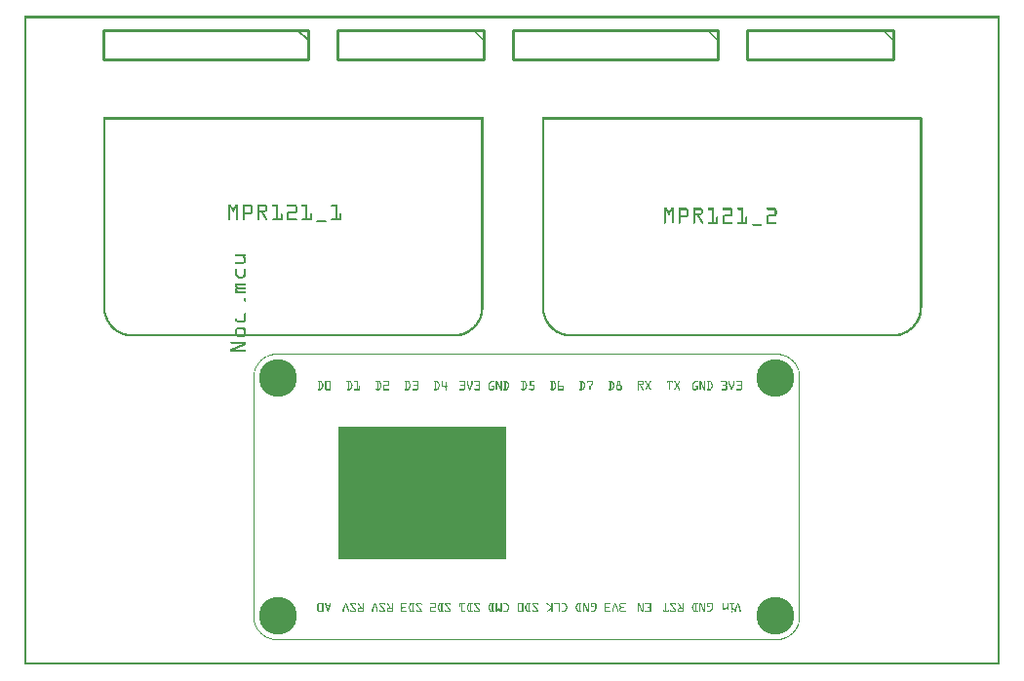
<source format=gto>
G04 MADE WITH FRITZING*
G04 WWW.FRITZING.ORG*
G04 DOUBLE SIDED*
G04 HOLES PLATED*
G04 CONTOUR ON CENTER OF CONTOUR VECTOR*
%ASAXBY*%
%FSLAX23Y23*%
%MOIN*%
%OFA0B0*%
%SFA1.0B1.0*%
%ADD10C,0.129472*%
%ADD11C,0.129445*%
%ADD12R,0.574330X0.456236*%
%ADD13C,0.010000*%
%ADD14C,0.005000*%
%ADD15R,0.001000X0.001000*%
%LNSILK1*%
G90*
G70*
G54D10*
X2568Y980D03*
G54D11*
X2568Y169D03*
G54D10*
X867Y980D03*
G54D11*
X867Y169D03*
G54D12*
X1359Y587D03*
G54D13*
X1569Y2173D02*
X1069Y2173D01*
D02*
X1069Y2173D02*
X1069Y2073D01*
D02*
X1069Y2073D02*
X1569Y2073D01*
D02*
X1569Y2073D02*
X1569Y2173D01*
D02*
X969Y2173D02*
X269Y2173D01*
D02*
X269Y2173D02*
X269Y2073D01*
D02*
X269Y2073D02*
X969Y2073D01*
D02*
X969Y2073D02*
X969Y2173D01*
G54D14*
D02*
X934Y2173D02*
X969Y2138D01*
G54D13*
D02*
X2969Y2173D02*
X2469Y2173D01*
D02*
X2469Y2173D02*
X2469Y2073D01*
D02*
X2469Y2073D02*
X2969Y2073D01*
D02*
X2969Y2073D02*
X2969Y2173D01*
D02*
X2369Y2173D02*
X1669Y2173D01*
D02*
X1669Y2173D02*
X1669Y2073D01*
D02*
X1669Y2073D02*
X2369Y2073D01*
D02*
X2369Y2073D02*
X2369Y2173D01*
G54D15*
X1Y2220D02*
X3334Y2220D01*
X1Y2219D02*
X3334Y2219D01*
X1Y2218D02*
X3334Y2218D01*
X1Y2217D02*
X3334Y2217D01*
X1Y2216D02*
X3334Y2216D01*
X1Y2215D02*
X3334Y2215D01*
X1Y2214D02*
X3334Y2214D01*
X1Y2213D02*
X3334Y2213D01*
X1Y2212D02*
X8Y2212D01*
X3327Y2212D02*
X3334Y2212D01*
X1Y2211D02*
X8Y2211D01*
X3327Y2211D02*
X3334Y2211D01*
X1Y2210D02*
X8Y2210D01*
X3327Y2210D02*
X3334Y2210D01*
X1Y2209D02*
X8Y2209D01*
X3327Y2209D02*
X3334Y2209D01*
X1Y2208D02*
X8Y2208D01*
X3327Y2208D02*
X3334Y2208D01*
X1Y2207D02*
X8Y2207D01*
X3327Y2207D02*
X3334Y2207D01*
X1Y2206D02*
X8Y2206D01*
X3327Y2206D02*
X3334Y2206D01*
X1Y2205D02*
X8Y2205D01*
X3327Y2205D02*
X3334Y2205D01*
X1Y2204D02*
X8Y2204D01*
X3327Y2204D02*
X3334Y2204D01*
X1Y2203D02*
X8Y2203D01*
X3327Y2203D02*
X3334Y2203D01*
X1Y2202D02*
X8Y2202D01*
X3327Y2202D02*
X3334Y2202D01*
X1Y2201D02*
X8Y2201D01*
X3327Y2201D02*
X3334Y2201D01*
X1Y2200D02*
X8Y2200D01*
X3327Y2200D02*
X3334Y2200D01*
X1Y2199D02*
X8Y2199D01*
X3327Y2199D02*
X3334Y2199D01*
X1Y2198D02*
X8Y2198D01*
X3327Y2198D02*
X3334Y2198D01*
X1Y2197D02*
X8Y2197D01*
X3327Y2197D02*
X3334Y2197D01*
X1Y2196D02*
X8Y2196D01*
X3327Y2196D02*
X3334Y2196D01*
X1Y2195D02*
X8Y2195D01*
X3327Y2195D02*
X3334Y2195D01*
X1Y2194D02*
X8Y2194D01*
X3327Y2194D02*
X3334Y2194D01*
X1Y2193D02*
X8Y2193D01*
X3327Y2193D02*
X3334Y2193D01*
X1Y2192D02*
X8Y2192D01*
X3327Y2192D02*
X3334Y2192D01*
X1Y2191D02*
X8Y2191D01*
X3327Y2191D02*
X3334Y2191D01*
X1Y2190D02*
X8Y2190D01*
X3327Y2190D02*
X3334Y2190D01*
X1Y2189D02*
X8Y2189D01*
X3327Y2189D02*
X3334Y2189D01*
X1Y2188D02*
X8Y2188D01*
X3327Y2188D02*
X3334Y2188D01*
X1Y2187D02*
X8Y2187D01*
X3327Y2187D02*
X3334Y2187D01*
X1Y2186D02*
X8Y2186D01*
X3327Y2186D02*
X3334Y2186D01*
X1Y2185D02*
X8Y2185D01*
X3327Y2185D02*
X3334Y2185D01*
X1Y2184D02*
X8Y2184D01*
X3327Y2184D02*
X3334Y2184D01*
X1Y2183D02*
X8Y2183D01*
X3327Y2183D02*
X3334Y2183D01*
X1Y2182D02*
X8Y2182D01*
X3327Y2182D02*
X3334Y2182D01*
X1Y2181D02*
X8Y2181D01*
X3327Y2181D02*
X3334Y2181D01*
X1Y2180D02*
X8Y2180D01*
X3327Y2180D02*
X3334Y2180D01*
X1Y2179D02*
X8Y2179D01*
X3327Y2179D02*
X3334Y2179D01*
X1Y2178D02*
X8Y2178D01*
X3327Y2178D02*
X3334Y2178D01*
X1Y2177D02*
X8Y2177D01*
X3327Y2177D02*
X3334Y2177D01*
X1Y2176D02*
X8Y2176D01*
X3327Y2176D02*
X3334Y2176D01*
X1Y2175D02*
X8Y2175D01*
X3327Y2175D02*
X3334Y2175D01*
X1Y2174D02*
X8Y2174D01*
X1536Y2174D02*
X1537Y2174D01*
X2336Y2174D02*
X2336Y2174D01*
X2935Y2174D02*
X2936Y2174D01*
X3327Y2174D02*
X3334Y2174D01*
X1Y2173D02*
X8Y2173D01*
X1535Y2173D02*
X1538Y2173D01*
X2335Y2173D02*
X2337Y2173D01*
X2934Y2173D02*
X2937Y2173D01*
X3327Y2173D02*
X3334Y2173D01*
X1Y2172D02*
X8Y2172D01*
X1534Y2172D02*
X1539Y2172D01*
X2334Y2172D02*
X2338Y2172D01*
X2933Y2172D02*
X2938Y2172D01*
X3327Y2172D02*
X3334Y2172D01*
X1Y2171D02*
X8Y2171D01*
X1533Y2171D02*
X1540Y2171D01*
X2333Y2171D02*
X2339Y2171D01*
X2933Y2171D02*
X2939Y2171D01*
X3327Y2171D02*
X3334Y2171D01*
X1Y2170D02*
X8Y2170D01*
X1534Y2170D02*
X1541Y2170D01*
X2334Y2170D02*
X2340Y2170D01*
X2934Y2170D02*
X2940Y2170D01*
X3327Y2170D02*
X3334Y2170D01*
X1Y2169D02*
X8Y2169D01*
X1535Y2169D02*
X1542Y2169D01*
X2335Y2169D02*
X2341Y2169D01*
X2935Y2169D02*
X2941Y2169D01*
X3327Y2169D02*
X3334Y2169D01*
X1Y2168D02*
X8Y2168D01*
X1536Y2168D02*
X1543Y2168D01*
X2336Y2168D02*
X2342Y2168D01*
X2936Y2168D02*
X2942Y2168D01*
X3327Y2168D02*
X3334Y2168D01*
X1Y2167D02*
X8Y2167D01*
X1537Y2167D02*
X1544Y2167D01*
X2337Y2167D02*
X2343Y2167D01*
X2937Y2167D02*
X2943Y2167D01*
X3327Y2167D02*
X3334Y2167D01*
X1Y2166D02*
X8Y2166D01*
X1538Y2166D02*
X1545Y2166D01*
X2338Y2166D02*
X2344Y2166D01*
X2938Y2166D02*
X2944Y2166D01*
X3327Y2166D02*
X3334Y2166D01*
X1Y2165D02*
X8Y2165D01*
X1539Y2165D02*
X1546Y2165D01*
X2339Y2165D02*
X2345Y2165D01*
X2939Y2165D02*
X2945Y2165D01*
X3327Y2165D02*
X3334Y2165D01*
X1Y2164D02*
X8Y2164D01*
X1540Y2164D02*
X1547Y2164D01*
X2340Y2164D02*
X2346Y2164D01*
X2940Y2164D02*
X2946Y2164D01*
X3327Y2164D02*
X3334Y2164D01*
X1Y2163D02*
X8Y2163D01*
X1541Y2163D02*
X1548Y2163D01*
X2341Y2163D02*
X2347Y2163D01*
X2941Y2163D02*
X2947Y2163D01*
X3327Y2163D02*
X3334Y2163D01*
X1Y2162D02*
X8Y2162D01*
X1542Y2162D02*
X1549Y2162D01*
X2342Y2162D02*
X2348Y2162D01*
X2942Y2162D02*
X2948Y2162D01*
X3327Y2162D02*
X3334Y2162D01*
X1Y2161D02*
X8Y2161D01*
X1543Y2161D02*
X1550Y2161D01*
X2343Y2161D02*
X2349Y2161D01*
X2943Y2161D02*
X2949Y2161D01*
X3327Y2161D02*
X3334Y2161D01*
X1Y2160D02*
X8Y2160D01*
X1544Y2160D02*
X1551Y2160D01*
X2344Y2160D02*
X2350Y2160D01*
X2944Y2160D02*
X2950Y2160D01*
X3327Y2160D02*
X3334Y2160D01*
X1Y2159D02*
X8Y2159D01*
X1545Y2159D02*
X1552Y2159D01*
X2345Y2159D02*
X2351Y2159D01*
X2945Y2159D02*
X2951Y2159D01*
X3327Y2159D02*
X3334Y2159D01*
X1Y2158D02*
X8Y2158D01*
X1547Y2158D02*
X1553Y2158D01*
X2346Y2158D02*
X2352Y2158D01*
X2946Y2158D02*
X2952Y2158D01*
X3327Y2158D02*
X3334Y2158D01*
X1Y2157D02*
X8Y2157D01*
X1548Y2157D02*
X1554Y2157D01*
X2348Y2157D02*
X2353Y2157D01*
X2948Y2157D02*
X2953Y2157D01*
X3327Y2157D02*
X3334Y2157D01*
X1Y2156D02*
X8Y2156D01*
X1549Y2156D02*
X1555Y2156D01*
X2349Y2156D02*
X2354Y2156D01*
X2949Y2156D02*
X2954Y2156D01*
X3327Y2156D02*
X3334Y2156D01*
X1Y2155D02*
X8Y2155D01*
X1550Y2155D02*
X1556Y2155D01*
X2350Y2155D02*
X2355Y2155D01*
X2950Y2155D02*
X2955Y2155D01*
X3327Y2155D02*
X3334Y2155D01*
X1Y2154D02*
X8Y2154D01*
X1551Y2154D02*
X1557Y2154D01*
X2351Y2154D02*
X2356Y2154D01*
X2951Y2154D02*
X2956Y2154D01*
X3327Y2154D02*
X3334Y2154D01*
X1Y2153D02*
X8Y2153D01*
X1552Y2153D02*
X1558Y2153D01*
X2352Y2153D02*
X2357Y2153D01*
X2952Y2153D02*
X2957Y2153D01*
X3327Y2153D02*
X3334Y2153D01*
X1Y2152D02*
X8Y2152D01*
X1553Y2152D02*
X1559Y2152D01*
X2353Y2152D02*
X2358Y2152D01*
X2953Y2152D02*
X2958Y2152D01*
X3327Y2152D02*
X3334Y2152D01*
X1Y2151D02*
X8Y2151D01*
X1554Y2151D02*
X1560Y2151D01*
X2354Y2151D02*
X2359Y2151D01*
X2954Y2151D02*
X2959Y2151D01*
X3327Y2151D02*
X3334Y2151D01*
X1Y2150D02*
X8Y2150D01*
X1555Y2150D02*
X1561Y2150D01*
X2354Y2150D02*
X2360Y2150D01*
X2954Y2150D02*
X2960Y2150D01*
X3327Y2150D02*
X3334Y2150D01*
X1Y2149D02*
X8Y2149D01*
X1555Y2149D02*
X1562Y2149D01*
X2355Y2149D02*
X2361Y2149D01*
X2955Y2149D02*
X2961Y2149D01*
X3327Y2149D02*
X3334Y2149D01*
X1Y2148D02*
X8Y2148D01*
X1556Y2148D02*
X1563Y2148D01*
X2356Y2148D02*
X2362Y2148D01*
X2956Y2148D02*
X2962Y2148D01*
X3327Y2148D02*
X3334Y2148D01*
X1Y2147D02*
X8Y2147D01*
X1557Y2147D02*
X1564Y2147D01*
X2357Y2147D02*
X2363Y2147D01*
X2957Y2147D02*
X2963Y2147D01*
X3327Y2147D02*
X3334Y2147D01*
X1Y2146D02*
X8Y2146D01*
X1558Y2146D02*
X1565Y2146D01*
X2358Y2146D02*
X2364Y2146D01*
X2958Y2146D02*
X2964Y2146D01*
X3327Y2146D02*
X3334Y2146D01*
X1Y2145D02*
X8Y2145D01*
X1559Y2145D02*
X1566Y2145D01*
X2359Y2145D02*
X2365Y2145D01*
X2959Y2145D02*
X2965Y2145D01*
X3327Y2145D02*
X3334Y2145D01*
X1Y2144D02*
X8Y2144D01*
X1560Y2144D02*
X1567Y2144D01*
X2360Y2144D02*
X2366Y2144D01*
X2960Y2144D02*
X2966Y2144D01*
X3327Y2144D02*
X3334Y2144D01*
X1Y2143D02*
X8Y2143D01*
X1561Y2143D02*
X1568Y2143D01*
X2361Y2143D02*
X2367Y2143D01*
X2961Y2143D02*
X2967Y2143D01*
X3327Y2143D02*
X3334Y2143D01*
X1Y2142D02*
X8Y2142D01*
X1562Y2142D02*
X1569Y2142D01*
X2362Y2142D02*
X2368Y2142D01*
X2962Y2142D02*
X2968Y2142D01*
X3327Y2142D02*
X3334Y2142D01*
X1Y2141D02*
X8Y2141D01*
X1563Y2141D02*
X1570Y2141D01*
X2363Y2141D02*
X2369Y2141D01*
X2963Y2141D02*
X2969Y2141D01*
X3327Y2141D02*
X3334Y2141D01*
X1Y2140D02*
X8Y2140D01*
X1564Y2140D02*
X1570Y2140D01*
X2364Y2140D02*
X2370Y2140D01*
X2964Y2140D02*
X2970Y2140D01*
X3327Y2140D02*
X3334Y2140D01*
X1Y2139D02*
X8Y2139D01*
X1565Y2139D02*
X1570Y2139D01*
X2365Y2139D02*
X2370Y2139D01*
X2965Y2139D02*
X2969Y2139D01*
X3327Y2139D02*
X3334Y2139D01*
X1Y2138D02*
X8Y2138D01*
X1566Y2138D02*
X1569Y2138D01*
X2366Y2138D02*
X2369Y2138D01*
X2966Y2138D02*
X2968Y2138D01*
X3327Y2138D02*
X3334Y2138D01*
X1Y2137D02*
X8Y2137D01*
X1567Y2137D02*
X1568Y2137D01*
X2367Y2137D02*
X2368Y2137D01*
X2967Y2137D02*
X2967Y2137D01*
X3327Y2137D02*
X3334Y2137D01*
X1Y2136D02*
X8Y2136D01*
X3327Y2136D02*
X3334Y2136D01*
X1Y2135D02*
X8Y2135D01*
X3327Y2135D02*
X3334Y2135D01*
X1Y2134D02*
X8Y2134D01*
X3327Y2134D02*
X3334Y2134D01*
X1Y2133D02*
X8Y2133D01*
X3327Y2133D02*
X3334Y2133D01*
X1Y2132D02*
X8Y2132D01*
X3327Y2132D02*
X3334Y2132D01*
X1Y2131D02*
X8Y2131D01*
X3327Y2131D02*
X3334Y2131D01*
X1Y2130D02*
X8Y2130D01*
X3327Y2130D02*
X3334Y2130D01*
X1Y2129D02*
X8Y2129D01*
X3327Y2129D02*
X3334Y2129D01*
X1Y2128D02*
X8Y2128D01*
X3327Y2128D02*
X3334Y2128D01*
X1Y2127D02*
X8Y2127D01*
X3327Y2127D02*
X3334Y2127D01*
X1Y2126D02*
X8Y2126D01*
X3327Y2126D02*
X3334Y2126D01*
X1Y2125D02*
X8Y2125D01*
X3327Y2125D02*
X3334Y2125D01*
X1Y2124D02*
X8Y2124D01*
X3327Y2124D02*
X3334Y2124D01*
X1Y2123D02*
X8Y2123D01*
X3327Y2123D02*
X3334Y2123D01*
X1Y2122D02*
X8Y2122D01*
X3327Y2122D02*
X3334Y2122D01*
X1Y2121D02*
X8Y2121D01*
X3327Y2121D02*
X3334Y2121D01*
X1Y2120D02*
X8Y2120D01*
X3327Y2120D02*
X3334Y2120D01*
X1Y2119D02*
X8Y2119D01*
X3327Y2119D02*
X3334Y2119D01*
X1Y2118D02*
X8Y2118D01*
X3327Y2118D02*
X3334Y2118D01*
X1Y2117D02*
X8Y2117D01*
X3327Y2117D02*
X3334Y2117D01*
X1Y2116D02*
X8Y2116D01*
X3327Y2116D02*
X3334Y2116D01*
X1Y2115D02*
X8Y2115D01*
X3327Y2115D02*
X3334Y2115D01*
X1Y2114D02*
X8Y2114D01*
X3327Y2114D02*
X3334Y2114D01*
X1Y2113D02*
X8Y2113D01*
X3327Y2113D02*
X3334Y2113D01*
X1Y2112D02*
X8Y2112D01*
X3327Y2112D02*
X3334Y2112D01*
X1Y2111D02*
X8Y2111D01*
X3327Y2111D02*
X3334Y2111D01*
X1Y2110D02*
X8Y2110D01*
X3327Y2110D02*
X3334Y2110D01*
X1Y2109D02*
X8Y2109D01*
X3327Y2109D02*
X3334Y2109D01*
X1Y2108D02*
X8Y2108D01*
X3327Y2108D02*
X3334Y2108D01*
X1Y2107D02*
X8Y2107D01*
X3327Y2107D02*
X3334Y2107D01*
X1Y2106D02*
X8Y2106D01*
X3327Y2106D02*
X3334Y2106D01*
X1Y2105D02*
X8Y2105D01*
X3327Y2105D02*
X3334Y2105D01*
X1Y2104D02*
X8Y2104D01*
X3327Y2104D02*
X3334Y2104D01*
X1Y2103D02*
X8Y2103D01*
X3327Y2103D02*
X3334Y2103D01*
X1Y2102D02*
X8Y2102D01*
X3327Y2102D02*
X3334Y2102D01*
X1Y2101D02*
X8Y2101D01*
X3327Y2101D02*
X3334Y2101D01*
X1Y2100D02*
X8Y2100D01*
X3327Y2100D02*
X3334Y2100D01*
X1Y2099D02*
X8Y2099D01*
X3327Y2099D02*
X3334Y2099D01*
X1Y2098D02*
X8Y2098D01*
X3327Y2098D02*
X3334Y2098D01*
X1Y2097D02*
X8Y2097D01*
X3327Y2097D02*
X3334Y2097D01*
X1Y2096D02*
X8Y2096D01*
X3327Y2096D02*
X3334Y2096D01*
X1Y2095D02*
X8Y2095D01*
X3327Y2095D02*
X3334Y2095D01*
X1Y2094D02*
X8Y2094D01*
X3327Y2094D02*
X3334Y2094D01*
X1Y2093D02*
X8Y2093D01*
X3327Y2093D02*
X3334Y2093D01*
X1Y2092D02*
X8Y2092D01*
X3327Y2092D02*
X3334Y2092D01*
X1Y2091D02*
X8Y2091D01*
X3327Y2091D02*
X3334Y2091D01*
X1Y2090D02*
X8Y2090D01*
X3327Y2090D02*
X3334Y2090D01*
X1Y2089D02*
X8Y2089D01*
X3327Y2089D02*
X3334Y2089D01*
X1Y2088D02*
X8Y2088D01*
X3327Y2088D02*
X3334Y2088D01*
X1Y2087D02*
X8Y2087D01*
X3327Y2087D02*
X3334Y2087D01*
X1Y2086D02*
X8Y2086D01*
X3327Y2086D02*
X3334Y2086D01*
X1Y2085D02*
X8Y2085D01*
X3327Y2085D02*
X3334Y2085D01*
X1Y2084D02*
X8Y2084D01*
X3327Y2084D02*
X3334Y2084D01*
X1Y2083D02*
X8Y2083D01*
X3327Y2083D02*
X3334Y2083D01*
X1Y2082D02*
X8Y2082D01*
X3327Y2082D02*
X3334Y2082D01*
X1Y2081D02*
X8Y2081D01*
X3327Y2081D02*
X3334Y2081D01*
X1Y2080D02*
X8Y2080D01*
X3327Y2080D02*
X3334Y2080D01*
X1Y2079D02*
X8Y2079D01*
X3327Y2079D02*
X3334Y2079D01*
X1Y2078D02*
X8Y2078D01*
X3327Y2078D02*
X3334Y2078D01*
X1Y2077D02*
X8Y2077D01*
X3327Y2077D02*
X3334Y2077D01*
X1Y2076D02*
X8Y2076D01*
X3327Y2076D02*
X3334Y2076D01*
X1Y2075D02*
X8Y2075D01*
X3327Y2075D02*
X3334Y2075D01*
X1Y2074D02*
X8Y2074D01*
X3327Y2074D02*
X3334Y2074D01*
X1Y2073D02*
X8Y2073D01*
X3327Y2073D02*
X3334Y2073D01*
X1Y2072D02*
X8Y2072D01*
X3327Y2072D02*
X3334Y2072D01*
X1Y2071D02*
X8Y2071D01*
X3327Y2071D02*
X3334Y2071D01*
X1Y2070D02*
X8Y2070D01*
X3327Y2070D02*
X3334Y2070D01*
X1Y2069D02*
X8Y2069D01*
X3327Y2069D02*
X3334Y2069D01*
X1Y2068D02*
X8Y2068D01*
X3327Y2068D02*
X3334Y2068D01*
X1Y2067D02*
X8Y2067D01*
X3327Y2067D02*
X3334Y2067D01*
X1Y2066D02*
X8Y2066D01*
X3327Y2066D02*
X3334Y2066D01*
X1Y2065D02*
X8Y2065D01*
X3327Y2065D02*
X3334Y2065D01*
X1Y2064D02*
X8Y2064D01*
X3327Y2064D02*
X3334Y2064D01*
X1Y2063D02*
X8Y2063D01*
X3327Y2063D02*
X3334Y2063D01*
X1Y2062D02*
X8Y2062D01*
X3327Y2062D02*
X3334Y2062D01*
X1Y2061D02*
X8Y2061D01*
X3327Y2061D02*
X3334Y2061D01*
X1Y2060D02*
X8Y2060D01*
X3327Y2060D02*
X3334Y2060D01*
X1Y2059D02*
X8Y2059D01*
X3327Y2059D02*
X3334Y2059D01*
X1Y2058D02*
X8Y2058D01*
X3327Y2058D02*
X3334Y2058D01*
X1Y2057D02*
X8Y2057D01*
X3327Y2057D02*
X3334Y2057D01*
X1Y2056D02*
X8Y2056D01*
X3327Y2056D02*
X3334Y2056D01*
X1Y2055D02*
X8Y2055D01*
X3327Y2055D02*
X3334Y2055D01*
X1Y2054D02*
X8Y2054D01*
X3327Y2054D02*
X3334Y2054D01*
X1Y2053D02*
X8Y2053D01*
X3327Y2053D02*
X3334Y2053D01*
X1Y2052D02*
X8Y2052D01*
X3327Y2052D02*
X3334Y2052D01*
X1Y2051D02*
X8Y2051D01*
X3327Y2051D02*
X3334Y2051D01*
X1Y2050D02*
X8Y2050D01*
X3327Y2050D02*
X3334Y2050D01*
X1Y2049D02*
X8Y2049D01*
X3327Y2049D02*
X3334Y2049D01*
X1Y2048D02*
X8Y2048D01*
X3327Y2048D02*
X3334Y2048D01*
X1Y2047D02*
X8Y2047D01*
X3327Y2047D02*
X3334Y2047D01*
X1Y2046D02*
X8Y2046D01*
X3327Y2046D02*
X3334Y2046D01*
X1Y2045D02*
X8Y2045D01*
X3327Y2045D02*
X3334Y2045D01*
X1Y2044D02*
X8Y2044D01*
X3327Y2044D02*
X3334Y2044D01*
X1Y2043D02*
X8Y2043D01*
X3327Y2043D02*
X3334Y2043D01*
X1Y2042D02*
X8Y2042D01*
X3327Y2042D02*
X3334Y2042D01*
X1Y2041D02*
X8Y2041D01*
X3327Y2041D02*
X3334Y2041D01*
X1Y2040D02*
X8Y2040D01*
X3327Y2040D02*
X3334Y2040D01*
X1Y2039D02*
X8Y2039D01*
X3327Y2039D02*
X3334Y2039D01*
X1Y2038D02*
X8Y2038D01*
X3327Y2038D02*
X3334Y2038D01*
X1Y2037D02*
X8Y2037D01*
X3327Y2037D02*
X3334Y2037D01*
X1Y2036D02*
X8Y2036D01*
X3327Y2036D02*
X3334Y2036D01*
X1Y2035D02*
X8Y2035D01*
X3327Y2035D02*
X3334Y2035D01*
X1Y2034D02*
X8Y2034D01*
X3327Y2034D02*
X3334Y2034D01*
X1Y2033D02*
X8Y2033D01*
X3327Y2033D02*
X3334Y2033D01*
X1Y2032D02*
X8Y2032D01*
X3327Y2032D02*
X3334Y2032D01*
X1Y2031D02*
X8Y2031D01*
X3327Y2031D02*
X3334Y2031D01*
X1Y2030D02*
X8Y2030D01*
X3327Y2030D02*
X3334Y2030D01*
X1Y2029D02*
X8Y2029D01*
X3327Y2029D02*
X3334Y2029D01*
X1Y2028D02*
X8Y2028D01*
X3327Y2028D02*
X3334Y2028D01*
X1Y2027D02*
X8Y2027D01*
X3327Y2027D02*
X3334Y2027D01*
X1Y2026D02*
X8Y2026D01*
X3327Y2026D02*
X3334Y2026D01*
X1Y2025D02*
X8Y2025D01*
X3327Y2025D02*
X3334Y2025D01*
X1Y2024D02*
X8Y2024D01*
X3327Y2024D02*
X3334Y2024D01*
X1Y2023D02*
X8Y2023D01*
X3327Y2023D02*
X3334Y2023D01*
X1Y2022D02*
X8Y2022D01*
X3327Y2022D02*
X3334Y2022D01*
X1Y2021D02*
X8Y2021D01*
X3327Y2021D02*
X3334Y2021D01*
X1Y2020D02*
X8Y2020D01*
X3327Y2020D02*
X3334Y2020D01*
X1Y2019D02*
X8Y2019D01*
X3327Y2019D02*
X3334Y2019D01*
X1Y2018D02*
X8Y2018D01*
X3327Y2018D02*
X3334Y2018D01*
X1Y2017D02*
X8Y2017D01*
X3327Y2017D02*
X3334Y2017D01*
X1Y2016D02*
X8Y2016D01*
X3327Y2016D02*
X3334Y2016D01*
X1Y2015D02*
X8Y2015D01*
X3327Y2015D02*
X3334Y2015D01*
X1Y2014D02*
X8Y2014D01*
X3327Y2014D02*
X3334Y2014D01*
X1Y2013D02*
X8Y2013D01*
X3327Y2013D02*
X3334Y2013D01*
X1Y2012D02*
X8Y2012D01*
X3327Y2012D02*
X3334Y2012D01*
X1Y2011D02*
X8Y2011D01*
X3327Y2011D02*
X3334Y2011D01*
X1Y2010D02*
X8Y2010D01*
X3327Y2010D02*
X3334Y2010D01*
X1Y2009D02*
X8Y2009D01*
X3327Y2009D02*
X3334Y2009D01*
X1Y2008D02*
X8Y2008D01*
X3327Y2008D02*
X3334Y2008D01*
X1Y2007D02*
X8Y2007D01*
X3327Y2007D02*
X3334Y2007D01*
X1Y2006D02*
X8Y2006D01*
X3327Y2006D02*
X3334Y2006D01*
X1Y2005D02*
X8Y2005D01*
X3327Y2005D02*
X3334Y2005D01*
X1Y2004D02*
X8Y2004D01*
X3327Y2004D02*
X3334Y2004D01*
X1Y2003D02*
X8Y2003D01*
X3327Y2003D02*
X3334Y2003D01*
X1Y2002D02*
X8Y2002D01*
X3327Y2002D02*
X3334Y2002D01*
X1Y2001D02*
X8Y2001D01*
X3327Y2001D02*
X3334Y2001D01*
X1Y2000D02*
X8Y2000D01*
X3327Y2000D02*
X3334Y2000D01*
X1Y1999D02*
X8Y1999D01*
X3327Y1999D02*
X3334Y1999D01*
X1Y1998D02*
X8Y1998D01*
X3327Y1998D02*
X3334Y1998D01*
X1Y1997D02*
X8Y1997D01*
X3327Y1997D02*
X3334Y1997D01*
X1Y1996D02*
X8Y1996D01*
X3327Y1996D02*
X3334Y1996D01*
X1Y1995D02*
X8Y1995D01*
X3327Y1995D02*
X3334Y1995D01*
X1Y1994D02*
X8Y1994D01*
X3327Y1994D02*
X3334Y1994D01*
X1Y1993D02*
X8Y1993D01*
X3327Y1993D02*
X3334Y1993D01*
X1Y1992D02*
X8Y1992D01*
X3327Y1992D02*
X3334Y1992D01*
X1Y1991D02*
X8Y1991D01*
X3327Y1991D02*
X3334Y1991D01*
X1Y1990D02*
X8Y1990D01*
X3327Y1990D02*
X3334Y1990D01*
X1Y1989D02*
X8Y1989D01*
X3327Y1989D02*
X3334Y1989D01*
X1Y1988D02*
X8Y1988D01*
X3327Y1988D02*
X3334Y1988D01*
X1Y1987D02*
X8Y1987D01*
X3327Y1987D02*
X3334Y1987D01*
X1Y1986D02*
X8Y1986D01*
X3327Y1986D02*
X3334Y1986D01*
X1Y1985D02*
X8Y1985D01*
X3327Y1985D02*
X3334Y1985D01*
X1Y1984D02*
X8Y1984D01*
X3327Y1984D02*
X3334Y1984D01*
X1Y1983D02*
X8Y1983D01*
X3327Y1983D02*
X3334Y1983D01*
X1Y1982D02*
X8Y1982D01*
X3327Y1982D02*
X3334Y1982D01*
X1Y1981D02*
X8Y1981D01*
X3327Y1981D02*
X3334Y1981D01*
X1Y1980D02*
X8Y1980D01*
X3327Y1980D02*
X3334Y1980D01*
X1Y1979D02*
X8Y1979D01*
X3327Y1979D02*
X3334Y1979D01*
X1Y1978D02*
X8Y1978D01*
X3327Y1978D02*
X3334Y1978D01*
X1Y1977D02*
X8Y1977D01*
X3327Y1977D02*
X3334Y1977D01*
X1Y1976D02*
X8Y1976D01*
X3327Y1976D02*
X3334Y1976D01*
X1Y1975D02*
X8Y1975D01*
X3327Y1975D02*
X3334Y1975D01*
X1Y1974D02*
X8Y1974D01*
X3327Y1974D02*
X3334Y1974D01*
X1Y1973D02*
X8Y1973D01*
X3327Y1973D02*
X3334Y1973D01*
X1Y1972D02*
X8Y1972D01*
X3327Y1972D02*
X3334Y1972D01*
X1Y1971D02*
X8Y1971D01*
X3327Y1971D02*
X3334Y1971D01*
X1Y1970D02*
X8Y1970D01*
X3327Y1970D02*
X3334Y1970D01*
X1Y1969D02*
X8Y1969D01*
X3327Y1969D02*
X3334Y1969D01*
X1Y1968D02*
X8Y1968D01*
X3327Y1968D02*
X3334Y1968D01*
X1Y1967D02*
X8Y1967D01*
X3327Y1967D02*
X3334Y1967D01*
X1Y1966D02*
X8Y1966D01*
X3327Y1966D02*
X3334Y1966D01*
X1Y1965D02*
X8Y1965D01*
X3327Y1965D02*
X3334Y1965D01*
X1Y1964D02*
X8Y1964D01*
X3327Y1964D02*
X3334Y1964D01*
X1Y1963D02*
X8Y1963D01*
X3327Y1963D02*
X3334Y1963D01*
X1Y1962D02*
X8Y1962D01*
X3327Y1962D02*
X3334Y1962D01*
X1Y1961D02*
X8Y1961D01*
X3327Y1961D02*
X3334Y1961D01*
X1Y1960D02*
X8Y1960D01*
X3327Y1960D02*
X3334Y1960D01*
X1Y1959D02*
X8Y1959D01*
X3327Y1959D02*
X3334Y1959D01*
X1Y1958D02*
X8Y1958D01*
X3327Y1958D02*
X3334Y1958D01*
X1Y1957D02*
X8Y1957D01*
X3327Y1957D02*
X3334Y1957D01*
X1Y1956D02*
X8Y1956D01*
X3327Y1956D02*
X3334Y1956D01*
X1Y1955D02*
X8Y1955D01*
X3327Y1955D02*
X3334Y1955D01*
X1Y1954D02*
X8Y1954D01*
X3327Y1954D02*
X3334Y1954D01*
X1Y1953D02*
X8Y1953D01*
X3327Y1953D02*
X3334Y1953D01*
X1Y1952D02*
X8Y1952D01*
X3327Y1952D02*
X3334Y1952D01*
X1Y1951D02*
X8Y1951D01*
X3327Y1951D02*
X3334Y1951D01*
X1Y1950D02*
X8Y1950D01*
X3327Y1950D02*
X3334Y1950D01*
X1Y1949D02*
X8Y1949D01*
X3327Y1949D02*
X3334Y1949D01*
X1Y1948D02*
X8Y1948D01*
X3327Y1948D02*
X3334Y1948D01*
X1Y1947D02*
X8Y1947D01*
X3327Y1947D02*
X3334Y1947D01*
X1Y1946D02*
X8Y1946D01*
X3327Y1946D02*
X3334Y1946D01*
X1Y1945D02*
X8Y1945D01*
X3327Y1945D02*
X3334Y1945D01*
X1Y1944D02*
X8Y1944D01*
X3327Y1944D02*
X3334Y1944D01*
X1Y1943D02*
X8Y1943D01*
X3327Y1943D02*
X3334Y1943D01*
X1Y1942D02*
X8Y1942D01*
X3327Y1942D02*
X3334Y1942D01*
X1Y1941D02*
X8Y1941D01*
X3327Y1941D02*
X3334Y1941D01*
X1Y1940D02*
X8Y1940D01*
X3327Y1940D02*
X3334Y1940D01*
X1Y1939D02*
X8Y1939D01*
X3327Y1939D02*
X3334Y1939D01*
X1Y1938D02*
X8Y1938D01*
X3327Y1938D02*
X3334Y1938D01*
X1Y1937D02*
X8Y1937D01*
X3327Y1937D02*
X3334Y1937D01*
X1Y1936D02*
X8Y1936D01*
X3327Y1936D02*
X3334Y1936D01*
X1Y1935D02*
X8Y1935D01*
X3327Y1935D02*
X3334Y1935D01*
X1Y1934D02*
X8Y1934D01*
X3327Y1934D02*
X3334Y1934D01*
X1Y1933D02*
X8Y1933D01*
X3327Y1933D02*
X3334Y1933D01*
X1Y1932D02*
X8Y1932D01*
X3327Y1932D02*
X3334Y1932D01*
X1Y1931D02*
X8Y1931D01*
X3327Y1931D02*
X3334Y1931D01*
X1Y1930D02*
X8Y1930D01*
X3327Y1930D02*
X3334Y1930D01*
X1Y1929D02*
X8Y1929D01*
X3327Y1929D02*
X3334Y1929D01*
X1Y1928D02*
X8Y1928D01*
X3327Y1928D02*
X3334Y1928D01*
X1Y1927D02*
X8Y1927D01*
X3327Y1927D02*
X3334Y1927D01*
X1Y1926D02*
X8Y1926D01*
X3327Y1926D02*
X3334Y1926D01*
X1Y1925D02*
X8Y1925D01*
X3327Y1925D02*
X3334Y1925D01*
X1Y1924D02*
X8Y1924D01*
X3327Y1924D02*
X3334Y1924D01*
X1Y1923D02*
X8Y1923D01*
X3327Y1923D02*
X3334Y1923D01*
X1Y1922D02*
X8Y1922D01*
X3327Y1922D02*
X3334Y1922D01*
X1Y1921D02*
X8Y1921D01*
X3327Y1921D02*
X3334Y1921D01*
X1Y1920D02*
X8Y1920D01*
X3327Y1920D02*
X3334Y1920D01*
X1Y1919D02*
X8Y1919D01*
X3327Y1919D02*
X3334Y1919D01*
X1Y1918D02*
X8Y1918D01*
X3327Y1918D02*
X3334Y1918D01*
X1Y1917D02*
X8Y1917D01*
X3327Y1917D02*
X3334Y1917D01*
X1Y1916D02*
X8Y1916D01*
X3327Y1916D02*
X3334Y1916D01*
X1Y1915D02*
X8Y1915D01*
X3327Y1915D02*
X3334Y1915D01*
X1Y1914D02*
X8Y1914D01*
X3327Y1914D02*
X3334Y1914D01*
X1Y1913D02*
X8Y1913D01*
X3327Y1913D02*
X3334Y1913D01*
X1Y1912D02*
X8Y1912D01*
X3327Y1912D02*
X3334Y1912D01*
X1Y1911D02*
X8Y1911D01*
X3327Y1911D02*
X3334Y1911D01*
X1Y1910D02*
X8Y1910D01*
X3327Y1910D02*
X3334Y1910D01*
X1Y1909D02*
X8Y1909D01*
X3327Y1909D02*
X3334Y1909D01*
X1Y1908D02*
X8Y1908D01*
X3327Y1908D02*
X3334Y1908D01*
X1Y1907D02*
X8Y1907D01*
X3327Y1907D02*
X3334Y1907D01*
X1Y1906D02*
X8Y1906D01*
X3327Y1906D02*
X3334Y1906D01*
X1Y1905D02*
X8Y1905D01*
X3327Y1905D02*
X3334Y1905D01*
X1Y1904D02*
X8Y1904D01*
X3327Y1904D02*
X3334Y1904D01*
X1Y1903D02*
X8Y1903D01*
X3327Y1903D02*
X3334Y1903D01*
X1Y1902D02*
X8Y1902D01*
X3327Y1902D02*
X3334Y1902D01*
X1Y1901D02*
X8Y1901D01*
X3327Y1901D02*
X3334Y1901D01*
X1Y1900D02*
X8Y1900D01*
X3327Y1900D02*
X3334Y1900D01*
X1Y1899D02*
X8Y1899D01*
X3327Y1899D02*
X3334Y1899D01*
X1Y1898D02*
X8Y1898D01*
X3327Y1898D02*
X3334Y1898D01*
X1Y1897D02*
X8Y1897D01*
X3327Y1897D02*
X3334Y1897D01*
X1Y1896D02*
X8Y1896D01*
X3327Y1896D02*
X3334Y1896D01*
X1Y1895D02*
X8Y1895D01*
X3327Y1895D02*
X3334Y1895D01*
X1Y1894D02*
X8Y1894D01*
X3327Y1894D02*
X3334Y1894D01*
X1Y1893D02*
X8Y1893D01*
X3327Y1893D02*
X3334Y1893D01*
X1Y1892D02*
X8Y1892D01*
X3327Y1892D02*
X3334Y1892D01*
X1Y1891D02*
X8Y1891D01*
X3327Y1891D02*
X3334Y1891D01*
X1Y1890D02*
X8Y1890D01*
X3327Y1890D02*
X3334Y1890D01*
X1Y1889D02*
X8Y1889D01*
X3327Y1889D02*
X3334Y1889D01*
X1Y1888D02*
X8Y1888D01*
X3327Y1888D02*
X3334Y1888D01*
X1Y1887D02*
X8Y1887D01*
X3327Y1887D02*
X3334Y1887D01*
X1Y1886D02*
X8Y1886D01*
X3327Y1886D02*
X3334Y1886D01*
X1Y1885D02*
X8Y1885D01*
X3327Y1885D02*
X3334Y1885D01*
X1Y1884D02*
X8Y1884D01*
X3327Y1884D02*
X3334Y1884D01*
X1Y1883D02*
X8Y1883D01*
X3327Y1883D02*
X3334Y1883D01*
X1Y1882D02*
X8Y1882D01*
X3327Y1882D02*
X3334Y1882D01*
X1Y1881D02*
X8Y1881D01*
X3327Y1881D02*
X3334Y1881D01*
X1Y1880D02*
X8Y1880D01*
X3327Y1880D02*
X3334Y1880D01*
X1Y1879D02*
X8Y1879D01*
X3327Y1879D02*
X3334Y1879D01*
X1Y1878D02*
X8Y1878D01*
X3327Y1878D02*
X3334Y1878D01*
X1Y1877D02*
X8Y1877D01*
X3327Y1877D02*
X3334Y1877D01*
X1Y1876D02*
X8Y1876D01*
X3327Y1876D02*
X3334Y1876D01*
X1Y1875D02*
X8Y1875D01*
X3327Y1875D02*
X3334Y1875D01*
X1Y1874D02*
X8Y1874D01*
X3327Y1874D02*
X3334Y1874D01*
X1Y1873D02*
X8Y1873D01*
X270Y1873D02*
X1569Y1873D01*
X1770Y1873D02*
X3068Y1873D01*
X3327Y1873D02*
X3334Y1873D01*
X1Y1872D02*
X8Y1872D01*
X270Y1872D02*
X1569Y1872D01*
X1770Y1872D02*
X3069Y1872D01*
X3327Y1872D02*
X3334Y1872D01*
X1Y1871D02*
X8Y1871D01*
X270Y1871D02*
X1569Y1871D01*
X1770Y1871D02*
X3069Y1871D01*
X3327Y1871D02*
X3334Y1871D01*
X1Y1870D02*
X8Y1870D01*
X270Y1870D02*
X1569Y1870D01*
X1770Y1870D02*
X3069Y1870D01*
X3327Y1870D02*
X3334Y1870D01*
X1Y1869D02*
X8Y1869D01*
X270Y1869D02*
X1569Y1869D01*
X1770Y1869D02*
X3069Y1869D01*
X3327Y1869D02*
X3334Y1869D01*
X1Y1868D02*
X8Y1868D01*
X270Y1868D02*
X1569Y1868D01*
X1770Y1868D02*
X3069Y1868D01*
X3327Y1868D02*
X3334Y1868D01*
X1Y1867D02*
X8Y1867D01*
X270Y1867D02*
X1569Y1867D01*
X1770Y1867D02*
X3069Y1867D01*
X3327Y1867D02*
X3334Y1867D01*
X1Y1866D02*
X8Y1866D01*
X270Y1866D02*
X1569Y1866D01*
X1770Y1866D02*
X3069Y1866D01*
X3327Y1866D02*
X3334Y1866D01*
X1Y1865D02*
X8Y1865D01*
X270Y1865D02*
X277Y1865D01*
X1562Y1865D02*
X1569Y1865D01*
X1770Y1865D02*
X1777Y1865D01*
X3061Y1865D02*
X3069Y1865D01*
X3327Y1865D02*
X3334Y1865D01*
X1Y1864D02*
X8Y1864D01*
X270Y1864D02*
X277Y1864D01*
X1562Y1864D02*
X1569Y1864D01*
X1770Y1864D02*
X1777Y1864D01*
X3062Y1864D02*
X3069Y1864D01*
X3327Y1864D02*
X3334Y1864D01*
X1Y1863D02*
X8Y1863D01*
X270Y1863D02*
X277Y1863D01*
X1562Y1863D02*
X1569Y1863D01*
X1770Y1863D02*
X1777Y1863D01*
X3062Y1863D02*
X3069Y1863D01*
X3327Y1863D02*
X3334Y1863D01*
X1Y1862D02*
X8Y1862D01*
X270Y1862D02*
X277Y1862D01*
X1562Y1862D02*
X1569Y1862D01*
X1770Y1862D02*
X1777Y1862D01*
X3062Y1862D02*
X3069Y1862D01*
X3327Y1862D02*
X3334Y1862D01*
X1Y1861D02*
X8Y1861D01*
X270Y1861D02*
X277Y1861D01*
X1562Y1861D02*
X1569Y1861D01*
X1770Y1861D02*
X1777Y1861D01*
X3062Y1861D02*
X3069Y1861D01*
X3327Y1861D02*
X3334Y1861D01*
X1Y1860D02*
X8Y1860D01*
X270Y1860D02*
X277Y1860D01*
X1562Y1860D02*
X1569Y1860D01*
X1770Y1860D02*
X1777Y1860D01*
X3062Y1860D02*
X3069Y1860D01*
X3327Y1860D02*
X3334Y1860D01*
X1Y1859D02*
X8Y1859D01*
X270Y1859D02*
X277Y1859D01*
X1562Y1859D02*
X1569Y1859D01*
X1770Y1859D02*
X1777Y1859D01*
X3062Y1859D02*
X3069Y1859D01*
X3327Y1859D02*
X3334Y1859D01*
X1Y1858D02*
X8Y1858D01*
X270Y1858D02*
X277Y1858D01*
X1562Y1858D02*
X1569Y1858D01*
X1770Y1858D02*
X1777Y1858D01*
X3062Y1858D02*
X3069Y1858D01*
X3327Y1858D02*
X3334Y1858D01*
X1Y1857D02*
X8Y1857D01*
X270Y1857D02*
X277Y1857D01*
X1562Y1857D02*
X1569Y1857D01*
X1770Y1857D02*
X1777Y1857D01*
X3062Y1857D02*
X3069Y1857D01*
X3327Y1857D02*
X3334Y1857D01*
X1Y1856D02*
X8Y1856D01*
X270Y1856D02*
X277Y1856D01*
X1562Y1856D02*
X1569Y1856D01*
X1770Y1856D02*
X1777Y1856D01*
X3062Y1856D02*
X3069Y1856D01*
X3327Y1856D02*
X3334Y1856D01*
X1Y1855D02*
X8Y1855D01*
X270Y1855D02*
X277Y1855D01*
X1562Y1855D02*
X1569Y1855D01*
X1770Y1855D02*
X1777Y1855D01*
X3062Y1855D02*
X3069Y1855D01*
X3327Y1855D02*
X3334Y1855D01*
X1Y1854D02*
X8Y1854D01*
X270Y1854D02*
X277Y1854D01*
X1562Y1854D02*
X1569Y1854D01*
X1770Y1854D02*
X1777Y1854D01*
X3062Y1854D02*
X3069Y1854D01*
X3327Y1854D02*
X3334Y1854D01*
X1Y1853D02*
X8Y1853D01*
X270Y1853D02*
X277Y1853D01*
X1562Y1853D02*
X1569Y1853D01*
X1770Y1853D02*
X1777Y1853D01*
X3062Y1853D02*
X3069Y1853D01*
X3327Y1853D02*
X3334Y1853D01*
X1Y1852D02*
X8Y1852D01*
X270Y1852D02*
X277Y1852D01*
X1562Y1852D02*
X1569Y1852D01*
X1770Y1852D02*
X1777Y1852D01*
X3062Y1852D02*
X3069Y1852D01*
X3327Y1852D02*
X3334Y1852D01*
X1Y1851D02*
X8Y1851D01*
X270Y1851D02*
X277Y1851D01*
X1562Y1851D02*
X1569Y1851D01*
X1770Y1851D02*
X1777Y1851D01*
X3062Y1851D02*
X3069Y1851D01*
X3327Y1851D02*
X3334Y1851D01*
X1Y1850D02*
X8Y1850D01*
X270Y1850D02*
X277Y1850D01*
X1562Y1850D02*
X1569Y1850D01*
X1770Y1850D02*
X1777Y1850D01*
X3062Y1850D02*
X3069Y1850D01*
X3327Y1850D02*
X3334Y1850D01*
X1Y1849D02*
X8Y1849D01*
X270Y1849D02*
X277Y1849D01*
X1562Y1849D02*
X1569Y1849D01*
X1770Y1849D02*
X1777Y1849D01*
X3062Y1849D02*
X3069Y1849D01*
X3327Y1849D02*
X3334Y1849D01*
X1Y1848D02*
X8Y1848D01*
X270Y1848D02*
X277Y1848D01*
X1562Y1848D02*
X1569Y1848D01*
X1770Y1848D02*
X1777Y1848D01*
X3062Y1848D02*
X3069Y1848D01*
X3327Y1848D02*
X3334Y1848D01*
X1Y1847D02*
X8Y1847D01*
X270Y1847D02*
X277Y1847D01*
X1562Y1847D02*
X1569Y1847D01*
X1770Y1847D02*
X1777Y1847D01*
X3062Y1847D02*
X3069Y1847D01*
X3327Y1847D02*
X3334Y1847D01*
X1Y1846D02*
X8Y1846D01*
X270Y1846D02*
X277Y1846D01*
X1562Y1846D02*
X1569Y1846D01*
X1770Y1846D02*
X1777Y1846D01*
X3062Y1846D02*
X3069Y1846D01*
X3327Y1846D02*
X3334Y1846D01*
X1Y1845D02*
X8Y1845D01*
X270Y1845D02*
X277Y1845D01*
X1562Y1845D02*
X1569Y1845D01*
X1770Y1845D02*
X1777Y1845D01*
X3062Y1845D02*
X3069Y1845D01*
X3327Y1845D02*
X3334Y1845D01*
X1Y1844D02*
X8Y1844D01*
X270Y1844D02*
X277Y1844D01*
X1562Y1844D02*
X1569Y1844D01*
X1770Y1844D02*
X1777Y1844D01*
X3062Y1844D02*
X3069Y1844D01*
X3327Y1844D02*
X3334Y1844D01*
X1Y1843D02*
X8Y1843D01*
X270Y1843D02*
X277Y1843D01*
X1562Y1843D02*
X1569Y1843D01*
X1770Y1843D02*
X1777Y1843D01*
X3062Y1843D02*
X3069Y1843D01*
X3327Y1843D02*
X3334Y1843D01*
X1Y1842D02*
X8Y1842D01*
X270Y1842D02*
X277Y1842D01*
X1562Y1842D02*
X1569Y1842D01*
X1770Y1842D02*
X1777Y1842D01*
X3062Y1842D02*
X3069Y1842D01*
X3327Y1842D02*
X3334Y1842D01*
X1Y1841D02*
X8Y1841D01*
X270Y1841D02*
X277Y1841D01*
X1562Y1841D02*
X1569Y1841D01*
X1770Y1841D02*
X1777Y1841D01*
X3062Y1841D02*
X3069Y1841D01*
X3327Y1841D02*
X3334Y1841D01*
X1Y1840D02*
X8Y1840D01*
X270Y1840D02*
X277Y1840D01*
X1562Y1840D02*
X1569Y1840D01*
X1770Y1840D02*
X1777Y1840D01*
X3062Y1840D02*
X3069Y1840D01*
X3327Y1840D02*
X3334Y1840D01*
X1Y1839D02*
X8Y1839D01*
X270Y1839D02*
X277Y1839D01*
X1562Y1839D02*
X1569Y1839D01*
X1770Y1839D02*
X1777Y1839D01*
X3062Y1839D02*
X3069Y1839D01*
X3327Y1839D02*
X3334Y1839D01*
X1Y1838D02*
X8Y1838D01*
X270Y1838D02*
X277Y1838D01*
X1562Y1838D02*
X1569Y1838D01*
X1770Y1838D02*
X1777Y1838D01*
X3062Y1838D02*
X3069Y1838D01*
X3327Y1838D02*
X3334Y1838D01*
X1Y1837D02*
X8Y1837D01*
X270Y1837D02*
X277Y1837D01*
X1562Y1837D02*
X1569Y1837D01*
X1770Y1837D02*
X1777Y1837D01*
X3062Y1837D02*
X3069Y1837D01*
X3327Y1837D02*
X3334Y1837D01*
X1Y1836D02*
X8Y1836D01*
X270Y1836D02*
X277Y1836D01*
X1562Y1836D02*
X1569Y1836D01*
X1770Y1836D02*
X1777Y1836D01*
X3062Y1836D02*
X3069Y1836D01*
X3327Y1836D02*
X3334Y1836D01*
X1Y1835D02*
X8Y1835D01*
X270Y1835D02*
X277Y1835D01*
X1562Y1835D02*
X1569Y1835D01*
X1770Y1835D02*
X1777Y1835D01*
X3062Y1835D02*
X3069Y1835D01*
X3327Y1835D02*
X3334Y1835D01*
X1Y1834D02*
X8Y1834D01*
X270Y1834D02*
X277Y1834D01*
X1562Y1834D02*
X1569Y1834D01*
X1770Y1834D02*
X1777Y1834D01*
X3062Y1834D02*
X3069Y1834D01*
X3327Y1834D02*
X3334Y1834D01*
X1Y1833D02*
X8Y1833D01*
X270Y1833D02*
X277Y1833D01*
X1562Y1833D02*
X1569Y1833D01*
X1770Y1833D02*
X1777Y1833D01*
X3062Y1833D02*
X3069Y1833D01*
X3327Y1833D02*
X3334Y1833D01*
X1Y1832D02*
X8Y1832D01*
X270Y1832D02*
X277Y1832D01*
X1562Y1832D02*
X1569Y1832D01*
X1770Y1832D02*
X1777Y1832D01*
X3062Y1832D02*
X3069Y1832D01*
X3327Y1832D02*
X3334Y1832D01*
X1Y1831D02*
X8Y1831D01*
X270Y1831D02*
X277Y1831D01*
X1562Y1831D02*
X1569Y1831D01*
X1770Y1831D02*
X1777Y1831D01*
X3062Y1831D02*
X3069Y1831D01*
X3327Y1831D02*
X3334Y1831D01*
X1Y1830D02*
X8Y1830D01*
X270Y1830D02*
X277Y1830D01*
X1562Y1830D02*
X1569Y1830D01*
X1770Y1830D02*
X1777Y1830D01*
X3062Y1830D02*
X3069Y1830D01*
X3327Y1830D02*
X3334Y1830D01*
X1Y1829D02*
X8Y1829D01*
X270Y1829D02*
X277Y1829D01*
X1562Y1829D02*
X1569Y1829D01*
X1770Y1829D02*
X1777Y1829D01*
X3062Y1829D02*
X3069Y1829D01*
X3327Y1829D02*
X3334Y1829D01*
X1Y1828D02*
X8Y1828D01*
X270Y1828D02*
X277Y1828D01*
X1562Y1828D02*
X1569Y1828D01*
X1770Y1828D02*
X1777Y1828D01*
X3062Y1828D02*
X3069Y1828D01*
X3327Y1828D02*
X3334Y1828D01*
X1Y1827D02*
X8Y1827D01*
X270Y1827D02*
X277Y1827D01*
X1562Y1827D02*
X1569Y1827D01*
X1770Y1827D02*
X1777Y1827D01*
X3062Y1827D02*
X3069Y1827D01*
X3327Y1827D02*
X3334Y1827D01*
X1Y1826D02*
X8Y1826D01*
X270Y1826D02*
X277Y1826D01*
X1562Y1826D02*
X1569Y1826D01*
X1770Y1826D02*
X1777Y1826D01*
X3062Y1826D02*
X3069Y1826D01*
X3327Y1826D02*
X3334Y1826D01*
X1Y1825D02*
X8Y1825D01*
X270Y1825D02*
X277Y1825D01*
X1562Y1825D02*
X1569Y1825D01*
X1770Y1825D02*
X1777Y1825D01*
X3062Y1825D02*
X3069Y1825D01*
X3327Y1825D02*
X3334Y1825D01*
X1Y1824D02*
X8Y1824D01*
X270Y1824D02*
X277Y1824D01*
X1562Y1824D02*
X1569Y1824D01*
X1770Y1824D02*
X1777Y1824D01*
X3062Y1824D02*
X3069Y1824D01*
X3327Y1824D02*
X3334Y1824D01*
X1Y1823D02*
X8Y1823D01*
X270Y1823D02*
X277Y1823D01*
X1562Y1823D02*
X1569Y1823D01*
X1770Y1823D02*
X1777Y1823D01*
X3062Y1823D02*
X3069Y1823D01*
X3327Y1823D02*
X3334Y1823D01*
X1Y1822D02*
X8Y1822D01*
X270Y1822D02*
X277Y1822D01*
X1562Y1822D02*
X1569Y1822D01*
X1770Y1822D02*
X1777Y1822D01*
X3062Y1822D02*
X3069Y1822D01*
X3327Y1822D02*
X3334Y1822D01*
X1Y1821D02*
X8Y1821D01*
X270Y1821D02*
X277Y1821D01*
X1562Y1821D02*
X1569Y1821D01*
X1770Y1821D02*
X1777Y1821D01*
X3062Y1821D02*
X3069Y1821D01*
X3327Y1821D02*
X3334Y1821D01*
X1Y1820D02*
X8Y1820D01*
X270Y1820D02*
X277Y1820D01*
X1562Y1820D02*
X1569Y1820D01*
X1770Y1820D02*
X1777Y1820D01*
X3062Y1820D02*
X3069Y1820D01*
X3327Y1820D02*
X3334Y1820D01*
X1Y1819D02*
X8Y1819D01*
X270Y1819D02*
X277Y1819D01*
X1562Y1819D02*
X1569Y1819D01*
X1770Y1819D02*
X1777Y1819D01*
X3062Y1819D02*
X3069Y1819D01*
X3327Y1819D02*
X3334Y1819D01*
X1Y1818D02*
X8Y1818D01*
X270Y1818D02*
X277Y1818D01*
X1562Y1818D02*
X1569Y1818D01*
X1770Y1818D02*
X1777Y1818D01*
X3062Y1818D02*
X3069Y1818D01*
X3327Y1818D02*
X3334Y1818D01*
X1Y1817D02*
X8Y1817D01*
X270Y1817D02*
X277Y1817D01*
X1562Y1817D02*
X1569Y1817D01*
X1770Y1817D02*
X1777Y1817D01*
X3062Y1817D02*
X3069Y1817D01*
X3327Y1817D02*
X3334Y1817D01*
X1Y1816D02*
X8Y1816D01*
X270Y1816D02*
X277Y1816D01*
X1562Y1816D02*
X1569Y1816D01*
X1770Y1816D02*
X1777Y1816D01*
X3062Y1816D02*
X3069Y1816D01*
X3327Y1816D02*
X3334Y1816D01*
X1Y1815D02*
X8Y1815D01*
X270Y1815D02*
X277Y1815D01*
X1562Y1815D02*
X1569Y1815D01*
X1770Y1815D02*
X1777Y1815D01*
X3062Y1815D02*
X3069Y1815D01*
X3327Y1815D02*
X3334Y1815D01*
X1Y1814D02*
X8Y1814D01*
X270Y1814D02*
X277Y1814D01*
X1562Y1814D02*
X1569Y1814D01*
X1770Y1814D02*
X1777Y1814D01*
X3062Y1814D02*
X3069Y1814D01*
X3327Y1814D02*
X3334Y1814D01*
X1Y1813D02*
X8Y1813D01*
X270Y1813D02*
X277Y1813D01*
X1562Y1813D02*
X1569Y1813D01*
X1770Y1813D02*
X1777Y1813D01*
X3062Y1813D02*
X3069Y1813D01*
X3327Y1813D02*
X3334Y1813D01*
X1Y1812D02*
X8Y1812D01*
X270Y1812D02*
X277Y1812D01*
X1562Y1812D02*
X1569Y1812D01*
X1770Y1812D02*
X1777Y1812D01*
X3062Y1812D02*
X3069Y1812D01*
X3327Y1812D02*
X3334Y1812D01*
X1Y1811D02*
X8Y1811D01*
X270Y1811D02*
X277Y1811D01*
X1562Y1811D02*
X1569Y1811D01*
X1770Y1811D02*
X1777Y1811D01*
X3062Y1811D02*
X3069Y1811D01*
X3327Y1811D02*
X3334Y1811D01*
X1Y1810D02*
X8Y1810D01*
X270Y1810D02*
X277Y1810D01*
X1562Y1810D02*
X1569Y1810D01*
X1770Y1810D02*
X1777Y1810D01*
X3062Y1810D02*
X3069Y1810D01*
X3327Y1810D02*
X3334Y1810D01*
X1Y1809D02*
X8Y1809D01*
X270Y1809D02*
X277Y1809D01*
X1562Y1809D02*
X1569Y1809D01*
X1770Y1809D02*
X1777Y1809D01*
X3062Y1809D02*
X3069Y1809D01*
X3327Y1809D02*
X3334Y1809D01*
X1Y1808D02*
X8Y1808D01*
X270Y1808D02*
X277Y1808D01*
X1562Y1808D02*
X1569Y1808D01*
X1770Y1808D02*
X1777Y1808D01*
X3062Y1808D02*
X3069Y1808D01*
X3327Y1808D02*
X3334Y1808D01*
X1Y1807D02*
X8Y1807D01*
X270Y1807D02*
X277Y1807D01*
X1562Y1807D02*
X1569Y1807D01*
X1770Y1807D02*
X1777Y1807D01*
X3062Y1807D02*
X3069Y1807D01*
X3327Y1807D02*
X3334Y1807D01*
X1Y1806D02*
X8Y1806D01*
X270Y1806D02*
X277Y1806D01*
X1562Y1806D02*
X1569Y1806D01*
X1770Y1806D02*
X1777Y1806D01*
X3062Y1806D02*
X3069Y1806D01*
X3327Y1806D02*
X3334Y1806D01*
X1Y1805D02*
X8Y1805D01*
X270Y1805D02*
X277Y1805D01*
X1562Y1805D02*
X1569Y1805D01*
X1770Y1805D02*
X1777Y1805D01*
X3062Y1805D02*
X3069Y1805D01*
X3327Y1805D02*
X3334Y1805D01*
X1Y1804D02*
X8Y1804D01*
X270Y1804D02*
X277Y1804D01*
X1562Y1804D02*
X1569Y1804D01*
X1770Y1804D02*
X1777Y1804D01*
X3062Y1804D02*
X3069Y1804D01*
X3327Y1804D02*
X3334Y1804D01*
X1Y1803D02*
X8Y1803D01*
X270Y1803D02*
X277Y1803D01*
X1562Y1803D02*
X1569Y1803D01*
X1770Y1803D02*
X1777Y1803D01*
X3062Y1803D02*
X3069Y1803D01*
X3327Y1803D02*
X3334Y1803D01*
X1Y1802D02*
X8Y1802D01*
X270Y1802D02*
X277Y1802D01*
X1562Y1802D02*
X1569Y1802D01*
X1770Y1802D02*
X1777Y1802D01*
X3062Y1802D02*
X3069Y1802D01*
X3327Y1802D02*
X3334Y1802D01*
X1Y1801D02*
X8Y1801D01*
X270Y1801D02*
X277Y1801D01*
X1562Y1801D02*
X1569Y1801D01*
X1770Y1801D02*
X1777Y1801D01*
X3062Y1801D02*
X3069Y1801D01*
X3327Y1801D02*
X3334Y1801D01*
X1Y1800D02*
X8Y1800D01*
X270Y1800D02*
X277Y1800D01*
X1562Y1800D02*
X1569Y1800D01*
X1770Y1800D02*
X1777Y1800D01*
X3062Y1800D02*
X3069Y1800D01*
X3327Y1800D02*
X3334Y1800D01*
X1Y1799D02*
X8Y1799D01*
X270Y1799D02*
X277Y1799D01*
X1562Y1799D02*
X1569Y1799D01*
X1770Y1799D02*
X1777Y1799D01*
X3062Y1799D02*
X3069Y1799D01*
X3327Y1799D02*
X3334Y1799D01*
X1Y1798D02*
X8Y1798D01*
X270Y1798D02*
X277Y1798D01*
X1562Y1798D02*
X1569Y1798D01*
X1770Y1798D02*
X1777Y1798D01*
X3062Y1798D02*
X3069Y1798D01*
X3327Y1798D02*
X3334Y1798D01*
X1Y1797D02*
X8Y1797D01*
X270Y1797D02*
X277Y1797D01*
X1562Y1797D02*
X1569Y1797D01*
X1770Y1797D02*
X1777Y1797D01*
X3062Y1797D02*
X3069Y1797D01*
X3327Y1797D02*
X3334Y1797D01*
X1Y1796D02*
X8Y1796D01*
X270Y1796D02*
X277Y1796D01*
X1562Y1796D02*
X1569Y1796D01*
X1770Y1796D02*
X1777Y1796D01*
X3062Y1796D02*
X3069Y1796D01*
X3327Y1796D02*
X3334Y1796D01*
X1Y1795D02*
X8Y1795D01*
X270Y1795D02*
X277Y1795D01*
X1562Y1795D02*
X1569Y1795D01*
X1770Y1795D02*
X1777Y1795D01*
X3062Y1795D02*
X3069Y1795D01*
X3327Y1795D02*
X3334Y1795D01*
X1Y1794D02*
X8Y1794D01*
X270Y1794D02*
X277Y1794D01*
X1562Y1794D02*
X1569Y1794D01*
X1770Y1794D02*
X1777Y1794D01*
X3062Y1794D02*
X3069Y1794D01*
X3327Y1794D02*
X3334Y1794D01*
X1Y1793D02*
X8Y1793D01*
X270Y1793D02*
X277Y1793D01*
X1562Y1793D02*
X1569Y1793D01*
X1770Y1793D02*
X1777Y1793D01*
X3062Y1793D02*
X3069Y1793D01*
X3327Y1793D02*
X3334Y1793D01*
X1Y1792D02*
X8Y1792D01*
X270Y1792D02*
X277Y1792D01*
X1562Y1792D02*
X1569Y1792D01*
X1770Y1792D02*
X1777Y1792D01*
X3062Y1792D02*
X3069Y1792D01*
X3327Y1792D02*
X3334Y1792D01*
X1Y1791D02*
X8Y1791D01*
X270Y1791D02*
X277Y1791D01*
X1562Y1791D02*
X1569Y1791D01*
X1770Y1791D02*
X1777Y1791D01*
X3062Y1791D02*
X3069Y1791D01*
X3327Y1791D02*
X3334Y1791D01*
X1Y1790D02*
X8Y1790D01*
X270Y1790D02*
X277Y1790D01*
X1562Y1790D02*
X1569Y1790D01*
X1770Y1790D02*
X1777Y1790D01*
X3062Y1790D02*
X3069Y1790D01*
X3327Y1790D02*
X3334Y1790D01*
X1Y1789D02*
X8Y1789D01*
X270Y1789D02*
X277Y1789D01*
X1562Y1789D02*
X1569Y1789D01*
X1770Y1789D02*
X1777Y1789D01*
X3062Y1789D02*
X3069Y1789D01*
X3327Y1789D02*
X3334Y1789D01*
X1Y1788D02*
X8Y1788D01*
X270Y1788D02*
X277Y1788D01*
X1562Y1788D02*
X1569Y1788D01*
X1770Y1788D02*
X1777Y1788D01*
X3062Y1788D02*
X3069Y1788D01*
X3327Y1788D02*
X3334Y1788D01*
X1Y1787D02*
X8Y1787D01*
X270Y1787D02*
X277Y1787D01*
X1562Y1787D02*
X1569Y1787D01*
X1770Y1787D02*
X1777Y1787D01*
X3062Y1787D02*
X3069Y1787D01*
X3327Y1787D02*
X3334Y1787D01*
X1Y1786D02*
X8Y1786D01*
X270Y1786D02*
X277Y1786D01*
X1562Y1786D02*
X1569Y1786D01*
X1770Y1786D02*
X1777Y1786D01*
X3062Y1786D02*
X3069Y1786D01*
X3327Y1786D02*
X3334Y1786D01*
X1Y1785D02*
X8Y1785D01*
X270Y1785D02*
X277Y1785D01*
X1562Y1785D02*
X1569Y1785D01*
X1770Y1785D02*
X1777Y1785D01*
X3062Y1785D02*
X3069Y1785D01*
X3327Y1785D02*
X3334Y1785D01*
X1Y1784D02*
X8Y1784D01*
X270Y1784D02*
X277Y1784D01*
X1562Y1784D02*
X1569Y1784D01*
X1770Y1784D02*
X1777Y1784D01*
X3062Y1784D02*
X3069Y1784D01*
X3327Y1784D02*
X3334Y1784D01*
X1Y1783D02*
X8Y1783D01*
X270Y1783D02*
X277Y1783D01*
X1562Y1783D02*
X1569Y1783D01*
X1770Y1783D02*
X1777Y1783D01*
X3062Y1783D02*
X3069Y1783D01*
X3327Y1783D02*
X3334Y1783D01*
X1Y1782D02*
X8Y1782D01*
X270Y1782D02*
X277Y1782D01*
X1562Y1782D02*
X1569Y1782D01*
X1770Y1782D02*
X1777Y1782D01*
X3062Y1782D02*
X3069Y1782D01*
X3327Y1782D02*
X3334Y1782D01*
X1Y1781D02*
X8Y1781D01*
X270Y1781D02*
X277Y1781D01*
X1562Y1781D02*
X1569Y1781D01*
X1770Y1781D02*
X1777Y1781D01*
X3062Y1781D02*
X3069Y1781D01*
X3327Y1781D02*
X3334Y1781D01*
X1Y1780D02*
X8Y1780D01*
X270Y1780D02*
X277Y1780D01*
X1562Y1780D02*
X1569Y1780D01*
X1770Y1780D02*
X1777Y1780D01*
X3062Y1780D02*
X3069Y1780D01*
X3327Y1780D02*
X3334Y1780D01*
X1Y1779D02*
X8Y1779D01*
X270Y1779D02*
X277Y1779D01*
X1562Y1779D02*
X1569Y1779D01*
X1770Y1779D02*
X1777Y1779D01*
X3062Y1779D02*
X3069Y1779D01*
X3327Y1779D02*
X3334Y1779D01*
X1Y1778D02*
X8Y1778D01*
X270Y1778D02*
X277Y1778D01*
X1562Y1778D02*
X1569Y1778D01*
X1770Y1778D02*
X1777Y1778D01*
X3062Y1778D02*
X3069Y1778D01*
X3327Y1778D02*
X3334Y1778D01*
X1Y1777D02*
X8Y1777D01*
X270Y1777D02*
X277Y1777D01*
X1562Y1777D02*
X1569Y1777D01*
X1770Y1777D02*
X1777Y1777D01*
X3062Y1777D02*
X3069Y1777D01*
X3327Y1777D02*
X3334Y1777D01*
X1Y1776D02*
X8Y1776D01*
X270Y1776D02*
X277Y1776D01*
X1562Y1776D02*
X1569Y1776D01*
X1770Y1776D02*
X1777Y1776D01*
X3062Y1776D02*
X3069Y1776D01*
X3327Y1776D02*
X3334Y1776D01*
X1Y1775D02*
X8Y1775D01*
X270Y1775D02*
X277Y1775D01*
X1562Y1775D02*
X1569Y1775D01*
X1770Y1775D02*
X1777Y1775D01*
X3062Y1775D02*
X3069Y1775D01*
X3327Y1775D02*
X3334Y1775D01*
X1Y1774D02*
X8Y1774D01*
X270Y1774D02*
X277Y1774D01*
X1562Y1774D02*
X1569Y1774D01*
X1770Y1774D02*
X1777Y1774D01*
X3062Y1774D02*
X3069Y1774D01*
X3327Y1774D02*
X3334Y1774D01*
X1Y1773D02*
X8Y1773D01*
X270Y1773D02*
X277Y1773D01*
X1562Y1773D02*
X1569Y1773D01*
X1770Y1773D02*
X1777Y1773D01*
X3062Y1773D02*
X3069Y1773D01*
X3327Y1773D02*
X3334Y1773D01*
X1Y1772D02*
X8Y1772D01*
X270Y1772D02*
X277Y1772D01*
X1562Y1772D02*
X1569Y1772D01*
X1770Y1772D02*
X1777Y1772D01*
X3062Y1772D02*
X3069Y1772D01*
X3327Y1772D02*
X3334Y1772D01*
X1Y1771D02*
X8Y1771D01*
X270Y1771D02*
X277Y1771D01*
X1562Y1771D02*
X1569Y1771D01*
X1770Y1771D02*
X1777Y1771D01*
X3062Y1771D02*
X3069Y1771D01*
X3327Y1771D02*
X3334Y1771D01*
X1Y1770D02*
X8Y1770D01*
X270Y1770D02*
X277Y1770D01*
X1562Y1770D02*
X1569Y1770D01*
X1770Y1770D02*
X1777Y1770D01*
X3062Y1770D02*
X3069Y1770D01*
X3327Y1770D02*
X3334Y1770D01*
X1Y1769D02*
X8Y1769D01*
X270Y1769D02*
X277Y1769D01*
X1562Y1769D02*
X1569Y1769D01*
X1770Y1769D02*
X1777Y1769D01*
X3062Y1769D02*
X3069Y1769D01*
X3327Y1769D02*
X3334Y1769D01*
X1Y1768D02*
X8Y1768D01*
X270Y1768D02*
X277Y1768D01*
X1562Y1768D02*
X1569Y1768D01*
X1770Y1768D02*
X1777Y1768D01*
X3062Y1768D02*
X3069Y1768D01*
X3327Y1768D02*
X3334Y1768D01*
X1Y1767D02*
X8Y1767D01*
X270Y1767D02*
X277Y1767D01*
X1562Y1767D02*
X1569Y1767D01*
X1770Y1767D02*
X1777Y1767D01*
X3062Y1767D02*
X3069Y1767D01*
X3327Y1767D02*
X3334Y1767D01*
X1Y1766D02*
X8Y1766D01*
X270Y1766D02*
X277Y1766D01*
X1562Y1766D02*
X1569Y1766D01*
X1770Y1766D02*
X1777Y1766D01*
X3062Y1766D02*
X3069Y1766D01*
X3327Y1766D02*
X3334Y1766D01*
X1Y1765D02*
X8Y1765D01*
X270Y1765D02*
X277Y1765D01*
X1562Y1765D02*
X1569Y1765D01*
X1770Y1765D02*
X1777Y1765D01*
X3062Y1765D02*
X3069Y1765D01*
X3327Y1765D02*
X3334Y1765D01*
X1Y1764D02*
X8Y1764D01*
X270Y1764D02*
X277Y1764D01*
X1562Y1764D02*
X1569Y1764D01*
X1770Y1764D02*
X1777Y1764D01*
X3062Y1764D02*
X3069Y1764D01*
X3327Y1764D02*
X3334Y1764D01*
X1Y1763D02*
X8Y1763D01*
X270Y1763D02*
X277Y1763D01*
X1562Y1763D02*
X1569Y1763D01*
X1770Y1763D02*
X1777Y1763D01*
X3062Y1763D02*
X3069Y1763D01*
X3327Y1763D02*
X3334Y1763D01*
X1Y1762D02*
X8Y1762D01*
X270Y1762D02*
X277Y1762D01*
X1562Y1762D02*
X1569Y1762D01*
X1770Y1762D02*
X1777Y1762D01*
X3062Y1762D02*
X3069Y1762D01*
X3327Y1762D02*
X3334Y1762D01*
X1Y1761D02*
X8Y1761D01*
X270Y1761D02*
X277Y1761D01*
X1562Y1761D02*
X1569Y1761D01*
X1770Y1761D02*
X1777Y1761D01*
X3062Y1761D02*
X3069Y1761D01*
X3327Y1761D02*
X3334Y1761D01*
X1Y1760D02*
X8Y1760D01*
X270Y1760D02*
X277Y1760D01*
X1562Y1760D02*
X1569Y1760D01*
X1770Y1760D02*
X1777Y1760D01*
X3062Y1760D02*
X3069Y1760D01*
X3327Y1760D02*
X3334Y1760D01*
X1Y1759D02*
X8Y1759D01*
X270Y1759D02*
X277Y1759D01*
X1562Y1759D02*
X1569Y1759D01*
X1770Y1759D02*
X1777Y1759D01*
X3062Y1759D02*
X3069Y1759D01*
X3327Y1759D02*
X3334Y1759D01*
X1Y1758D02*
X8Y1758D01*
X270Y1758D02*
X277Y1758D01*
X1562Y1758D02*
X1569Y1758D01*
X1770Y1758D02*
X1777Y1758D01*
X3062Y1758D02*
X3069Y1758D01*
X3327Y1758D02*
X3334Y1758D01*
X1Y1757D02*
X8Y1757D01*
X270Y1757D02*
X277Y1757D01*
X1562Y1757D02*
X1569Y1757D01*
X1770Y1757D02*
X1777Y1757D01*
X3062Y1757D02*
X3069Y1757D01*
X3327Y1757D02*
X3334Y1757D01*
X1Y1756D02*
X8Y1756D01*
X270Y1756D02*
X277Y1756D01*
X1562Y1756D02*
X1569Y1756D01*
X1770Y1756D02*
X1777Y1756D01*
X3062Y1756D02*
X3069Y1756D01*
X3327Y1756D02*
X3334Y1756D01*
X1Y1755D02*
X8Y1755D01*
X270Y1755D02*
X277Y1755D01*
X1562Y1755D02*
X1569Y1755D01*
X1770Y1755D02*
X1777Y1755D01*
X3062Y1755D02*
X3069Y1755D01*
X3327Y1755D02*
X3334Y1755D01*
X1Y1754D02*
X8Y1754D01*
X270Y1754D02*
X277Y1754D01*
X1562Y1754D02*
X1569Y1754D01*
X1770Y1754D02*
X1777Y1754D01*
X3062Y1754D02*
X3069Y1754D01*
X3327Y1754D02*
X3334Y1754D01*
X1Y1753D02*
X8Y1753D01*
X270Y1753D02*
X277Y1753D01*
X1562Y1753D02*
X1569Y1753D01*
X1770Y1753D02*
X1777Y1753D01*
X3062Y1753D02*
X3069Y1753D01*
X3327Y1753D02*
X3334Y1753D01*
X1Y1752D02*
X8Y1752D01*
X270Y1752D02*
X277Y1752D01*
X1562Y1752D02*
X1569Y1752D01*
X1770Y1752D02*
X1777Y1752D01*
X3062Y1752D02*
X3069Y1752D01*
X3327Y1752D02*
X3334Y1752D01*
X1Y1751D02*
X8Y1751D01*
X270Y1751D02*
X277Y1751D01*
X1562Y1751D02*
X1569Y1751D01*
X1770Y1751D02*
X1777Y1751D01*
X3062Y1751D02*
X3069Y1751D01*
X3327Y1751D02*
X3334Y1751D01*
X1Y1750D02*
X8Y1750D01*
X270Y1750D02*
X277Y1750D01*
X1562Y1750D02*
X1569Y1750D01*
X1770Y1750D02*
X1777Y1750D01*
X3062Y1750D02*
X3069Y1750D01*
X3327Y1750D02*
X3334Y1750D01*
X1Y1749D02*
X8Y1749D01*
X270Y1749D02*
X277Y1749D01*
X1562Y1749D02*
X1569Y1749D01*
X1770Y1749D02*
X1777Y1749D01*
X3062Y1749D02*
X3069Y1749D01*
X3327Y1749D02*
X3334Y1749D01*
X1Y1748D02*
X8Y1748D01*
X270Y1748D02*
X277Y1748D01*
X1562Y1748D02*
X1569Y1748D01*
X1770Y1748D02*
X1777Y1748D01*
X3062Y1748D02*
X3069Y1748D01*
X3327Y1748D02*
X3334Y1748D01*
X1Y1747D02*
X8Y1747D01*
X270Y1747D02*
X277Y1747D01*
X1562Y1747D02*
X1569Y1747D01*
X1770Y1747D02*
X1777Y1747D01*
X3062Y1747D02*
X3069Y1747D01*
X3327Y1747D02*
X3334Y1747D01*
X1Y1746D02*
X8Y1746D01*
X270Y1746D02*
X277Y1746D01*
X1562Y1746D02*
X1569Y1746D01*
X1770Y1746D02*
X1777Y1746D01*
X3062Y1746D02*
X3069Y1746D01*
X3327Y1746D02*
X3334Y1746D01*
X1Y1745D02*
X8Y1745D01*
X270Y1745D02*
X277Y1745D01*
X1562Y1745D02*
X1569Y1745D01*
X1770Y1745D02*
X1777Y1745D01*
X3062Y1745D02*
X3069Y1745D01*
X3327Y1745D02*
X3334Y1745D01*
X1Y1744D02*
X8Y1744D01*
X270Y1744D02*
X277Y1744D01*
X1562Y1744D02*
X1569Y1744D01*
X1770Y1744D02*
X1777Y1744D01*
X3062Y1744D02*
X3069Y1744D01*
X3327Y1744D02*
X3334Y1744D01*
X1Y1743D02*
X8Y1743D01*
X270Y1743D02*
X277Y1743D01*
X1562Y1743D02*
X1569Y1743D01*
X1770Y1743D02*
X1777Y1743D01*
X3062Y1743D02*
X3069Y1743D01*
X3327Y1743D02*
X3334Y1743D01*
X1Y1742D02*
X8Y1742D01*
X270Y1742D02*
X277Y1742D01*
X1562Y1742D02*
X1569Y1742D01*
X1770Y1742D02*
X1777Y1742D01*
X3062Y1742D02*
X3069Y1742D01*
X3327Y1742D02*
X3334Y1742D01*
X1Y1741D02*
X8Y1741D01*
X270Y1741D02*
X277Y1741D01*
X1562Y1741D02*
X1569Y1741D01*
X1770Y1741D02*
X1777Y1741D01*
X3062Y1741D02*
X3069Y1741D01*
X3327Y1741D02*
X3334Y1741D01*
X1Y1740D02*
X8Y1740D01*
X270Y1740D02*
X277Y1740D01*
X1562Y1740D02*
X1569Y1740D01*
X1770Y1740D02*
X1777Y1740D01*
X3062Y1740D02*
X3069Y1740D01*
X3327Y1740D02*
X3334Y1740D01*
X1Y1739D02*
X8Y1739D01*
X270Y1739D02*
X277Y1739D01*
X1562Y1739D02*
X1569Y1739D01*
X1770Y1739D02*
X1777Y1739D01*
X3062Y1739D02*
X3069Y1739D01*
X3327Y1739D02*
X3334Y1739D01*
X1Y1738D02*
X8Y1738D01*
X270Y1738D02*
X277Y1738D01*
X1562Y1738D02*
X1569Y1738D01*
X1770Y1738D02*
X1777Y1738D01*
X3062Y1738D02*
X3069Y1738D01*
X3327Y1738D02*
X3334Y1738D01*
X1Y1737D02*
X8Y1737D01*
X270Y1737D02*
X277Y1737D01*
X1562Y1737D02*
X1569Y1737D01*
X1770Y1737D02*
X1777Y1737D01*
X3062Y1737D02*
X3069Y1737D01*
X3327Y1737D02*
X3334Y1737D01*
X1Y1736D02*
X8Y1736D01*
X270Y1736D02*
X277Y1736D01*
X1562Y1736D02*
X1569Y1736D01*
X1770Y1736D02*
X1777Y1736D01*
X3062Y1736D02*
X3069Y1736D01*
X3327Y1736D02*
X3334Y1736D01*
X1Y1735D02*
X8Y1735D01*
X270Y1735D02*
X277Y1735D01*
X1562Y1735D02*
X1569Y1735D01*
X1770Y1735D02*
X1777Y1735D01*
X3062Y1735D02*
X3069Y1735D01*
X3327Y1735D02*
X3334Y1735D01*
X1Y1734D02*
X8Y1734D01*
X270Y1734D02*
X277Y1734D01*
X1562Y1734D02*
X1569Y1734D01*
X1770Y1734D02*
X1777Y1734D01*
X3062Y1734D02*
X3069Y1734D01*
X3327Y1734D02*
X3334Y1734D01*
X1Y1733D02*
X8Y1733D01*
X270Y1733D02*
X277Y1733D01*
X1562Y1733D02*
X1569Y1733D01*
X1770Y1733D02*
X1777Y1733D01*
X3062Y1733D02*
X3069Y1733D01*
X3327Y1733D02*
X3334Y1733D01*
X1Y1732D02*
X8Y1732D01*
X270Y1732D02*
X277Y1732D01*
X1562Y1732D02*
X1569Y1732D01*
X1770Y1732D02*
X1777Y1732D01*
X3062Y1732D02*
X3069Y1732D01*
X3327Y1732D02*
X3334Y1732D01*
X1Y1731D02*
X8Y1731D01*
X270Y1731D02*
X277Y1731D01*
X1562Y1731D02*
X1569Y1731D01*
X1770Y1731D02*
X1777Y1731D01*
X3062Y1731D02*
X3069Y1731D01*
X3327Y1731D02*
X3334Y1731D01*
X1Y1730D02*
X8Y1730D01*
X270Y1730D02*
X277Y1730D01*
X1562Y1730D02*
X1569Y1730D01*
X1770Y1730D02*
X1777Y1730D01*
X3062Y1730D02*
X3069Y1730D01*
X3327Y1730D02*
X3334Y1730D01*
X1Y1729D02*
X8Y1729D01*
X270Y1729D02*
X277Y1729D01*
X1562Y1729D02*
X1569Y1729D01*
X1770Y1729D02*
X1777Y1729D01*
X3062Y1729D02*
X3069Y1729D01*
X3327Y1729D02*
X3334Y1729D01*
X1Y1728D02*
X8Y1728D01*
X270Y1728D02*
X277Y1728D01*
X1562Y1728D02*
X1569Y1728D01*
X1770Y1728D02*
X1777Y1728D01*
X3062Y1728D02*
X3069Y1728D01*
X3327Y1728D02*
X3334Y1728D01*
X1Y1727D02*
X8Y1727D01*
X270Y1727D02*
X277Y1727D01*
X1562Y1727D02*
X1569Y1727D01*
X1770Y1727D02*
X1777Y1727D01*
X3062Y1727D02*
X3069Y1727D01*
X3327Y1727D02*
X3334Y1727D01*
X1Y1726D02*
X8Y1726D01*
X270Y1726D02*
X277Y1726D01*
X1562Y1726D02*
X1569Y1726D01*
X1770Y1726D02*
X1777Y1726D01*
X3062Y1726D02*
X3069Y1726D01*
X3327Y1726D02*
X3334Y1726D01*
X1Y1725D02*
X8Y1725D01*
X270Y1725D02*
X277Y1725D01*
X1562Y1725D02*
X1569Y1725D01*
X1770Y1725D02*
X1777Y1725D01*
X3062Y1725D02*
X3069Y1725D01*
X3327Y1725D02*
X3334Y1725D01*
X1Y1724D02*
X8Y1724D01*
X270Y1724D02*
X277Y1724D01*
X1562Y1724D02*
X1569Y1724D01*
X1770Y1724D02*
X1777Y1724D01*
X3062Y1724D02*
X3069Y1724D01*
X3327Y1724D02*
X3334Y1724D01*
X1Y1723D02*
X8Y1723D01*
X270Y1723D02*
X277Y1723D01*
X1562Y1723D02*
X1569Y1723D01*
X1770Y1723D02*
X1777Y1723D01*
X3062Y1723D02*
X3069Y1723D01*
X3327Y1723D02*
X3334Y1723D01*
X1Y1722D02*
X8Y1722D01*
X270Y1722D02*
X277Y1722D01*
X1562Y1722D02*
X1569Y1722D01*
X1770Y1722D02*
X1777Y1722D01*
X3062Y1722D02*
X3069Y1722D01*
X3327Y1722D02*
X3334Y1722D01*
X1Y1721D02*
X8Y1721D01*
X270Y1721D02*
X277Y1721D01*
X1562Y1721D02*
X1569Y1721D01*
X1770Y1721D02*
X1777Y1721D01*
X3062Y1721D02*
X3069Y1721D01*
X3327Y1721D02*
X3334Y1721D01*
X1Y1720D02*
X8Y1720D01*
X270Y1720D02*
X277Y1720D01*
X1562Y1720D02*
X1569Y1720D01*
X1770Y1720D02*
X1777Y1720D01*
X3062Y1720D02*
X3069Y1720D01*
X3327Y1720D02*
X3334Y1720D01*
X1Y1719D02*
X8Y1719D01*
X270Y1719D02*
X277Y1719D01*
X1562Y1719D02*
X1569Y1719D01*
X1770Y1719D02*
X1777Y1719D01*
X3062Y1719D02*
X3069Y1719D01*
X3327Y1719D02*
X3334Y1719D01*
X1Y1718D02*
X8Y1718D01*
X270Y1718D02*
X277Y1718D01*
X1562Y1718D02*
X1569Y1718D01*
X1770Y1718D02*
X1777Y1718D01*
X3062Y1718D02*
X3069Y1718D01*
X3327Y1718D02*
X3334Y1718D01*
X1Y1717D02*
X8Y1717D01*
X270Y1717D02*
X277Y1717D01*
X1562Y1717D02*
X1569Y1717D01*
X1770Y1717D02*
X1777Y1717D01*
X3062Y1717D02*
X3069Y1717D01*
X3327Y1717D02*
X3334Y1717D01*
X1Y1716D02*
X8Y1716D01*
X270Y1716D02*
X277Y1716D01*
X1562Y1716D02*
X1569Y1716D01*
X1770Y1716D02*
X1777Y1716D01*
X3062Y1716D02*
X3069Y1716D01*
X3327Y1716D02*
X3334Y1716D01*
X1Y1715D02*
X8Y1715D01*
X270Y1715D02*
X277Y1715D01*
X1562Y1715D02*
X1569Y1715D01*
X1770Y1715D02*
X1777Y1715D01*
X3062Y1715D02*
X3069Y1715D01*
X3327Y1715D02*
X3334Y1715D01*
X1Y1714D02*
X8Y1714D01*
X270Y1714D02*
X277Y1714D01*
X1562Y1714D02*
X1569Y1714D01*
X1770Y1714D02*
X1777Y1714D01*
X3062Y1714D02*
X3069Y1714D01*
X3327Y1714D02*
X3334Y1714D01*
X1Y1713D02*
X8Y1713D01*
X270Y1713D02*
X277Y1713D01*
X1562Y1713D02*
X1569Y1713D01*
X1770Y1713D02*
X1777Y1713D01*
X3062Y1713D02*
X3069Y1713D01*
X3327Y1713D02*
X3334Y1713D01*
X1Y1712D02*
X8Y1712D01*
X270Y1712D02*
X277Y1712D01*
X1562Y1712D02*
X1569Y1712D01*
X1770Y1712D02*
X1777Y1712D01*
X3062Y1712D02*
X3069Y1712D01*
X3327Y1712D02*
X3334Y1712D01*
X1Y1711D02*
X8Y1711D01*
X270Y1711D02*
X277Y1711D01*
X1562Y1711D02*
X1569Y1711D01*
X1770Y1711D02*
X1777Y1711D01*
X3062Y1711D02*
X3069Y1711D01*
X3327Y1711D02*
X3334Y1711D01*
X1Y1710D02*
X8Y1710D01*
X270Y1710D02*
X277Y1710D01*
X1562Y1710D02*
X1569Y1710D01*
X1770Y1710D02*
X1777Y1710D01*
X3062Y1710D02*
X3069Y1710D01*
X3327Y1710D02*
X3334Y1710D01*
X1Y1709D02*
X8Y1709D01*
X270Y1709D02*
X277Y1709D01*
X1562Y1709D02*
X1569Y1709D01*
X1770Y1709D02*
X1777Y1709D01*
X3062Y1709D02*
X3069Y1709D01*
X3327Y1709D02*
X3334Y1709D01*
X1Y1708D02*
X8Y1708D01*
X270Y1708D02*
X277Y1708D01*
X1562Y1708D02*
X1569Y1708D01*
X1770Y1708D02*
X1777Y1708D01*
X3062Y1708D02*
X3069Y1708D01*
X3327Y1708D02*
X3334Y1708D01*
X1Y1707D02*
X8Y1707D01*
X270Y1707D02*
X277Y1707D01*
X1562Y1707D02*
X1569Y1707D01*
X1770Y1707D02*
X1777Y1707D01*
X3062Y1707D02*
X3069Y1707D01*
X3327Y1707D02*
X3334Y1707D01*
X1Y1706D02*
X8Y1706D01*
X270Y1706D02*
X277Y1706D01*
X1562Y1706D02*
X1569Y1706D01*
X1770Y1706D02*
X1777Y1706D01*
X3062Y1706D02*
X3069Y1706D01*
X3327Y1706D02*
X3334Y1706D01*
X1Y1705D02*
X8Y1705D01*
X270Y1705D02*
X277Y1705D01*
X1562Y1705D02*
X1569Y1705D01*
X1770Y1705D02*
X1777Y1705D01*
X3062Y1705D02*
X3069Y1705D01*
X3327Y1705D02*
X3334Y1705D01*
X1Y1704D02*
X8Y1704D01*
X270Y1704D02*
X277Y1704D01*
X1562Y1704D02*
X1569Y1704D01*
X1770Y1704D02*
X1777Y1704D01*
X3062Y1704D02*
X3069Y1704D01*
X3327Y1704D02*
X3334Y1704D01*
X1Y1703D02*
X8Y1703D01*
X270Y1703D02*
X277Y1703D01*
X1562Y1703D02*
X1569Y1703D01*
X1770Y1703D02*
X1777Y1703D01*
X3062Y1703D02*
X3069Y1703D01*
X3327Y1703D02*
X3334Y1703D01*
X1Y1702D02*
X8Y1702D01*
X270Y1702D02*
X277Y1702D01*
X1562Y1702D02*
X1569Y1702D01*
X1770Y1702D02*
X1777Y1702D01*
X3062Y1702D02*
X3069Y1702D01*
X3327Y1702D02*
X3334Y1702D01*
X1Y1701D02*
X8Y1701D01*
X270Y1701D02*
X277Y1701D01*
X1562Y1701D02*
X1569Y1701D01*
X1770Y1701D02*
X1777Y1701D01*
X3062Y1701D02*
X3069Y1701D01*
X3327Y1701D02*
X3334Y1701D01*
X1Y1700D02*
X8Y1700D01*
X270Y1700D02*
X277Y1700D01*
X1562Y1700D02*
X1569Y1700D01*
X1770Y1700D02*
X1777Y1700D01*
X3062Y1700D02*
X3069Y1700D01*
X3327Y1700D02*
X3334Y1700D01*
X1Y1699D02*
X8Y1699D01*
X270Y1699D02*
X277Y1699D01*
X1562Y1699D02*
X1569Y1699D01*
X1770Y1699D02*
X1777Y1699D01*
X3062Y1699D02*
X3069Y1699D01*
X3327Y1699D02*
X3334Y1699D01*
X1Y1698D02*
X8Y1698D01*
X270Y1698D02*
X277Y1698D01*
X1562Y1698D02*
X1569Y1698D01*
X1770Y1698D02*
X1777Y1698D01*
X3062Y1698D02*
X3069Y1698D01*
X3327Y1698D02*
X3334Y1698D01*
X1Y1697D02*
X8Y1697D01*
X270Y1697D02*
X277Y1697D01*
X1562Y1697D02*
X1569Y1697D01*
X1770Y1697D02*
X1777Y1697D01*
X3062Y1697D02*
X3069Y1697D01*
X3327Y1697D02*
X3334Y1697D01*
X1Y1696D02*
X8Y1696D01*
X270Y1696D02*
X277Y1696D01*
X1562Y1696D02*
X1569Y1696D01*
X1770Y1696D02*
X1777Y1696D01*
X3062Y1696D02*
X3069Y1696D01*
X3327Y1696D02*
X3334Y1696D01*
X1Y1695D02*
X8Y1695D01*
X270Y1695D02*
X277Y1695D01*
X1562Y1695D02*
X1569Y1695D01*
X1770Y1695D02*
X1777Y1695D01*
X3062Y1695D02*
X3069Y1695D01*
X3327Y1695D02*
X3334Y1695D01*
X1Y1694D02*
X8Y1694D01*
X270Y1694D02*
X277Y1694D01*
X1562Y1694D02*
X1569Y1694D01*
X1770Y1694D02*
X1777Y1694D01*
X3062Y1694D02*
X3069Y1694D01*
X3327Y1694D02*
X3334Y1694D01*
X1Y1693D02*
X8Y1693D01*
X270Y1693D02*
X277Y1693D01*
X1562Y1693D02*
X1569Y1693D01*
X1770Y1693D02*
X1777Y1693D01*
X3062Y1693D02*
X3069Y1693D01*
X3327Y1693D02*
X3334Y1693D01*
X1Y1692D02*
X8Y1692D01*
X270Y1692D02*
X277Y1692D01*
X1562Y1692D02*
X1569Y1692D01*
X1770Y1692D02*
X1777Y1692D01*
X3062Y1692D02*
X3069Y1692D01*
X3327Y1692D02*
X3334Y1692D01*
X1Y1691D02*
X8Y1691D01*
X270Y1691D02*
X277Y1691D01*
X1562Y1691D02*
X1569Y1691D01*
X1770Y1691D02*
X1777Y1691D01*
X3062Y1691D02*
X3069Y1691D01*
X3327Y1691D02*
X3334Y1691D01*
X1Y1690D02*
X8Y1690D01*
X270Y1690D02*
X277Y1690D01*
X1562Y1690D02*
X1569Y1690D01*
X1770Y1690D02*
X1777Y1690D01*
X3062Y1690D02*
X3069Y1690D01*
X3327Y1690D02*
X3334Y1690D01*
X1Y1689D02*
X8Y1689D01*
X270Y1689D02*
X277Y1689D01*
X1562Y1689D02*
X1569Y1689D01*
X1770Y1689D02*
X1777Y1689D01*
X3062Y1689D02*
X3069Y1689D01*
X3327Y1689D02*
X3334Y1689D01*
X1Y1688D02*
X8Y1688D01*
X270Y1688D02*
X277Y1688D01*
X1562Y1688D02*
X1569Y1688D01*
X1770Y1688D02*
X1777Y1688D01*
X3062Y1688D02*
X3069Y1688D01*
X3327Y1688D02*
X3334Y1688D01*
X1Y1687D02*
X8Y1687D01*
X270Y1687D02*
X277Y1687D01*
X1562Y1687D02*
X1569Y1687D01*
X1770Y1687D02*
X1777Y1687D01*
X3062Y1687D02*
X3069Y1687D01*
X3327Y1687D02*
X3334Y1687D01*
X1Y1686D02*
X8Y1686D01*
X270Y1686D02*
X277Y1686D01*
X1562Y1686D02*
X1569Y1686D01*
X1770Y1686D02*
X1777Y1686D01*
X3062Y1686D02*
X3069Y1686D01*
X3327Y1686D02*
X3334Y1686D01*
X1Y1685D02*
X8Y1685D01*
X270Y1685D02*
X277Y1685D01*
X1562Y1685D02*
X1569Y1685D01*
X1770Y1685D02*
X1777Y1685D01*
X3062Y1685D02*
X3069Y1685D01*
X3327Y1685D02*
X3334Y1685D01*
X1Y1684D02*
X8Y1684D01*
X270Y1684D02*
X277Y1684D01*
X1562Y1684D02*
X1569Y1684D01*
X1770Y1684D02*
X1777Y1684D01*
X3062Y1684D02*
X3069Y1684D01*
X3327Y1684D02*
X3334Y1684D01*
X1Y1683D02*
X8Y1683D01*
X270Y1683D02*
X277Y1683D01*
X1562Y1683D02*
X1569Y1683D01*
X1770Y1683D02*
X1777Y1683D01*
X3062Y1683D02*
X3069Y1683D01*
X3327Y1683D02*
X3334Y1683D01*
X1Y1682D02*
X8Y1682D01*
X270Y1682D02*
X277Y1682D01*
X1562Y1682D02*
X1569Y1682D01*
X1770Y1682D02*
X1777Y1682D01*
X3062Y1682D02*
X3069Y1682D01*
X3327Y1682D02*
X3334Y1682D01*
X1Y1681D02*
X8Y1681D01*
X270Y1681D02*
X277Y1681D01*
X1562Y1681D02*
X1569Y1681D01*
X1770Y1681D02*
X1777Y1681D01*
X3062Y1681D02*
X3069Y1681D01*
X3327Y1681D02*
X3334Y1681D01*
X1Y1680D02*
X8Y1680D01*
X270Y1680D02*
X277Y1680D01*
X1562Y1680D02*
X1569Y1680D01*
X1770Y1680D02*
X1777Y1680D01*
X3062Y1680D02*
X3069Y1680D01*
X3327Y1680D02*
X3334Y1680D01*
X1Y1679D02*
X8Y1679D01*
X270Y1679D02*
X277Y1679D01*
X1562Y1679D02*
X1569Y1679D01*
X1770Y1679D02*
X1777Y1679D01*
X3062Y1679D02*
X3069Y1679D01*
X3327Y1679D02*
X3334Y1679D01*
X1Y1678D02*
X8Y1678D01*
X270Y1678D02*
X277Y1678D01*
X1562Y1678D02*
X1569Y1678D01*
X1770Y1678D02*
X1777Y1678D01*
X3062Y1678D02*
X3069Y1678D01*
X3327Y1678D02*
X3334Y1678D01*
X1Y1677D02*
X8Y1677D01*
X270Y1677D02*
X277Y1677D01*
X1562Y1677D02*
X1569Y1677D01*
X1770Y1677D02*
X1777Y1677D01*
X3062Y1677D02*
X3069Y1677D01*
X3327Y1677D02*
X3334Y1677D01*
X1Y1676D02*
X8Y1676D01*
X270Y1676D02*
X277Y1676D01*
X1562Y1676D02*
X1569Y1676D01*
X1770Y1676D02*
X1777Y1676D01*
X3062Y1676D02*
X3069Y1676D01*
X3327Y1676D02*
X3334Y1676D01*
X1Y1675D02*
X8Y1675D01*
X270Y1675D02*
X277Y1675D01*
X1562Y1675D02*
X1569Y1675D01*
X1770Y1675D02*
X1777Y1675D01*
X3062Y1675D02*
X3069Y1675D01*
X3327Y1675D02*
X3334Y1675D01*
X1Y1674D02*
X8Y1674D01*
X270Y1674D02*
X277Y1674D01*
X1562Y1674D02*
X1569Y1674D01*
X1770Y1674D02*
X1777Y1674D01*
X3062Y1674D02*
X3069Y1674D01*
X3327Y1674D02*
X3334Y1674D01*
X1Y1673D02*
X8Y1673D01*
X270Y1673D02*
X277Y1673D01*
X1562Y1673D02*
X1569Y1673D01*
X1770Y1673D02*
X1777Y1673D01*
X3062Y1673D02*
X3069Y1673D01*
X3327Y1673D02*
X3334Y1673D01*
X1Y1672D02*
X8Y1672D01*
X270Y1672D02*
X277Y1672D01*
X1562Y1672D02*
X1569Y1672D01*
X1770Y1672D02*
X1777Y1672D01*
X3062Y1672D02*
X3069Y1672D01*
X3327Y1672D02*
X3334Y1672D01*
X1Y1671D02*
X8Y1671D01*
X270Y1671D02*
X277Y1671D01*
X1562Y1671D02*
X1569Y1671D01*
X1770Y1671D02*
X1777Y1671D01*
X3062Y1671D02*
X3069Y1671D01*
X3327Y1671D02*
X3334Y1671D01*
X1Y1670D02*
X8Y1670D01*
X270Y1670D02*
X277Y1670D01*
X1562Y1670D02*
X1569Y1670D01*
X1770Y1670D02*
X1777Y1670D01*
X3062Y1670D02*
X3069Y1670D01*
X3327Y1670D02*
X3334Y1670D01*
X1Y1669D02*
X8Y1669D01*
X270Y1669D02*
X277Y1669D01*
X1562Y1669D02*
X1569Y1669D01*
X1770Y1669D02*
X1777Y1669D01*
X3062Y1669D02*
X3069Y1669D01*
X3327Y1669D02*
X3334Y1669D01*
X1Y1668D02*
X8Y1668D01*
X270Y1668D02*
X277Y1668D01*
X1562Y1668D02*
X1569Y1668D01*
X1770Y1668D02*
X1777Y1668D01*
X3062Y1668D02*
X3069Y1668D01*
X3327Y1668D02*
X3334Y1668D01*
X1Y1667D02*
X8Y1667D01*
X270Y1667D02*
X277Y1667D01*
X1562Y1667D02*
X1569Y1667D01*
X1770Y1667D02*
X1777Y1667D01*
X3062Y1667D02*
X3069Y1667D01*
X3327Y1667D02*
X3334Y1667D01*
X1Y1666D02*
X8Y1666D01*
X270Y1666D02*
X277Y1666D01*
X1562Y1666D02*
X1569Y1666D01*
X1770Y1666D02*
X1777Y1666D01*
X3062Y1666D02*
X3069Y1666D01*
X3327Y1666D02*
X3334Y1666D01*
X1Y1665D02*
X8Y1665D01*
X270Y1665D02*
X277Y1665D01*
X1562Y1665D02*
X1569Y1665D01*
X1770Y1665D02*
X1777Y1665D01*
X3062Y1665D02*
X3069Y1665D01*
X3327Y1665D02*
X3334Y1665D01*
X1Y1664D02*
X8Y1664D01*
X270Y1664D02*
X277Y1664D01*
X1562Y1664D02*
X1569Y1664D01*
X1770Y1664D02*
X1777Y1664D01*
X3062Y1664D02*
X3069Y1664D01*
X3327Y1664D02*
X3334Y1664D01*
X1Y1663D02*
X8Y1663D01*
X270Y1663D02*
X277Y1663D01*
X1562Y1663D02*
X1569Y1663D01*
X1770Y1663D02*
X1777Y1663D01*
X3062Y1663D02*
X3069Y1663D01*
X3327Y1663D02*
X3334Y1663D01*
X1Y1662D02*
X8Y1662D01*
X270Y1662D02*
X277Y1662D01*
X1562Y1662D02*
X1569Y1662D01*
X1770Y1662D02*
X1777Y1662D01*
X3062Y1662D02*
X3069Y1662D01*
X3327Y1662D02*
X3334Y1662D01*
X1Y1661D02*
X8Y1661D01*
X270Y1661D02*
X277Y1661D01*
X1562Y1661D02*
X1569Y1661D01*
X1770Y1661D02*
X1777Y1661D01*
X3062Y1661D02*
X3069Y1661D01*
X3327Y1661D02*
X3334Y1661D01*
X1Y1660D02*
X8Y1660D01*
X270Y1660D02*
X277Y1660D01*
X1562Y1660D02*
X1569Y1660D01*
X1770Y1660D02*
X1777Y1660D01*
X3062Y1660D02*
X3069Y1660D01*
X3327Y1660D02*
X3334Y1660D01*
X1Y1659D02*
X8Y1659D01*
X270Y1659D02*
X277Y1659D01*
X1562Y1659D02*
X1569Y1659D01*
X1770Y1659D02*
X1777Y1659D01*
X3062Y1659D02*
X3069Y1659D01*
X3327Y1659D02*
X3334Y1659D01*
X1Y1658D02*
X8Y1658D01*
X270Y1658D02*
X277Y1658D01*
X1562Y1658D02*
X1569Y1658D01*
X1770Y1658D02*
X1777Y1658D01*
X3062Y1658D02*
X3069Y1658D01*
X3327Y1658D02*
X3334Y1658D01*
X1Y1657D02*
X8Y1657D01*
X270Y1657D02*
X277Y1657D01*
X1562Y1657D02*
X1569Y1657D01*
X1770Y1657D02*
X1777Y1657D01*
X3062Y1657D02*
X3069Y1657D01*
X3327Y1657D02*
X3334Y1657D01*
X1Y1656D02*
X8Y1656D01*
X270Y1656D02*
X277Y1656D01*
X1562Y1656D02*
X1569Y1656D01*
X1770Y1656D02*
X1777Y1656D01*
X3062Y1656D02*
X3069Y1656D01*
X3327Y1656D02*
X3334Y1656D01*
X1Y1655D02*
X8Y1655D01*
X270Y1655D02*
X277Y1655D01*
X1562Y1655D02*
X1569Y1655D01*
X1770Y1655D02*
X1777Y1655D01*
X3062Y1655D02*
X3069Y1655D01*
X3327Y1655D02*
X3334Y1655D01*
X1Y1654D02*
X8Y1654D01*
X270Y1654D02*
X277Y1654D01*
X1562Y1654D02*
X1569Y1654D01*
X1770Y1654D02*
X1777Y1654D01*
X3062Y1654D02*
X3069Y1654D01*
X3327Y1654D02*
X3334Y1654D01*
X1Y1653D02*
X8Y1653D01*
X270Y1653D02*
X277Y1653D01*
X1562Y1653D02*
X1569Y1653D01*
X1770Y1653D02*
X1777Y1653D01*
X3062Y1653D02*
X3069Y1653D01*
X3327Y1653D02*
X3334Y1653D01*
X1Y1652D02*
X8Y1652D01*
X270Y1652D02*
X277Y1652D01*
X1562Y1652D02*
X1569Y1652D01*
X1770Y1652D02*
X1777Y1652D01*
X3062Y1652D02*
X3069Y1652D01*
X3327Y1652D02*
X3334Y1652D01*
X1Y1651D02*
X8Y1651D01*
X270Y1651D02*
X277Y1651D01*
X1562Y1651D02*
X1569Y1651D01*
X1770Y1651D02*
X1777Y1651D01*
X3062Y1651D02*
X3069Y1651D01*
X3327Y1651D02*
X3334Y1651D01*
X1Y1650D02*
X8Y1650D01*
X270Y1650D02*
X277Y1650D01*
X1562Y1650D02*
X1569Y1650D01*
X1770Y1650D02*
X1777Y1650D01*
X3062Y1650D02*
X3069Y1650D01*
X3327Y1650D02*
X3334Y1650D01*
X1Y1649D02*
X8Y1649D01*
X270Y1649D02*
X277Y1649D01*
X1562Y1649D02*
X1569Y1649D01*
X1770Y1649D02*
X1777Y1649D01*
X3062Y1649D02*
X3069Y1649D01*
X3327Y1649D02*
X3334Y1649D01*
X1Y1648D02*
X8Y1648D01*
X270Y1648D02*
X277Y1648D01*
X1562Y1648D02*
X1569Y1648D01*
X1770Y1648D02*
X1777Y1648D01*
X3062Y1648D02*
X3069Y1648D01*
X3327Y1648D02*
X3334Y1648D01*
X1Y1647D02*
X8Y1647D01*
X270Y1647D02*
X277Y1647D01*
X1562Y1647D02*
X1569Y1647D01*
X1770Y1647D02*
X1777Y1647D01*
X3062Y1647D02*
X3069Y1647D01*
X3327Y1647D02*
X3334Y1647D01*
X1Y1646D02*
X8Y1646D01*
X270Y1646D02*
X277Y1646D01*
X1562Y1646D02*
X1569Y1646D01*
X1770Y1646D02*
X1777Y1646D01*
X3062Y1646D02*
X3069Y1646D01*
X3327Y1646D02*
X3334Y1646D01*
X1Y1645D02*
X8Y1645D01*
X270Y1645D02*
X277Y1645D01*
X1562Y1645D02*
X1569Y1645D01*
X1770Y1645D02*
X1777Y1645D01*
X3062Y1645D02*
X3069Y1645D01*
X3327Y1645D02*
X3334Y1645D01*
X1Y1644D02*
X8Y1644D01*
X270Y1644D02*
X277Y1644D01*
X1562Y1644D02*
X1569Y1644D01*
X1770Y1644D02*
X1777Y1644D01*
X3062Y1644D02*
X3069Y1644D01*
X3327Y1644D02*
X3334Y1644D01*
X1Y1643D02*
X8Y1643D01*
X270Y1643D02*
X277Y1643D01*
X1562Y1643D02*
X1569Y1643D01*
X1770Y1643D02*
X1777Y1643D01*
X3062Y1643D02*
X3069Y1643D01*
X3327Y1643D02*
X3334Y1643D01*
X1Y1642D02*
X8Y1642D01*
X270Y1642D02*
X277Y1642D01*
X1562Y1642D02*
X1569Y1642D01*
X1770Y1642D02*
X1777Y1642D01*
X3062Y1642D02*
X3069Y1642D01*
X3327Y1642D02*
X3334Y1642D01*
X1Y1641D02*
X8Y1641D01*
X270Y1641D02*
X277Y1641D01*
X1562Y1641D02*
X1569Y1641D01*
X1770Y1641D02*
X1777Y1641D01*
X3062Y1641D02*
X3069Y1641D01*
X3327Y1641D02*
X3334Y1641D01*
X1Y1640D02*
X8Y1640D01*
X270Y1640D02*
X277Y1640D01*
X1562Y1640D02*
X1569Y1640D01*
X1770Y1640D02*
X1777Y1640D01*
X3062Y1640D02*
X3069Y1640D01*
X3327Y1640D02*
X3334Y1640D01*
X1Y1639D02*
X8Y1639D01*
X270Y1639D02*
X277Y1639D01*
X1562Y1639D02*
X1569Y1639D01*
X1770Y1639D02*
X1777Y1639D01*
X3062Y1639D02*
X3069Y1639D01*
X3327Y1639D02*
X3334Y1639D01*
X1Y1638D02*
X8Y1638D01*
X270Y1638D02*
X277Y1638D01*
X1562Y1638D02*
X1569Y1638D01*
X1770Y1638D02*
X1777Y1638D01*
X3062Y1638D02*
X3069Y1638D01*
X3327Y1638D02*
X3334Y1638D01*
X1Y1637D02*
X8Y1637D01*
X270Y1637D02*
X277Y1637D01*
X1562Y1637D02*
X1569Y1637D01*
X1770Y1637D02*
X1777Y1637D01*
X3062Y1637D02*
X3069Y1637D01*
X3327Y1637D02*
X3334Y1637D01*
X1Y1636D02*
X8Y1636D01*
X270Y1636D02*
X277Y1636D01*
X1562Y1636D02*
X1569Y1636D01*
X1770Y1636D02*
X1777Y1636D01*
X3062Y1636D02*
X3069Y1636D01*
X3327Y1636D02*
X3334Y1636D01*
X1Y1635D02*
X8Y1635D01*
X270Y1635D02*
X277Y1635D01*
X1562Y1635D02*
X1569Y1635D01*
X1770Y1635D02*
X1777Y1635D01*
X3062Y1635D02*
X3069Y1635D01*
X3327Y1635D02*
X3334Y1635D01*
X1Y1634D02*
X8Y1634D01*
X270Y1634D02*
X277Y1634D01*
X1562Y1634D02*
X1569Y1634D01*
X1770Y1634D02*
X1777Y1634D01*
X3062Y1634D02*
X3069Y1634D01*
X3327Y1634D02*
X3334Y1634D01*
X1Y1633D02*
X8Y1633D01*
X270Y1633D02*
X277Y1633D01*
X1562Y1633D02*
X1569Y1633D01*
X1770Y1633D02*
X1777Y1633D01*
X3062Y1633D02*
X3069Y1633D01*
X3327Y1633D02*
X3334Y1633D01*
X1Y1632D02*
X8Y1632D01*
X270Y1632D02*
X277Y1632D01*
X1562Y1632D02*
X1569Y1632D01*
X1770Y1632D02*
X1777Y1632D01*
X3062Y1632D02*
X3069Y1632D01*
X3327Y1632D02*
X3334Y1632D01*
X1Y1631D02*
X8Y1631D01*
X270Y1631D02*
X277Y1631D01*
X1562Y1631D02*
X1569Y1631D01*
X1770Y1631D02*
X1777Y1631D01*
X3062Y1631D02*
X3069Y1631D01*
X3327Y1631D02*
X3334Y1631D01*
X1Y1630D02*
X8Y1630D01*
X270Y1630D02*
X277Y1630D01*
X1562Y1630D02*
X1569Y1630D01*
X1770Y1630D02*
X1777Y1630D01*
X3062Y1630D02*
X3069Y1630D01*
X3327Y1630D02*
X3334Y1630D01*
X1Y1629D02*
X8Y1629D01*
X270Y1629D02*
X277Y1629D01*
X1562Y1629D02*
X1569Y1629D01*
X1770Y1629D02*
X1777Y1629D01*
X3062Y1629D02*
X3069Y1629D01*
X3327Y1629D02*
X3334Y1629D01*
X1Y1628D02*
X8Y1628D01*
X270Y1628D02*
X277Y1628D01*
X1562Y1628D02*
X1569Y1628D01*
X1770Y1628D02*
X1777Y1628D01*
X3062Y1628D02*
X3069Y1628D01*
X3327Y1628D02*
X3334Y1628D01*
X1Y1627D02*
X8Y1627D01*
X270Y1627D02*
X277Y1627D01*
X1562Y1627D02*
X1569Y1627D01*
X1770Y1627D02*
X1777Y1627D01*
X3062Y1627D02*
X3069Y1627D01*
X3327Y1627D02*
X3334Y1627D01*
X1Y1626D02*
X8Y1626D01*
X270Y1626D02*
X277Y1626D01*
X1562Y1626D02*
X1569Y1626D01*
X1770Y1626D02*
X1777Y1626D01*
X3062Y1626D02*
X3069Y1626D01*
X3327Y1626D02*
X3334Y1626D01*
X1Y1625D02*
X8Y1625D01*
X270Y1625D02*
X277Y1625D01*
X1562Y1625D02*
X1569Y1625D01*
X1770Y1625D02*
X1777Y1625D01*
X3062Y1625D02*
X3069Y1625D01*
X3327Y1625D02*
X3334Y1625D01*
X1Y1624D02*
X8Y1624D01*
X270Y1624D02*
X277Y1624D01*
X1562Y1624D02*
X1569Y1624D01*
X1770Y1624D02*
X1777Y1624D01*
X3062Y1624D02*
X3069Y1624D01*
X3327Y1624D02*
X3334Y1624D01*
X1Y1623D02*
X8Y1623D01*
X270Y1623D02*
X277Y1623D01*
X1562Y1623D02*
X1569Y1623D01*
X1770Y1623D02*
X1777Y1623D01*
X3062Y1623D02*
X3069Y1623D01*
X3327Y1623D02*
X3334Y1623D01*
X1Y1622D02*
X8Y1622D01*
X270Y1622D02*
X277Y1622D01*
X1562Y1622D02*
X1569Y1622D01*
X1770Y1622D02*
X1777Y1622D01*
X3062Y1622D02*
X3069Y1622D01*
X3327Y1622D02*
X3334Y1622D01*
X1Y1621D02*
X8Y1621D01*
X270Y1621D02*
X277Y1621D01*
X1562Y1621D02*
X1569Y1621D01*
X1770Y1621D02*
X1777Y1621D01*
X3062Y1621D02*
X3069Y1621D01*
X3327Y1621D02*
X3334Y1621D01*
X1Y1620D02*
X8Y1620D01*
X270Y1620D02*
X277Y1620D01*
X1562Y1620D02*
X1569Y1620D01*
X1770Y1620D02*
X1777Y1620D01*
X3062Y1620D02*
X3069Y1620D01*
X3327Y1620D02*
X3334Y1620D01*
X1Y1619D02*
X8Y1619D01*
X270Y1619D02*
X277Y1619D01*
X1562Y1619D02*
X1569Y1619D01*
X1770Y1619D02*
X1777Y1619D01*
X3062Y1619D02*
X3069Y1619D01*
X3327Y1619D02*
X3334Y1619D01*
X1Y1618D02*
X8Y1618D01*
X270Y1618D02*
X277Y1618D01*
X1562Y1618D02*
X1569Y1618D01*
X1770Y1618D02*
X1777Y1618D01*
X3062Y1618D02*
X3069Y1618D01*
X3327Y1618D02*
X3334Y1618D01*
X1Y1617D02*
X8Y1617D01*
X270Y1617D02*
X277Y1617D01*
X1562Y1617D02*
X1569Y1617D01*
X1770Y1617D02*
X1777Y1617D01*
X3062Y1617D02*
X3069Y1617D01*
X3327Y1617D02*
X3334Y1617D01*
X1Y1616D02*
X8Y1616D01*
X270Y1616D02*
X277Y1616D01*
X1562Y1616D02*
X1569Y1616D01*
X1770Y1616D02*
X1777Y1616D01*
X3062Y1616D02*
X3069Y1616D01*
X3327Y1616D02*
X3334Y1616D01*
X1Y1615D02*
X8Y1615D01*
X270Y1615D02*
X277Y1615D01*
X1562Y1615D02*
X1569Y1615D01*
X1770Y1615D02*
X1777Y1615D01*
X3062Y1615D02*
X3069Y1615D01*
X3327Y1615D02*
X3334Y1615D01*
X1Y1614D02*
X8Y1614D01*
X270Y1614D02*
X277Y1614D01*
X1562Y1614D02*
X1569Y1614D01*
X1770Y1614D02*
X1777Y1614D01*
X3062Y1614D02*
X3069Y1614D01*
X3327Y1614D02*
X3334Y1614D01*
X1Y1613D02*
X8Y1613D01*
X270Y1613D02*
X277Y1613D01*
X1562Y1613D02*
X1569Y1613D01*
X1770Y1613D02*
X1777Y1613D01*
X3062Y1613D02*
X3069Y1613D01*
X3327Y1613D02*
X3334Y1613D01*
X1Y1612D02*
X8Y1612D01*
X270Y1612D02*
X277Y1612D01*
X1562Y1612D02*
X1569Y1612D01*
X1770Y1612D02*
X1777Y1612D01*
X3062Y1612D02*
X3069Y1612D01*
X3327Y1612D02*
X3334Y1612D01*
X1Y1611D02*
X8Y1611D01*
X270Y1611D02*
X277Y1611D01*
X1562Y1611D02*
X1569Y1611D01*
X1770Y1611D02*
X1777Y1611D01*
X3062Y1611D02*
X3069Y1611D01*
X3327Y1611D02*
X3334Y1611D01*
X1Y1610D02*
X8Y1610D01*
X270Y1610D02*
X277Y1610D01*
X1562Y1610D02*
X1569Y1610D01*
X1770Y1610D02*
X1777Y1610D01*
X3062Y1610D02*
X3069Y1610D01*
X3327Y1610D02*
X3334Y1610D01*
X1Y1609D02*
X8Y1609D01*
X270Y1609D02*
X277Y1609D01*
X1562Y1609D02*
X1569Y1609D01*
X1770Y1609D02*
X1777Y1609D01*
X3062Y1609D02*
X3069Y1609D01*
X3327Y1609D02*
X3334Y1609D01*
X1Y1608D02*
X8Y1608D01*
X270Y1608D02*
X277Y1608D01*
X1562Y1608D02*
X1569Y1608D01*
X1770Y1608D02*
X1777Y1608D01*
X3062Y1608D02*
X3069Y1608D01*
X3327Y1608D02*
X3334Y1608D01*
X1Y1607D02*
X8Y1607D01*
X270Y1607D02*
X277Y1607D01*
X1562Y1607D02*
X1569Y1607D01*
X1770Y1607D02*
X1777Y1607D01*
X3062Y1607D02*
X3069Y1607D01*
X3327Y1607D02*
X3334Y1607D01*
X1Y1606D02*
X8Y1606D01*
X270Y1606D02*
X277Y1606D01*
X1562Y1606D02*
X1569Y1606D01*
X1770Y1606D02*
X1777Y1606D01*
X3062Y1606D02*
X3069Y1606D01*
X3327Y1606D02*
X3334Y1606D01*
X1Y1605D02*
X8Y1605D01*
X270Y1605D02*
X277Y1605D01*
X1562Y1605D02*
X1569Y1605D01*
X1770Y1605D02*
X1777Y1605D01*
X3062Y1605D02*
X3069Y1605D01*
X3327Y1605D02*
X3334Y1605D01*
X1Y1604D02*
X8Y1604D01*
X270Y1604D02*
X277Y1604D01*
X1562Y1604D02*
X1569Y1604D01*
X1770Y1604D02*
X1777Y1604D01*
X3062Y1604D02*
X3069Y1604D01*
X3327Y1604D02*
X3334Y1604D01*
X1Y1603D02*
X8Y1603D01*
X270Y1603D02*
X277Y1603D01*
X1562Y1603D02*
X1569Y1603D01*
X1770Y1603D02*
X1777Y1603D01*
X3062Y1603D02*
X3069Y1603D01*
X3327Y1603D02*
X3334Y1603D01*
X1Y1602D02*
X8Y1602D01*
X270Y1602D02*
X277Y1602D01*
X1562Y1602D02*
X1569Y1602D01*
X1770Y1602D02*
X1777Y1602D01*
X3062Y1602D02*
X3069Y1602D01*
X3327Y1602D02*
X3334Y1602D01*
X1Y1601D02*
X8Y1601D01*
X270Y1601D02*
X277Y1601D01*
X1562Y1601D02*
X1569Y1601D01*
X1770Y1601D02*
X1777Y1601D01*
X3062Y1601D02*
X3069Y1601D01*
X3327Y1601D02*
X3334Y1601D01*
X1Y1600D02*
X8Y1600D01*
X270Y1600D02*
X277Y1600D01*
X1562Y1600D02*
X1569Y1600D01*
X1770Y1600D02*
X1777Y1600D01*
X3062Y1600D02*
X3069Y1600D01*
X3327Y1600D02*
X3334Y1600D01*
X1Y1599D02*
X8Y1599D01*
X270Y1599D02*
X277Y1599D01*
X1562Y1599D02*
X1569Y1599D01*
X1770Y1599D02*
X1777Y1599D01*
X3062Y1599D02*
X3069Y1599D01*
X3327Y1599D02*
X3334Y1599D01*
X1Y1598D02*
X8Y1598D01*
X270Y1598D02*
X277Y1598D01*
X1562Y1598D02*
X1569Y1598D01*
X1770Y1598D02*
X1777Y1598D01*
X3062Y1598D02*
X3069Y1598D01*
X3327Y1598D02*
X3334Y1598D01*
X1Y1597D02*
X8Y1597D01*
X270Y1597D02*
X277Y1597D01*
X1562Y1597D02*
X1569Y1597D01*
X1770Y1597D02*
X1777Y1597D01*
X3062Y1597D02*
X3069Y1597D01*
X3327Y1597D02*
X3334Y1597D01*
X1Y1596D02*
X8Y1596D01*
X270Y1596D02*
X277Y1596D01*
X1562Y1596D02*
X1569Y1596D01*
X1770Y1596D02*
X1777Y1596D01*
X3062Y1596D02*
X3069Y1596D01*
X3327Y1596D02*
X3334Y1596D01*
X1Y1595D02*
X8Y1595D01*
X270Y1595D02*
X277Y1595D01*
X1562Y1595D02*
X1569Y1595D01*
X1770Y1595D02*
X1777Y1595D01*
X3062Y1595D02*
X3069Y1595D01*
X3327Y1595D02*
X3334Y1595D01*
X1Y1594D02*
X8Y1594D01*
X270Y1594D02*
X277Y1594D01*
X1562Y1594D02*
X1569Y1594D01*
X1770Y1594D02*
X1777Y1594D01*
X3062Y1594D02*
X3069Y1594D01*
X3327Y1594D02*
X3334Y1594D01*
X1Y1593D02*
X8Y1593D01*
X270Y1593D02*
X277Y1593D01*
X1562Y1593D02*
X1569Y1593D01*
X1770Y1593D02*
X1777Y1593D01*
X3062Y1593D02*
X3069Y1593D01*
X3327Y1593D02*
X3334Y1593D01*
X1Y1592D02*
X8Y1592D01*
X270Y1592D02*
X277Y1592D01*
X1562Y1592D02*
X1569Y1592D01*
X1770Y1592D02*
X1777Y1592D01*
X3062Y1592D02*
X3069Y1592D01*
X3327Y1592D02*
X3334Y1592D01*
X1Y1591D02*
X8Y1591D01*
X270Y1591D02*
X277Y1591D01*
X1562Y1591D02*
X1569Y1591D01*
X1770Y1591D02*
X1777Y1591D01*
X3062Y1591D02*
X3069Y1591D01*
X3327Y1591D02*
X3334Y1591D01*
X1Y1590D02*
X8Y1590D01*
X270Y1590D02*
X277Y1590D01*
X1562Y1590D02*
X1569Y1590D01*
X1770Y1590D02*
X1777Y1590D01*
X3062Y1590D02*
X3069Y1590D01*
X3327Y1590D02*
X3334Y1590D01*
X1Y1589D02*
X8Y1589D01*
X270Y1589D02*
X277Y1589D01*
X1562Y1589D02*
X1569Y1589D01*
X1770Y1589D02*
X1777Y1589D01*
X3062Y1589D02*
X3069Y1589D01*
X3327Y1589D02*
X3334Y1589D01*
X1Y1588D02*
X8Y1588D01*
X270Y1588D02*
X277Y1588D01*
X1562Y1588D02*
X1569Y1588D01*
X1770Y1588D02*
X1777Y1588D01*
X3062Y1588D02*
X3069Y1588D01*
X3327Y1588D02*
X3334Y1588D01*
X1Y1587D02*
X8Y1587D01*
X270Y1587D02*
X277Y1587D01*
X1562Y1587D02*
X1569Y1587D01*
X1770Y1587D02*
X1777Y1587D01*
X3062Y1587D02*
X3069Y1587D01*
X3327Y1587D02*
X3334Y1587D01*
X1Y1586D02*
X8Y1586D01*
X270Y1586D02*
X277Y1586D01*
X1562Y1586D02*
X1569Y1586D01*
X1770Y1586D02*
X1777Y1586D01*
X3062Y1586D02*
X3069Y1586D01*
X3327Y1586D02*
X3334Y1586D01*
X1Y1585D02*
X8Y1585D01*
X270Y1585D02*
X277Y1585D01*
X1562Y1585D02*
X1569Y1585D01*
X1770Y1585D02*
X1777Y1585D01*
X3062Y1585D02*
X3069Y1585D01*
X3327Y1585D02*
X3334Y1585D01*
X1Y1584D02*
X8Y1584D01*
X270Y1584D02*
X277Y1584D01*
X1562Y1584D02*
X1569Y1584D01*
X1770Y1584D02*
X1777Y1584D01*
X3062Y1584D02*
X3069Y1584D01*
X3327Y1584D02*
X3334Y1584D01*
X1Y1583D02*
X8Y1583D01*
X270Y1583D02*
X277Y1583D01*
X1562Y1583D02*
X1569Y1583D01*
X1770Y1583D02*
X1777Y1583D01*
X3062Y1583D02*
X3069Y1583D01*
X3327Y1583D02*
X3334Y1583D01*
X1Y1582D02*
X8Y1582D01*
X270Y1582D02*
X277Y1582D01*
X1562Y1582D02*
X1569Y1582D01*
X1770Y1582D02*
X1777Y1582D01*
X3062Y1582D02*
X3069Y1582D01*
X3327Y1582D02*
X3334Y1582D01*
X1Y1581D02*
X8Y1581D01*
X270Y1581D02*
X277Y1581D01*
X1562Y1581D02*
X1569Y1581D01*
X1770Y1581D02*
X1777Y1581D01*
X3062Y1581D02*
X3069Y1581D01*
X3327Y1581D02*
X3334Y1581D01*
X1Y1580D02*
X8Y1580D01*
X270Y1580D02*
X277Y1580D01*
X1562Y1580D02*
X1569Y1580D01*
X1770Y1580D02*
X1777Y1580D01*
X3062Y1580D02*
X3069Y1580D01*
X3327Y1580D02*
X3334Y1580D01*
X1Y1579D02*
X8Y1579D01*
X270Y1579D02*
X277Y1579D01*
X1562Y1579D02*
X1569Y1579D01*
X1770Y1579D02*
X1777Y1579D01*
X3062Y1579D02*
X3069Y1579D01*
X3327Y1579D02*
X3334Y1579D01*
X1Y1578D02*
X8Y1578D01*
X270Y1578D02*
X277Y1578D01*
X1562Y1578D02*
X1569Y1578D01*
X1770Y1578D02*
X1777Y1578D01*
X3062Y1578D02*
X3069Y1578D01*
X3327Y1578D02*
X3334Y1578D01*
X1Y1577D02*
X8Y1577D01*
X270Y1577D02*
X277Y1577D01*
X1562Y1577D02*
X1569Y1577D01*
X1770Y1577D02*
X1777Y1577D01*
X3062Y1577D02*
X3069Y1577D01*
X3327Y1577D02*
X3334Y1577D01*
X1Y1576D02*
X8Y1576D01*
X270Y1576D02*
X277Y1576D01*
X1562Y1576D02*
X1569Y1576D01*
X1770Y1576D02*
X1777Y1576D01*
X3062Y1576D02*
X3069Y1576D01*
X3327Y1576D02*
X3334Y1576D01*
X1Y1575D02*
X8Y1575D01*
X270Y1575D02*
X277Y1575D01*
X1562Y1575D02*
X1569Y1575D01*
X1770Y1575D02*
X1777Y1575D01*
X3062Y1575D02*
X3069Y1575D01*
X3327Y1575D02*
X3334Y1575D01*
X1Y1574D02*
X8Y1574D01*
X270Y1574D02*
X277Y1574D01*
X698Y1574D02*
X705Y1574D01*
X723Y1574D02*
X731Y1574D01*
X748Y1574D02*
X773Y1574D01*
X798Y1574D02*
X823Y1574D01*
X850Y1574D02*
X868Y1574D01*
X900Y1574D02*
X927Y1574D01*
X951Y1574D02*
X968Y1574D01*
X1051Y1574D02*
X1069Y1574D01*
X1562Y1574D02*
X1569Y1574D01*
X1770Y1574D02*
X1777Y1574D01*
X3062Y1574D02*
X3069Y1574D01*
X3327Y1574D02*
X3334Y1574D01*
X1Y1573D02*
X8Y1573D01*
X270Y1573D02*
X277Y1573D01*
X698Y1573D02*
X706Y1573D01*
X722Y1573D02*
X731Y1573D01*
X748Y1573D02*
X776Y1573D01*
X798Y1573D02*
X826Y1573D01*
X849Y1573D02*
X868Y1573D01*
X899Y1573D02*
X929Y1573D01*
X949Y1573D02*
X968Y1573D01*
X1050Y1573D02*
X1069Y1573D01*
X1562Y1573D02*
X1569Y1573D01*
X1770Y1573D02*
X1777Y1573D01*
X3062Y1573D02*
X3069Y1573D01*
X3327Y1573D02*
X3334Y1573D01*
X1Y1572D02*
X8Y1572D01*
X270Y1572D02*
X277Y1572D01*
X698Y1572D02*
X707Y1572D01*
X722Y1572D02*
X731Y1572D01*
X748Y1572D02*
X777Y1572D01*
X798Y1572D02*
X827Y1572D01*
X848Y1572D02*
X868Y1572D01*
X899Y1572D02*
X930Y1572D01*
X949Y1572D02*
X968Y1572D01*
X1049Y1572D02*
X1069Y1572D01*
X1562Y1572D02*
X1569Y1572D01*
X1770Y1572D02*
X1777Y1572D01*
X3062Y1572D02*
X3069Y1572D01*
X3327Y1572D02*
X3334Y1572D01*
X1Y1571D02*
X8Y1571D01*
X270Y1571D02*
X277Y1571D01*
X698Y1571D02*
X708Y1571D01*
X721Y1571D02*
X731Y1571D01*
X748Y1571D02*
X778Y1571D01*
X798Y1571D02*
X829Y1571D01*
X848Y1571D02*
X868Y1571D01*
X898Y1571D02*
X931Y1571D01*
X949Y1571D02*
X968Y1571D01*
X1049Y1571D02*
X1069Y1571D01*
X1562Y1571D02*
X1569Y1571D01*
X1770Y1571D02*
X1777Y1571D01*
X3062Y1571D02*
X3069Y1571D01*
X3327Y1571D02*
X3334Y1571D01*
X1Y1570D02*
X8Y1570D01*
X270Y1570D02*
X277Y1570D01*
X698Y1570D02*
X708Y1570D01*
X720Y1570D02*
X731Y1570D01*
X748Y1570D02*
X779Y1570D01*
X798Y1570D02*
X829Y1570D01*
X848Y1570D02*
X868Y1570D01*
X898Y1570D02*
X931Y1570D01*
X949Y1570D02*
X968Y1570D01*
X1049Y1570D02*
X1069Y1570D01*
X1562Y1570D02*
X1569Y1570D01*
X1770Y1570D02*
X1777Y1570D01*
X3062Y1570D02*
X3069Y1570D01*
X3327Y1570D02*
X3334Y1570D01*
X1Y1569D02*
X8Y1569D01*
X270Y1569D02*
X277Y1569D01*
X698Y1569D02*
X709Y1569D01*
X720Y1569D02*
X731Y1569D01*
X748Y1569D02*
X780Y1569D01*
X798Y1569D02*
X830Y1569D01*
X849Y1569D02*
X868Y1569D01*
X899Y1569D02*
X932Y1569D01*
X949Y1569D02*
X968Y1569D01*
X1049Y1569D02*
X1069Y1569D01*
X1562Y1569D02*
X1569Y1569D01*
X1770Y1569D02*
X1777Y1569D01*
X3062Y1569D02*
X3069Y1569D01*
X3327Y1569D02*
X3334Y1569D01*
X1Y1568D02*
X8Y1568D01*
X270Y1568D02*
X277Y1568D01*
X698Y1568D02*
X710Y1568D01*
X719Y1568D02*
X731Y1568D01*
X748Y1568D02*
X780Y1568D01*
X798Y1568D02*
X831Y1568D01*
X850Y1568D02*
X868Y1568D01*
X900Y1568D02*
X932Y1568D01*
X950Y1568D02*
X968Y1568D01*
X1050Y1568D02*
X1069Y1568D01*
X1562Y1568D02*
X1569Y1568D01*
X1770Y1568D02*
X1777Y1568D01*
X3062Y1568D02*
X3069Y1568D01*
X3327Y1568D02*
X3334Y1568D01*
X1Y1567D02*
X8Y1567D01*
X270Y1567D02*
X277Y1567D01*
X698Y1567D02*
X710Y1567D01*
X718Y1567D02*
X731Y1567D01*
X748Y1567D02*
X754Y1567D01*
X773Y1567D02*
X781Y1567D01*
X798Y1567D02*
X804Y1567D01*
X823Y1567D02*
X831Y1567D01*
X862Y1567D02*
X868Y1567D01*
X926Y1567D02*
X932Y1567D01*
X962Y1567D02*
X968Y1567D01*
X1063Y1567D02*
X1069Y1567D01*
X1562Y1567D02*
X1569Y1567D01*
X1770Y1567D02*
X1777Y1567D01*
X3062Y1567D02*
X3069Y1567D01*
X3327Y1567D02*
X3334Y1567D01*
X1Y1566D02*
X8Y1566D01*
X270Y1566D02*
X277Y1566D01*
X698Y1566D02*
X711Y1566D01*
X717Y1566D02*
X731Y1566D01*
X748Y1566D02*
X754Y1566D01*
X774Y1566D02*
X781Y1566D01*
X798Y1566D02*
X804Y1566D01*
X825Y1566D02*
X831Y1566D01*
X862Y1566D02*
X868Y1566D01*
X926Y1566D02*
X932Y1566D01*
X962Y1566D02*
X968Y1566D01*
X1063Y1566D02*
X1069Y1566D01*
X1562Y1566D02*
X1569Y1566D01*
X1770Y1566D02*
X1777Y1566D01*
X3062Y1566D02*
X3069Y1566D01*
X3327Y1566D02*
X3334Y1566D01*
X1Y1565D02*
X8Y1565D01*
X270Y1565D02*
X277Y1565D01*
X698Y1565D02*
X712Y1565D01*
X717Y1565D02*
X731Y1565D01*
X748Y1565D02*
X754Y1565D01*
X775Y1565D02*
X781Y1565D01*
X798Y1565D02*
X804Y1565D01*
X825Y1565D02*
X831Y1565D01*
X862Y1565D02*
X868Y1565D01*
X926Y1565D02*
X932Y1565D01*
X962Y1565D02*
X968Y1565D01*
X1063Y1565D02*
X1069Y1565D01*
X1562Y1565D02*
X1569Y1565D01*
X1770Y1565D02*
X1777Y1565D01*
X3062Y1565D02*
X3069Y1565D01*
X3327Y1565D02*
X3334Y1565D01*
X1Y1564D02*
X8Y1564D01*
X270Y1564D02*
X277Y1564D01*
X698Y1564D02*
X713Y1564D01*
X716Y1564D02*
X731Y1564D01*
X748Y1564D02*
X754Y1564D01*
X775Y1564D02*
X781Y1564D01*
X798Y1564D02*
X804Y1564D01*
X825Y1564D02*
X831Y1564D01*
X862Y1564D02*
X868Y1564D01*
X926Y1564D02*
X932Y1564D01*
X962Y1564D02*
X968Y1564D01*
X1063Y1564D02*
X1069Y1564D01*
X1562Y1564D02*
X1569Y1564D01*
X1770Y1564D02*
X1777Y1564D01*
X3062Y1564D02*
X3069Y1564D01*
X3327Y1564D02*
X3334Y1564D01*
X1Y1563D02*
X8Y1563D01*
X270Y1563D02*
X277Y1563D01*
X698Y1563D02*
X704Y1563D01*
X706Y1563D02*
X713Y1563D01*
X715Y1563D02*
X723Y1563D01*
X725Y1563D02*
X731Y1563D01*
X748Y1563D02*
X754Y1563D01*
X775Y1563D02*
X781Y1563D01*
X798Y1563D02*
X804Y1563D01*
X825Y1563D02*
X831Y1563D01*
X862Y1563D02*
X868Y1563D01*
X926Y1563D02*
X932Y1563D01*
X962Y1563D02*
X968Y1563D01*
X1063Y1563D02*
X1069Y1563D01*
X1562Y1563D02*
X1569Y1563D01*
X1770Y1563D02*
X1777Y1563D01*
X2187Y1563D02*
X2195Y1563D01*
X2212Y1563D02*
X2220Y1563D01*
X2237Y1563D02*
X2263Y1563D01*
X2287Y1563D02*
X2314Y1563D01*
X2339Y1563D02*
X2357Y1563D01*
X2389Y1563D02*
X2417Y1563D01*
X2439Y1563D02*
X2457Y1563D01*
X2539Y1563D02*
X2567Y1563D01*
X3062Y1563D02*
X3069Y1563D01*
X3327Y1563D02*
X3334Y1563D01*
X1Y1562D02*
X8Y1562D01*
X270Y1562D02*
X277Y1562D01*
X698Y1562D02*
X704Y1562D01*
X706Y1562D02*
X722Y1562D01*
X725Y1562D02*
X731Y1562D01*
X748Y1562D02*
X754Y1562D01*
X775Y1562D02*
X781Y1562D01*
X798Y1562D02*
X804Y1562D01*
X825Y1562D02*
X831Y1562D01*
X862Y1562D02*
X868Y1562D01*
X926Y1562D02*
X932Y1562D01*
X962Y1562D02*
X968Y1562D01*
X1063Y1562D02*
X1069Y1562D01*
X1562Y1562D02*
X1569Y1562D01*
X1770Y1562D02*
X1777Y1562D01*
X2187Y1562D02*
X2195Y1562D01*
X2211Y1562D02*
X2220Y1562D01*
X2237Y1562D02*
X2265Y1562D01*
X2287Y1562D02*
X2316Y1562D01*
X2338Y1562D02*
X2357Y1562D01*
X2388Y1562D02*
X2418Y1562D01*
X2438Y1562D02*
X2457Y1562D01*
X2539Y1562D02*
X2569Y1562D01*
X3062Y1562D02*
X3069Y1562D01*
X3327Y1562D02*
X3334Y1562D01*
X1Y1561D02*
X8Y1561D01*
X270Y1561D02*
X277Y1561D01*
X698Y1561D02*
X704Y1561D01*
X707Y1561D02*
X722Y1561D01*
X725Y1561D02*
X731Y1561D01*
X748Y1561D02*
X754Y1561D01*
X775Y1561D02*
X781Y1561D01*
X798Y1561D02*
X804Y1561D01*
X825Y1561D02*
X831Y1561D01*
X862Y1561D02*
X868Y1561D01*
X926Y1561D02*
X932Y1561D01*
X962Y1561D02*
X968Y1561D01*
X1063Y1561D02*
X1069Y1561D01*
X1562Y1561D02*
X1569Y1561D01*
X1770Y1561D02*
X1777Y1561D01*
X2187Y1561D02*
X2196Y1561D01*
X2210Y1561D02*
X2220Y1561D01*
X2237Y1561D02*
X2267Y1561D01*
X2287Y1561D02*
X2317Y1561D01*
X2337Y1561D02*
X2357Y1561D01*
X2387Y1561D02*
X2419Y1561D01*
X2438Y1561D02*
X2457Y1561D01*
X2538Y1561D02*
X2570Y1561D01*
X3062Y1561D02*
X3069Y1561D01*
X3327Y1561D02*
X3334Y1561D01*
X1Y1560D02*
X8Y1560D01*
X270Y1560D02*
X277Y1560D01*
X698Y1560D02*
X704Y1560D01*
X708Y1560D02*
X721Y1560D01*
X725Y1560D02*
X731Y1560D01*
X748Y1560D02*
X754Y1560D01*
X775Y1560D02*
X781Y1560D01*
X798Y1560D02*
X804Y1560D01*
X825Y1560D02*
X831Y1560D01*
X862Y1560D02*
X868Y1560D01*
X926Y1560D02*
X932Y1560D01*
X962Y1560D02*
X968Y1560D01*
X1063Y1560D02*
X1069Y1560D01*
X1562Y1560D02*
X1569Y1560D01*
X1770Y1560D02*
X1777Y1560D01*
X2187Y1560D02*
X2197Y1560D01*
X2210Y1560D02*
X2220Y1560D01*
X2237Y1560D02*
X2268Y1560D01*
X2287Y1560D02*
X2318Y1560D01*
X2337Y1560D02*
X2357Y1560D01*
X2387Y1560D02*
X2420Y1560D01*
X2438Y1560D02*
X2457Y1560D01*
X2538Y1560D02*
X2571Y1560D01*
X3062Y1560D02*
X3069Y1560D01*
X3327Y1560D02*
X3334Y1560D01*
X1Y1559D02*
X8Y1559D01*
X270Y1559D02*
X277Y1559D01*
X698Y1559D02*
X704Y1559D01*
X708Y1559D02*
X720Y1559D01*
X725Y1559D02*
X731Y1559D01*
X748Y1559D02*
X754Y1559D01*
X775Y1559D02*
X781Y1559D01*
X798Y1559D02*
X804Y1559D01*
X825Y1559D02*
X831Y1559D01*
X862Y1559D02*
X868Y1559D01*
X926Y1559D02*
X932Y1559D01*
X962Y1559D02*
X968Y1559D01*
X1063Y1559D02*
X1069Y1559D01*
X1562Y1559D02*
X1569Y1559D01*
X1770Y1559D02*
X1777Y1559D01*
X2187Y1559D02*
X2198Y1559D01*
X2209Y1559D02*
X2220Y1559D01*
X2237Y1559D02*
X2268Y1559D01*
X2287Y1559D02*
X2319Y1559D01*
X2337Y1559D02*
X2357Y1559D01*
X2388Y1559D02*
X2420Y1559D01*
X2438Y1559D02*
X2457Y1559D01*
X2538Y1559D02*
X2571Y1559D01*
X3062Y1559D02*
X3069Y1559D01*
X3327Y1559D02*
X3334Y1559D01*
X1Y1558D02*
X8Y1558D01*
X270Y1558D02*
X277Y1558D01*
X698Y1558D02*
X704Y1558D01*
X709Y1558D02*
X719Y1558D01*
X725Y1558D02*
X731Y1558D01*
X748Y1558D02*
X754Y1558D01*
X775Y1558D02*
X781Y1558D01*
X798Y1558D02*
X804Y1558D01*
X825Y1558D02*
X831Y1558D01*
X862Y1558D02*
X868Y1558D01*
X926Y1558D02*
X932Y1558D01*
X962Y1558D02*
X968Y1558D01*
X1063Y1558D02*
X1069Y1558D01*
X1562Y1558D02*
X1569Y1558D01*
X1770Y1558D02*
X1777Y1558D01*
X2187Y1558D02*
X2198Y1558D01*
X2208Y1558D02*
X2220Y1558D01*
X2237Y1558D02*
X2269Y1558D01*
X2287Y1558D02*
X2319Y1558D01*
X2338Y1558D02*
X2357Y1558D01*
X2388Y1558D02*
X2421Y1558D01*
X2438Y1558D02*
X2457Y1558D01*
X2539Y1558D02*
X2571Y1558D01*
X3062Y1558D02*
X3069Y1558D01*
X3327Y1558D02*
X3334Y1558D01*
X1Y1557D02*
X8Y1557D01*
X270Y1557D02*
X277Y1557D01*
X698Y1557D02*
X704Y1557D01*
X710Y1557D02*
X719Y1557D01*
X725Y1557D02*
X731Y1557D01*
X748Y1557D02*
X754Y1557D01*
X775Y1557D02*
X781Y1557D01*
X798Y1557D02*
X804Y1557D01*
X823Y1557D02*
X831Y1557D01*
X862Y1557D02*
X868Y1557D01*
X926Y1557D02*
X932Y1557D01*
X962Y1557D02*
X968Y1557D01*
X1063Y1557D02*
X1069Y1557D01*
X1562Y1557D02*
X1569Y1557D01*
X1770Y1557D02*
X1777Y1557D01*
X2187Y1557D02*
X2199Y1557D01*
X2208Y1557D02*
X2220Y1557D01*
X2237Y1557D02*
X2270Y1557D01*
X2287Y1557D02*
X2320Y1557D01*
X2339Y1557D02*
X2357Y1557D01*
X2389Y1557D02*
X2421Y1557D01*
X2440Y1557D02*
X2457Y1557D01*
X2540Y1557D02*
X2571Y1557D01*
X3062Y1557D02*
X3069Y1557D01*
X3327Y1557D02*
X3334Y1557D01*
X1Y1556D02*
X8Y1556D01*
X270Y1556D02*
X277Y1556D01*
X698Y1556D02*
X704Y1556D01*
X711Y1556D02*
X718Y1556D01*
X725Y1556D02*
X731Y1556D01*
X748Y1556D02*
X754Y1556D01*
X775Y1556D02*
X781Y1556D01*
X798Y1556D02*
X831Y1556D01*
X862Y1556D02*
X868Y1556D01*
X926Y1556D02*
X932Y1556D01*
X962Y1556D02*
X968Y1556D01*
X1063Y1556D02*
X1069Y1556D01*
X1562Y1556D02*
X1569Y1556D01*
X1770Y1556D02*
X1777Y1556D01*
X2187Y1556D02*
X2200Y1556D01*
X2207Y1556D02*
X2220Y1556D01*
X2237Y1556D02*
X2243Y1556D01*
X2263Y1556D02*
X2270Y1556D01*
X2287Y1556D02*
X2293Y1556D01*
X2313Y1556D02*
X2320Y1556D01*
X2351Y1556D02*
X2357Y1556D01*
X2415Y1556D02*
X2421Y1556D01*
X2451Y1556D02*
X2457Y1556D01*
X2565Y1556D02*
X2572Y1556D01*
X3062Y1556D02*
X3069Y1556D01*
X3327Y1556D02*
X3334Y1556D01*
X1Y1555D02*
X8Y1555D01*
X270Y1555D02*
X277Y1555D01*
X698Y1555D02*
X704Y1555D01*
X711Y1555D02*
X717Y1555D01*
X725Y1555D02*
X731Y1555D01*
X748Y1555D02*
X754Y1555D01*
X775Y1555D02*
X781Y1555D01*
X798Y1555D02*
X830Y1555D01*
X862Y1555D02*
X868Y1555D01*
X926Y1555D02*
X932Y1555D01*
X962Y1555D02*
X968Y1555D01*
X1063Y1555D02*
X1069Y1555D01*
X1562Y1555D02*
X1569Y1555D01*
X1770Y1555D02*
X1777Y1555D01*
X2187Y1555D02*
X2200Y1555D01*
X2206Y1555D02*
X2220Y1555D01*
X2237Y1555D02*
X2243Y1555D01*
X2264Y1555D02*
X2270Y1555D01*
X2287Y1555D02*
X2293Y1555D01*
X2314Y1555D02*
X2320Y1555D01*
X2351Y1555D02*
X2357Y1555D01*
X2415Y1555D02*
X2421Y1555D01*
X2451Y1555D02*
X2457Y1555D01*
X2565Y1555D02*
X2572Y1555D01*
X3062Y1555D02*
X3069Y1555D01*
X3327Y1555D02*
X3334Y1555D01*
X1Y1554D02*
X8Y1554D01*
X270Y1554D02*
X277Y1554D01*
X698Y1554D02*
X704Y1554D01*
X711Y1554D02*
X717Y1554D01*
X725Y1554D02*
X731Y1554D01*
X748Y1554D02*
X754Y1554D01*
X775Y1554D02*
X781Y1554D01*
X798Y1554D02*
X829Y1554D01*
X862Y1554D02*
X868Y1554D01*
X926Y1554D02*
X932Y1554D01*
X962Y1554D02*
X968Y1554D01*
X1063Y1554D02*
X1069Y1554D01*
X1562Y1554D02*
X1569Y1554D01*
X1770Y1554D02*
X1777Y1554D01*
X2187Y1554D02*
X2201Y1554D01*
X2206Y1554D02*
X2220Y1554D01*
X2237Y1554D02*
X2243Y1554D01*
X2264Y1554D02*
X2270Y1554D01*
X2287Y1554D02*
X2293Y1554D01*
X2314Y1554D02*
X2320Y1554D01*
X2351Y1554D02*
X2357Y1554D01*
X2415Y1554D02*
X2421Y1554D01*
X2451Y1554D02*
X2457Y1554D01*
X2565Y1554D02*
X2572Y1554D01*
X3062Y1554D02*
X3069Y1554D01*
X3327Y1554D02*
X3334Y1554D01*
X1Y1553D02*
X8Y1553D01*
X270Y1553D02*
X277Y1553D01*
X698Y1553D02*
X704Y1553D01*
X711Y1553D02*
X717Y1553D01*
X725Y1553D02*
X731Y1553D01*
X748Y1553D02*
X754Y1553D01*
X775Y1553D02*
X781Y1553D01*
X798Y1553D02*
X829Y1553D01*
X862Y1553D02*
X868Y1553D01*
X926Y1553D02*
X932Y1553D01*
X962Y1553D02*
X968Y1553D01*
X1063Y1553D02*
X1069Y1553D01*
X1562Y1553D02*
X1569Y1553D01*
X1770Y1553D02*
X1777Y1553D01*
X2187Y1553D02*
X2202Y1553D01*
X2205Y1553D02*
X2212Y1553D01*
X2214Y1553D02*
X2220Y1553D01*
X2237Y1553D02*
X2243Y1553D01*
X2264Y1553D02*
X2270Y1553D01*
X2287Y1553D02*
X2293Y1553D01*
X2314Y1553D02*
X2321Y1553D01*
X2351Y1553D02*
X2357Y1553D01*
X2415Y1553D02*
X2421Y1553D01*
X2451Y1553D02*
X2457Y1553D01*
X2565Y1553D02*
X2572Y1553D01*
X3062Y1553D02*
X3069Y1553D01*
X3327Y1553D02*
X3334Y1553D01*
X1Y1552D02*
X8Y1552D01*
X270Y1552D02*
X277Y1552D01*
X698Y1552D02*
X704Y1552D01*
X711Y1552D02*
X717Y1552D01*
X725Y1552D02*
X731Y1552D01*
X748Y1552D02*
X754Y1552D01*
X775Y1552D02*
X781Y1552D01*
X798Y1552D02*
X827Y1552D01*
X862Y1552D02*
X868Y1552D01*
X926Y1552D02*
X932Y1552D01*
X962Y1552D02*
X968Y1552D01*
X1063Y1552D02*
X1069Y1552D01*
X1562Y1552D02*
X1569Y1552D01*
X1770Y1552D02*
X1777Y1552D01*
X2187Y1552D02*
X2193Y1552D01*
X2195Y1552D02*
X2212Y1552D01*
X2214Y1552D02*
X2220Y1552D01*
X2237Y1552D02*
X2243Y1552D01*
X2264Y1552D02*
X2270Y1552D01*
X2287Y1552D02*
X2293Y1552D01*
X2315Y1552D02*
X2321Y1552D01*
X2351Y1552D02*
X2357Y1552D01*
X2415Y1552D02*
X2421Y1552D01*
X2451Y1552D02*
X2457Y1552D01*
X2565Y1552D02*
X2572Y1552D01*
X3062Y1552D02*
X3069Y1552D01*
X3327Y1552D02*
X3334Y1552D01*
X1Y1551D02*
X8Y1551D01*
X270Y1551D02*
X277Y1551D01*
X698Y1551D02*
X704Y1551D01*
X712Y1551D02*
X716Y1551D01*
X725Y1551D02*
X731Y1551D01*
X748Y1551D02*
X754Y1551D01*
X775Y1551D02*
X781Y1551D01*
X798Y1551D02*
X826Y1551D01*
X862Y1551D02*
X868Y1551D01*
X926Y1551D02*
X932Y1551D01*
X962Y1551D02*
X968Y1551D01*
X1063Y1551D02*
X1069Y1551D01*
X1562Y1551D02*
X1569Y1551D01*
X1770Y1551D02*
X1777Y1551D01*
X2187Y1551D02*
X2193Y1551D01*
X2196Y1551D02*
X2211Y1551D01*
X2214Y1551D02*
X2220Y1551D01*
X2237Y1551D02*
X2243Y1551D01*
X2264Y1551D02*
X2270Y1551D01*
X2287Y1551D02*
X2293Y1551D01*
X2315Y1551D02*
X2321Y1551D01*
X2351Y1551D02*
X2357Y1551D01*
X2415Y1551D02*
X2421Y1551D01*
X2451Y1551D02*
X2457Y1551D01*
X2565Y1551D02*
X2572Y1551D01*
X3062Y1551D02*
X3069Y1551D01*
X3327Y1551D02*
X3334Y1551D01*
X1Y1550D02*
X8Y1550D01*
X270Y1550D02*
X277Y1550D01*
X698Y1550D02*
X704Y1550D01*
X713Y1550D02*
X715Y1550D01*
X725Y1550D02*
X731Y1550D01*
X748Y1550D02*
X754Y1550D01*
X775Y1550D02*
X781Y1550D01*
X798Y1550D02*
X824Y1550D01*
X862Y1550D02*
X868Y1550D01*
X902Y1550D02*
X932Y1550D01*
X962Y1550D02*
X968Y1550D01*
X1063Y1550D02*
X1069Y1550D01*
X1562Y1550D02*
X1569Y1550D01*
X1770Y1550D02*
X1777Y1550D01*
X2187Y1550D02*
X2193Y1550D01*
X2196Y1550D02*
X2210Y1550D01*
X2214Y1550D02*
X2220Y1550D01*
X2237Y1550D02*
X2243Y1550D01*
X2264Y1550D02*
X2270Y1550D01*
X2287Y1550D02*
X2293Y1550D01*
X2315Y1550D02*
X2321Y1550D01*
X2351Y1550D02*
X2357Y1550D01*
X2415Y1550D02*
X2421Y1550D01*
X2451Y1550D02*
X2457Y1550D01*
X2565Y1550D02*
X2572Y1550D01*
X3062Y1550D02*
X3069Y1550D01*
X3327Y1550D02*
X3334Y1550D01*
X1Y1549D02*
X8Y1549D01*
X270Y1549D02*
X277Y1549D01*
X698Y1549D02*
X704Y1549D01*
X725Y1549D02*
X731Y1549D01*
X748Y1549D02*
X754Y1549D01*
X774Y1549D02*
X781Y1549D01*
X798Y1549D02*
X804Y1549D01*
X810Y1549D02*
X817Y1549D01*
X862Y1549D02*
X868Y1549D01*
X901Y1549D02*
X932Y1549D01*
X962Y1549D02*
X968Y1549D01*
X1063Y1549D02*
X1069Y1549D01*
X1562Y1549D02*
X1569Y1549D01*
X1770Y1549D02*
X1777Y1549D01*
X2187Y1549D02*
X2193Y1549D01*
X2197Y1549D02*
X2210Y1549D01*
X2214Y1549D02*
X2220Y1549D01*
X2237Y1549D02*
X2243Y1549D01*
X2264Y1549D02*
X2270Y1549D01*
X2287Y1549D02*
X2293Y1549D01*
X2314Y1549D02*
X2320Y1549D01*
X2351Y1549D02*
X2357Y1549D01*
X2415Y1549D02*
X2421Y1549D01*
X2451Y1549D02*
X2457Y1549D01*
X2565Y1549D02*
X2572Y1549D01*
X3062Y1549D02*
X3069Y1549D01*
X3327Y1549D02*
X3334Y1549D01*
X1Y1548D02*
X8Y1548D01*
X270Y1548D02*
X277Y1548D01*
X698Y1548D02*
X704Y1548D01*
X725Y1548D02*
X731Y1548D01*
X748Y1548D02*
X754Y1548D01*
X773Y1548D02*
X781Y1548D01*
X798Y1548D02*
X804Y1548D01*
X811Y1548D02*
X818Y1548D01*
X862Y1548D02*
X868Y1548D01*
X900Y1548D02*
X931Y1548D01*
X962Y1548D02*
X968Y1548D01*
X1063Y1548D02*
X1069Y1548D01*
X1562Y1548D02*
X1569Y1548D01*
X1770Y1548D02*
X1777Y1548D01*
X2187Y1548D02*
X2193Y1548D01*
X2198Y1548D02*
X2209Y1548D01*
X2214Y1548D02*
X2220Y1548D01*
X2237Y1548D02*
X2243Y1548D01*
X2264Y1548D02*
X2270Y1548D01*
X2287Y1548D02*
X2293Y1548D01*
X2314Y1548D02*
X2320Y1548D01*
X2351Y1548D02*
X2357Y1548D01*
X2415Y1548D02*
X2421Y1548D01*
X2451Y1548D02*
X2457Y1548D01*
X2565Y1548D02*
X2572Y1548D01*
X3062Y1548D02*
X3069Y1548D01*
X3327Y1548D02*
X3334Y1548D01*
X1Y1547D02*
X8Y1547D01*
X270Y1547D02*
X277Y1547D01*
X698Y1547D02*
X704Y1547D01*
X725Y1547D02*
X731Y1547D01*
X748Y1547D02*
X780Y1547D01*
X798Y1547D02*
X804Y1547D01*
X811Y1547D02*
X818Y1547D01*
X862Y1547D02*
X868Y1547D01*
X899Y1547D02*
X931Y1547D01*
X962Y1547D02*
X968Y1547D01*
X1063Y1547D02*
X1069Y1547D01*
X1562Y1547D02*
X1569Y1547D01*
X1770Y1547D02*
X1777Y1547D01*
X2187Y1547D02*
X2193Y1547D01*
X2198Y1547D02*
X2208Y1547D01*
X2214Y1547D02*
X2220Y1547D01*
X2237Y1547D02*
X2243Y1547D01*
X2264Y1547D02*
X2270Y1547D01*
X2287Y1547D02*
X2293Y1547D01*
X2313Y1547D02*
X2320Y1547D01*
X2351Y1547D02*
X2357Y1547D01*
X2415Y1547D02*
X2421Y1547D01*
X2451Y1547D02*
X2457Y1547D01*
X2565Y1547D02*
X2572Y1547D01*
X3062Y1547D02*
X3069Y1547D01*
X3327Y1547D02*
X3334Y1547D01*
X1Y1546D02*
X8Y1546D01*
X270Y1546D02*
X277Y1546D01*
X698Y1546D02*
X704Y1546D01*
X725Y1546D02*
X731Y1546D01*
X748Y1546D02*
X780Y1546D01*
X798Y1546D02*
X804Y1546D01*
X812Y1546D02*
X819Y1546D01*
X862Y1546D02*
X868Y1546D01*
X899Y1546D02*
X930Y1546D01*
X962Y1546D02*
X968Y1546D01*
X1063Y1546D02*
X1069Y1546D01*
X1562Y1546D02*
X1569Y1546D01*
X1770Y1546D02*
X1777Y1546D01*
X2187Y1546D02*
X2193Y1546D01*
X2199Y1546D02*
X2208Y1546D01*
X2214Y1546D02*
X2220Y1546D01*
X2237Y1546D02*
X2243Y1546D01*
X2264Y1546D02*
X2270Y1546D01*
X2287Y1546D02*
X2293Y1546D01*
X2311Y1546D02*
X2320Y1546D01*
X2351Y1546D02*
X2357Y1546D01*
X2415Y1546D02*
X2421Y1546D01*
X2451Y1546D02*
X2457Y1546D01*
X2565Y1546D02*
X2572Y1546D01*
X3062Y1546D02*
X3069Y1546D01*
X3327Y1546D02*
X3334Y1546D01*
X1Y1545D02*
X8Y1545D01*
X270Y1545D02*
X277Y1545D01*
X698Y1545D02*
X704Y1545D01*
X725Y1545D02*
X731Y1545D01*
X748Y1545D02*
X779Y1545D01*
X798Y1545D02*
X804Y1545D01*
X812Y1545D02*
X820Y1545D01*
X862Y1545D02*
X868Y1545D01*
X898Y1545D02*
X929Y1545D01*
X962Y1545D02*
X968Y1545D01*
X1063Y1545D02*
X1069Y1545D01*
X1562Y1545D02*
X1569Y1545D01*
X1770Y1545D02*
X1777Y1545D01*
X2187Y1545D02*
X2193Y1545D01*
X2200Y1545D02*
X2207Y1545D01*
X2214Y1545D02*
X2220Y1545D01*
X2237Y1545D02*
X2243Y1545D01*
X2264Y1545D02*
X2270Y1545D01*
X2287Y1545D02*
X2319Y1545D01*
X2351Y1545D02*
X2357Y1545D01*
X2415Y1545D02*
X2421Y1545D01*
X2451Y1545D02*
X2457Y1545D01*
X2565Y1545D02*
X2572Y1545D01*
X3062Y1545D02*
X3069Y1545D01*
X3327Y1545D02*
X3334Y1545D01*
X1Y1544D02*
X8Y1544D01*
X270Y1544D02*
X277Y1544D01*
X698Y1544D02*
X704Y1544D01*
X725Y1544D02*
X731Y1544D01*
X748Y1544D02*
X778Y1544D01*
X798Y1544D02*
X804Y1544D01*
X813Y1544D02*
X820Y1544D01*
X862Y1544D02*
X868Y1544D01*
X877Y1544D02*
X880Y1544D01*
X898Y1544D02*
X927Y1544D01*
X962Y1544D02*
X968Y1544D01*
X977Y1544D02*
X981Y1544D01*
X1063Y1544D02*
X1069Y1544D01*
X1078Y1544D02*
X1081Y1544D01*
X1562Y1544D02*
X1569Y1544D01*
X1770Y1544D02*
X1777Y1544D01*
X2187Y1544D02*
X2193Y1544D01*
X2200Y1544D02*
X2206Y1544D01*
X2214Y1544D02*
X2220Y1544D01*
X2237Y1544D02*
X2243Y1544D01*
X2264Y1544D02*
X2270Y1544D01*
X2287Y1544D02*
X2319Y1544D01*
X2351Y1544D02*
X2357Y1544D01*
X2415Y1544D02*
X2421Y1544D01*
X2451Y1544D02*
X2457Y1544D01*
X2565Y1544D02*
X2572Y1544D01*
X3062Y1544D02*
X3069Y1544D01*
X3327Y1544D02*
X3334Y1544D01*
X1Y1543D02*
X8Y1543D01*
X270Y1543D02*
X277Y1543D01*
X698Y1543D02*
X704Y1543D01*
X725Y1543D02*
X731Y1543D01*
X748Y1543D02*
X777Y1543D01*
X798Y1543D02*
X804Y1543D01*
X814Y1543D02*
X821Y1543D01*
X862Y1543D02*
X868Y1543D01*
X876Y1543D02*
X881Y1543D01*
X898Y1543D02*
X904Y1543D01*
X962Y1543D02*
X968Y1543D01*
X977Y1543D02*
X982Y1543D01*
X1063Y1543D02*
X1069Y1543D01*
X1077Y1543D02*
X1082Y1543D01*
X1562Y1543D02*
X1569Y1543D01*
X1770Y1543D02*
X1777Y1543D01*
X2187Y1543D02*
X2193Y1543D01*
X2200Y1543D02*
X2206Y1543D01*
X2214Y1543D02*
X2220Y1543D01*
X2237Y1543D02*
X2243Y1543D01*
X2264Y1543D02*
X2270Y1543D01*
X2287Y1543D02*
X2318Y1543D01*
X2351Y1543D02*
X2357Y1543D01*
X2415Y1543D02*
X2421Y1543D01*
X2451Y1543D02*
X2457Y1543D01*
X2565Y1543D02*
X2572Y1543D01*
X3062Y1543D02*
X3069Y1543D01*
X3327Y1543D02*
X3334Y1543D01*
X1Y1542D02*
X8Y1542D01*
X270Y1542D02*
X277Y1542D01*
X698Y1542D02*
X704Y1542D01*
X725Y1542D02*
X731Y1542D01*
X748Y1542D02*
X776Y1542D01*
X798Y1542D02*
X804Y1542D01*
X814Y1542D02*
X821Y1542D01*
X862Y1542D02*
X868Y1542D01*
X876Y1542D02*
X882Y1542D01*
X898Y1542D02*
X904Y1542D01*
X962Y1542D02*
X968Y1542D01*
X976Y1542D02*
X982Y1542D01*
X1063Y1542D02*
X1069Y1542D01*
X1077Y1542D02*
X1082Y1542D01*
X1562Y1542D02*
X1569Y1542D01*
X1770Y1542D02*
X1777Y1542D01*
X2187Y1542D02*
X2193Y1542D01*
X2200Y1542D02*
X2206Y1542D01*
X2214Y1542D02*
X2220Y1542D01*
X2237Y1542D02*
X2243Y1542D01*
X2264Y1542D02*
X2270Y1542D01*
X2287Y1542D02*
X2317Y1542D01*
X2351Y1542D02*
X2357Y1542D01*
X2415Y1542D02*
X2421Y1542D01*
X2451Y1542D02*
X2457Y1542D01*
X2565Y1542D02*
X2572Y1542D01*
X3062Y1542D02*
X3069Y1542D01*
X3327Y1542D02*
X3334Y1542D01*
X1Y1541D02*
X8Y1541D01*
X270Y1541D02*
X277Y1541D01*
X698Y1541D02*
X704Y1541D01*
X725Y1541D02*
X731Y1541D01*
X748Y1541D02*
X773Y1541D01*
X798Y1541D02*
X804Y1541D01*
X815Y1541D02*
X822Y1541D01*
X862Y1541D02*
X868Y1541D01*
X876Y1541D02*
X882Y1541D01*
X898Y1541D02*
X904Y1541D01*
X962Y1541D02*
X968Y1541D01*
X976Y1541D02*
X982Y1541D01*
X1063Y1541D02*
X1069Y1541D01*
X1076Y1541D02*
X1082Y1541D01*
X1562Y1541D02*
X1569Y1541D01*
X1770Y1541D02*
X1777Y1541D01*
X2187Y1541D02*
X2193Y1541D01*
X2201Y1541D02*
X2206Y1541D01*
X2214Y1541D02*
X2220Y1541D01*
X2237Y1541D02*
X2243Y1541D01*
X2264Y1541D02*
X2270Y1541D01*
X2287Y1541D02*
X2316Y1541D01*
X2351Y1541D02*
X2357Y1541D01*
X2415Y1541D02*
X2421Y1541D01*
X2451Y1541D02*
X2457Y1541D01*
X2565Y1541D02*
X2572Y1541D01*
X3062Y1541D02*
X3069Y1541D01*
X3327Y1541D02*
X3334Y1541D01*
X1Y1540D02*
X8Y1540D01*
X270Y1540D02*
X277Y1540D01*
X698Y1540D02*
X704Y1540D01*
X725Y1540D02*
X731Y1540D01*
X748Y1540D02*
X754Y1540D01*
X798Y1540D02*
X804Y1540D01*
X815Y1540D02*
X822Y1540D01*
X862Y1540D02*
X868Y1540D01*
X876Y1540D02*
X882Y1540D01*
X898Y1540D02*
X904Y1540D01*
X962Y1540D02*
X968Y1540D01*
X976Y1540D02*
X982Y1540D01*
X1063Y1540D02*
X1069Y1540D01*
X1076Y1540D02*
X1082Y1540D01*
X1562Y1540D02*
X1569Y1540D01*
X1770Y1540D02*
X1777Y1540D01*
X2187Y1540D02*
X2193Y1540D01*
X2201Y1540D02*
X2205Y1540D01*
X2214Y1540D02*
X2220Y1540D01*
X2237Y1540D02*
X2243Y1540D01*
X2264Y1540D02*
X2270Y1540D01*
X2287Y1540D02*
X2314Y1540D01*
X2351Y1540D02*
X2357Y1540D01*
X2394Y1540D02*
X2421Y1540D01*
X2451Y1540D02*
X2457Y1540D01*
X2544Y1540D02*
X2571Y1540D01*
X3062Y1540D02*
X3069Y1540D01*
X3327Y1540D02*
X3334Y1540D01*
X1Y1539D02*
X8Y1539D01*
X270Y1539D02*
X277Y1539D01*
X698Y1539D02*
X704Y1539D01*
X725Y1539D02*
X731Y1539D01*
X748Y1539D02*
X754Y1539D01*
X798Y1539D02*
X804Y1539D01*
X816Y1539D02*
X823Y1539D01*
X862Y1539D02*
X868Y1539D01*
X876Y1539D02*
X882Y1539D01*
X898Y1539D02*
X904Y1539D01*
X962Y1539D02*
X968Y1539D01*
X976Y1539D02*
X982Y1539D01*
X1063Y1539D02*
X1069Y1539D01*
X1076Y1539D02*
X1082Y1539D01*
X1562Y1539D02*
X1569Y1539D01*
X1770Y1539D02*
X1777Y1539D01*
X2187Y1539D02*
X2193Y1539D01*
X2214Y1539D02*
X2220Y1539D01*
X2237Y1539D02*
X2243Y1539D01*
X2264Y1539D02*
X2270Y1539D01*
X2287Y1539D02*
X2311Y1539D01*
X2351Y1539D02*
X2357Y1539D01*
X2391Y1539D02*
X2421Y1539D01*
X2451Y1539D02*
X2457Y1539D01*
X2541Y1539D02*
X2571Y1539D01*
X3062Y1539D02*
X3069Y1539D01*
X3327Y1539D02*
X3334Y1539D01*
X1Y1538D02*
X8Y1538D01*
X270Y1538D02*
X277Y1538D01*
X698Y1538D02*
X704Y1538D01*
X725Y1538D02*
X731Y1538D01*
X748Y1538D02*
X754Y1538D01*
X798Y1538D02*
X804Y1538D01*
X816Y1538D02*
X824Y1538D01*
X862Y1538D02*
X868Y1538D01*
X876Y1538D02*
X882Y1538D01*
X898Y1538D02*
X904Y1538D01*
X962Y1538D02*
X968Y1538D01*
X976Y1538D02*
X982Y1538D01*
X1063Y1538D02*
X1069Y1538D01*
X1076Y1538D02*
X1082Y1538D01*
X1562Y1538D02*
X1569Y1538D01*
X1770Y1538D02*
X1777Y1538D01*
X2187Y1538D02*
X2193Y1538D01*
X2214Y1538D02*
X2220Y1538D01*
X2237Y1538D02*
X2243Y1538D01*
X2263Y1538D02*
X2270Y1538D01*
X2287Y1538D02*
X2293Y1538D01*
X2299Y1538D02*
X2306Y1538D01*
X2351Y1538D02*
X2357Y1538D01*
X2389Y1538D02*
X2421Y1538D01*
X2451Y1538D02*
X2457Y1538D01*
X2540Y1538D02*
X2571Y1538D01*
X3062Y1538D02*
X3069Y1538D01*
X3327Y1538D02*
X3334Y1538D01*
X1Y1537D02*
X8Y1537D01*
X270Y1537D02*
X277Y1537D01*
X698Y1537D02*
X704Y1537D01*
X725Y1537D02*
X731Y1537D01*
X748Y1537D02*
X754Y1537D01*
X798Y1537D02*
X804Y1537D01*
X817Y1537D02*
X824Y1537D01*
X862Y1537D02*
X868Y1537D01*
X876Y1537D02*
X882Y1537D01*
X898Y1537D02*
X904Y1537D01*
X962Y1537D02*
X968Y1537D01*
X976Y1537D02*
X982Y1537D01*
X1063Y1537D02*
X1069Y1537D01*
X1076Y1537D02*
X1082Y1537D01*
X1562Y1537D02*
X1569Y1537D01*
X1770Y1537D02*
X1777Y1537D01*
X2187Y1537D02*
X2193Y1537D01*
X2214Y1537D02*
X2220Y1537D01*
X2237Y1537D02*
X2270Y1537D01*
X2287Y1537D02*
X2293Y1537D01*
X2300Y1537D02*
X2307Y1537D01*
X2351Y1537D02*
X2357Y1537D01*
X2389Y1537D02*
X2420Y1537D01*
X2451Y1537D02*
X2457Y1537D01*
X2539Y1537D02*
X2571Y1537D01*
X3062Y1537D02*
X3069Y1537D01*
X3327Y1537D02*
X3334Y1537D01*
X1Y1536D02*
X8Y1536D01*
X270Y1536D02*
X277Y1536D01*
X698Y1536D02*
X704Y1536D01*
X725Y1536D02*
X731Y1536D01*
X748Y1536D02*
X754Y1536D01*
X798Y1536D02*
X804Y1536D01*
X818Y1536D02*
X825Y1536D01*
X862Y1536D02*
X868Y1536D01*
X876Y1536D02*
X882Y1536D01*
X898Y1536D02*
X904Y1536D01*
X962Y1536D02*
X968Y1536D01*
X976Y1536D02*
X982Y1536D01*
X1063Y1536D02*
X1069Y1536D01*
X1076Y1536D02*
X1082Y1536D01*
X1562Y1536D02*
X1569Y1536D01*
X1770Y1536D02*
X1777Y1536D01*
X2187Y1536D02*
X2193Y1536D01*
X2214Y1536D02*
X2220Y1536D01*
X2237Y1536D02*
X2269Y1536D01*
X2287Y1536D02*
X2293Y1536D01*
X2300Y1536D02*
X2308Y1536D01*
X2351Y1536D02*
X2357Y1536D01*
X2388Y1536D02*
X2419Y1536D01*
X2451Y1536D02*
X2457Y1536D01*
X2539Y1536D02*
X2570Y1536D01*
X3062Y1536D02*
X3069Y1536D01*
X3327Y1536D02*
X3334Y1536D01*
X1Y1535D02*
X8Y1535D01*
X270Y1535D02*
X277Y1535D01*
X698Y1535D02*
X704Y1535D01*
X725Y1535D02*
X731Y1535D01*
X748Y1535D02*
X754Y1535D01*
X798Y1535D02*
X804Y1535D01*
X818Y1535D02*
X825Y1535D01*
X862Y1535D02*
X868Y1535D01*
X876Y1535D02*
X882Y1535D01*
X898Y1535D02*
X904Y1535D01*
X962Y1535D02*
X968Y1535D01*
X976Y1535D02*
X982Y1535D01*
X1063Y1535D02*
X1069Y1535D01*
X1076Y1535D02*
X1082Y1535D01*
X1562Y1535D02*
X1569Y1535D01*
X1770Y1535D02*
X1777Y1535D01*
X2187Y1535D02*
X2193Y1535D01*
X2214Y1535D02*
X2220Y1535D01*
X2237Y1535D02*
X2269Y1535D01*
X2287Y1535D02*
X2293Y1535D01*
X2301Y1535D02*
X2308Y1535D01*
X2351Y1535D02*
X2357Y1535D01*
X2388Y1535D02*
X2419Y1535D01*
X2451Y1535D02*
X2457Y1535D01*
X2538Y1535D02*
X2569Y1535D01*
X3062Y1535D02*
X3069Y1535D01*
X3327Y1535D02*
X3334Y1535D01*
X1Y1534D02*
X8Y1534D01*
X270Y1534D02*
X277Y1534D01*
X698Y1534D02*
X704Y1534D01*
X725Y1534D02*
X731Y1534D01*
X748Y1534D02*
X754Y1534D01*
X798Y1534D02*
X804Y1534D01*
X819Y1534D02*
X826Y1534D01*
X862Y1534D02*
X868Y1534D01*
X876Y1534D02*
X882Y1534D01*
X898Y1534D02*
X904Y1534D01*
X962Y1534D02*
X968Y1534D01*
X976Y1534D02*
X982Y1534D01*
X1063Y1534D02*
X1069Y1534D01*
X1076Y1534D02*
X1082Y1534D01*
X1562Y1534D02*
X1569Y1534D01*
X1770Y1534D02*
X1777Y1534D01*
X2187Y1534D02*
X2193Y1534D01*
X2214Y1534D02*
X2220Y1534D01*
X2237Y1534D02*
X2268Y1534D01*
X2287Y1534D02*
X2293Y1534D01*
X2302Y1534D02*
X2309Y1534D01*
X2351Y1534D02*
X2357Y1534D01*
X2367Y1534D02*
X2368Y1534D01*
X2387Y1534D02*
X2417Y1534D01*
X2451Y1534D02*
X2457Y1534D01*
X2467Y1534D02*
X2469Y1534D01*
X2538Y1534D02*
X2568Y1534D01*
X3062Y1534D02*
X3069Y1534D01*
X3327Y1534D02*
X3334Y1534D01*
X1Y1533D02*
X8Y1533D01*
X270Y1533D02*
X277Y1533D01*
X698Y1533D02*
X704Y1533D01*
X725Y1533D02*
X731Y1533D01*
X748Y1533D02*
X754Y1533D01*
X798Y1533D02*
X804Y1533D01*
X819Y1533D02*
X827Y1533D01*
X862Y1533D02*
X868Y1533D01*
X876Y1533D02*
X882Y1533D01*
X898Y1533D02*
X904Y1533D01*
X962Y1533D02*
X968Y1533D01*
X976Y1533D02*
X982Y1533D01*
X1063Y1533D02*
X1069Y1533D01*
X1076Y1533D02*
X1082Y1533D01*
X1562Y1533D02*
X1569Y1533D01*
X1770Y1533D02*
X1777Y1533D01*
X2187Y1533D02*
X2193Y1533D01*
X2214Y1533D02*
X2220Y1533D01*
X2237Y1533D02*
X2267Y1533D01*
X2287Y1533D02*
X2293Y1533D01*
X2302Y1533D02*
X2309Y1533D01*
X2351Y1533D02*
X2357Y1533D01*
X2366Y1533D02*
X2370Y1533D01*
X2387Y1533D02*
X2394Y1533D01*
X2451Y1533D02*
X2457Y1533D01*
X2466Y1533D02*
X2470Y1533D01*
X2538Y1533D02*
X2544Y1533D01*
X3062Y1533D02*
X3069Y1533D01*
X3327Y1533D02*
X3334Y1533D01*
X1Y1532D02*
X8Y1532D01*
X270Y1532D02*
X277Y1532D01*
X698Y1532D02*
X704Y1532D01*
X725Y1532D02*
X731Y1532D01*
X748Y1532D02*
X754Y1532D01*
X798Y1532D02*
X804Y1532D01*
X820Y1532D02*
X827Y1532D01*
X862Y1532D02*
X868Y1532D01*
X876Y1532D02*
X882Y1532D01*
X898Y1532D02*
X904Y1532D01*
X962Y1532D02*
X968Y1532D01*
X976Y1532D02*
X982Y1532D01*
X1063Y1532D02*
X1069Y1532D01*
X1076Y1532D02*
X1082Y1532D01*
X1562Y1532D02*
X1569Y1532D01*
X1770Y1532D02*
X1777Y1532D01*
X2187Y1532D02*
X2193Y1532D01*
X2214Y1532D02*
X2220Y1532D01*
X2237Y1532D02*
X2266Y1532D01*
X2287Y1532D02*
X2293Y1532D01*
X2303Y1532D02*
X2310Y1532D01*
X2351Y1532D02*
X2357Y1532D01*
X2365Y1532D02*
X2370Y1532D01*
X2387Y1532D02*
X2393Y1532D01*
X2451Y1532D02*
X2457Y1532D01*
X2465Y1532D02*
X2471Y1532D01*
X2538Y1532D02*
X2544Y1532D01*
X3062Y1532D02*
X3069Y1532D01*
X3327Y1532D02*
X3334Y1532D01*
X1Y1531D02*
X8Y1531D01*
X270Y1531D02*
X277Y1531D01*
X698Y1531D02*
X704Y1531D01*
X725Y1531D02*
X731Y1531D01*
X748Y1531D02*
X754Y1531D01*
X798Y1531D02*
X804Y1531D01*
X821Y1531D02*
X828Y1531D01*
X862Y1531D02*
X868Y1531D01*
X876Y1531D02*
X882Y1531D01*
X898Y1531D02*
X904Y1531D01*
X962Y1531D02*
X968Y1531D01*
X976Y1531D02*
X982Y1531D01*
X1063Y1531D02*
X1069Y1531D01*
X1076Y1531D02*
X1082Y1531D01*
X1562Y1531D02*
X1569Y1531D01*
X1770Y1531D02*
X1777Y1531D01*
X2187Y1531D02*
X2193Y1531D01*
X2214Y1531D02*
X2220Y1531D01*
X2237Y1531D02*
X2264Y1531D01*
X2287Y1531D02*
X2293Y1531D01*
X2303Y1531D02*
X2311Y1531D01*
X2351Y1531D02*
X2357Y1531D01*
X2365Y1531D02*
X2371Y1531D01*
X2387Y1531D02*
X2393Y1531D01*
X2451Y1531D02*
X2457Y1531D01*
X2465Y1531D02*
X2471Y1531D01*
X2538Y1531D02*
X2544Y1531D01*
X3062Y1531D02*
X3069Y1531D01*
X3327Y1531D02*
X3334Y1531D01*
X1Y1530D02*
X8Y1530D01*
X270Y1530D02*
X277Y1530D01*
X698Y1530D02*
X704Y1530D01*
X725Y1530D02*
X731Y1530D01*
X748Y1530D02*
X754Y1530D01*
X798Y1530D02*
X804Y1530D01*
X821Y1530D02*
X828Y1530D01*
X862Y1530D02*
X868Y1530D01*
X876Y1530D02*
X882Y1530D01*
X898Y1530D02*
X904Y1530D01*
X962Y1530D02*
X968Y1530D01*
X976Y1530D02*
X982Y1530D01*
X1063Y1530D02*
X1069Y1530D01*
X1076Y1530D02*
X1082Y1530D01*
X1562Y1530D02*
X1569Y1530D01*
X1770Y1530D02*
X1777Y1530D01*
X2187Y1530D02*
X2193Y1530D01*
X2214Y1530D02*
X2220Y1530D01*
X2237Y1530D02*
X2243Y1530D01*
X2287Y1530D02*
X2293Y1530D01*
X2304Y1530D02*
X2311Y1530D01*
X2351Y1530D02*
X2357Y1530D01*
X2365Y1530D02*
X2371Y1530D01*
X2387Y1530D02*
X2393Y1530D01*
X2451Y1530D02*
X2457Y1530D01*
X2465Y1530D02*
X2471Y1530D01*
X2538Y1530D02*
X2544Y1530D01*
X3062Y1530D02*
X3069Y1530D01*
X3327Y1530D02*
X3334Y1530D01*
X1Y1529D02*
X8Y1529D01*
X270Y1529D02*
X277Y1529D01*
X698Y1529D02*
X704Y1529D01*
X725Y1529D02*
X731Y1529D01*
X748Y1529D02*
X754Y1529D01*
X798Y1529D02*
X804Y1529D01*
X822Y1529D02*
X829Y1529D01*
X862Y1529D02*
X868Y1529D01*
X876Y1529D02*
X882Y1529D01*
X898Y1529D02*
X904Y1529D01*
X962Y1529D02*
X968Y1529D01*
X976Y1529D02*
X982Y1529D01*
X1063Y1529D02*
X1069Y1529D01*
X1076Y1529D02*
X1082Y1529D01*
X1562Y1529D02*
X1569Y1529D01*
X1770Y1529D02*
X1777Y1529D01*
X2187Y1529D02*
X2193Y1529D01*
X2214Y1529D02*
X2220Y1529D01*
X2237Y1529D02*
X2243Y1529D01*
X2287Y1529D02*
X2293Y1529D01*
X2305Y1529D02*
X2312Y1529D01*
X2351Y1529D02*
X2357Y1529D01*
X2365Y1529D02*
X2371Y1529D01*
X2387Y1529D02*
X2393Y1529D01*
X2451Y1529D02*
X2457Y1529D01*
X2465Y1529D02*
X2471Y1529D01*
X2538Y1529D02*
X2544Y1529D01*
X3062Y1529D02*
X3069Y1529D01*
X3327Y1529D02*
X3334Y1529D01*
X1Y1528D02*
X8Y1528D01*
X270Y1528D02*
X277Y1528D01*
X698Y1528D02*
X704Y1528D01*
X725Y1528D02*
X731Y1528D01*
X748Y1528D02*
X754Y1528D01*
X798Y1528D02*
X804Y1528D01*
X822Y1528D02*
X829Y1528D01*
X862Y1528D02*
X868Y1528D01*
X876Y1528D02*
X882Y1528D01*
X898Y1528D02*
X904Y1528D01*
X962Y1528D02*
X968Y1528D01*
X976Y1528D02*
X982Y1528D01*
X1063Y1528D02*
X1069Y1528D01*
X1076Y1528D02*
X1082Y1528D01*
X1562Y1528D02*
X1569Y1528D01*
X1770Y1528D02*
X1777Y1528D01*
X2187Y1528D02*
X2193Y1528D01*
X2214Y1528D02*
X2220Y1528D01*
X2237Y1528D02*
X2243Y1528D01*
X2287Y1528D02*
X2293Y1528D01*
X2305Y1528D02*
X2312Y1528D01*
X2351Y1528D02*
X2357Y1528D01*
X2365Y1528D02*
X2371Y1528D01*
X2387Y1528D02*
X2393Y1528D01*
X2451Y1528D02*
X2457Y1528D01*
X2465Y1528D02*
X2471Y1528D01*
X2538Y1528D02*
X2544Y1528D01*
X3062Y1528D02*
X3069Y1528D01*
X3327Y1528D02*
X3334Y1528D01*
X1Y1527D02*
X8Y1527D01*
X270Y1527D02*
X277Y1527D01*
X698Y1527D02*
X704Y1527D01*
X725Y1527D02*
X731Y1527D01*
X748Y1527D02*
X754Y1527D01*
X798Y1527D02*
X804Y1527D01*
X823Y1527D02*
X830Y1527D01*
X851Y1527D02*
X882Y1527D01*
X898Y1527D02*
X929Y1527D01*
X951Y1527D02*
X982Y1527D01*
X1051Y1527D02*
X1082Y1527D01*
X1562Y1527D02*
X1569Y1527D01*
X1770Y1527D02*
X1777Y1527D01*
X2187Y1527D02*
X2193Y1527D01*
X2214Y1527D02*
X2220Y1527D01*
X2237Y1527D02*
X2243Y1527D01*
X2287Y1527D02*
X2293Y1527D01*
X2306Y1527D02*
X2313Y1527D01*
X2351Y1527D02*
X2357Y1527D01*
X2365Y1527D02*
X2371Y1527D01*
X2387Y1527D02*
X2393Y1527D01*
X2451Y1527D02*
X2457Y1527D01*
X2465Y1527D02*
X2471Y1527D01*
X2538Y1527D02*
X2544Y1527D01*
X3062Y1527D02*
X3069Y1527D01*
X3327Y1527D02*
X3334Y1527D01*
X1Y1526D02*
X8Y1526D01*
X270Y1526D02*
X277Y1526D01*
X698Y1526D02*
X704Y1526D01*
X725Y1526D02*
X731Y1526D01*
X748Y1526D02*
X754Y1526D01*
X798Y1526D02*
X804Y1526D01*
X823Y1526D02*
X831Y1526D01*
X849Y1526D02*
X882Y1526D01*
X898Y1526D02*
X931Y1526D01*
X949Y1526D02*
X982Y1526D01*
X1050Y1526D02*
X1082Y1526D01*
X1562Y1526D02*
X1569Y1526D01*
X1770Y1526D02*
X1777Y1526D01*
X2187Y1526D02*
X2193Y1526D01*
X2214Y1526D02*
X2220Y1526D01*
X2237Y1526D02*
X2243Y1526D01*
X2287Y1526D02*
X2293Y1526D01*
X2306Y1526D02*
X2313Y1526D01*
X2351Y1526D02*
X2357Y1526D01*
X2365Y1526D02*
X2371Y1526D01*
X2387Y1526D02*
X2393Y1526D01*
X2451Y1526D02*
X2457Y1526D01*
X2465Y1526D02*
X2471Y1526D01*
X2538Y1526D02*
X2544Y1526D01*
X3062Y1526D02*
X3069Y1526D01*
X3327Y1526D02*
X3334Y1526D01*
X1Y1525D02*
X8Y1525D01*
X270Y1525D02*
X277Y1525D01*
X698Y1525D02*
X704Y1525D01*
X725Y1525D02*
X731Y1525D01*
X748Y1525D02*
X754Y1525D01*
X798Y1525D02*
X804Y1525D01*
X824Y1525D02*
X831Y1525D01*
X848Y1525D02*
X882Y1525D01*
X898Y1525D02*
X932Y1525D01*
X949Y1525D02*
X982Y1525D01*
X1049Y1525D02*
X1082Y1525D01*
X1562Y1525D02*
X1569Y1525D01*
X1770Y1525D02*
X1777Y1525D01*
X2187Y1525D02*
X2193Y1525D01*
X2214Y1525D02*
X2220Y1525D01*
X2237Y1525D02*
X2243Y1525D01*
X2287Y1525D02*
X2293Y1525D01*
X2307Y1525D02*
X2314Y1525D01*
X2351Y1525D02*
X2357Y1525D01*
X2365Y1525D02*
X2371Y1525D01*
X2387Y1525D02*
X2393Y1525D01*
X2451Y1525D02*
X2457Y1525D01*
X2465Y1525D02*
X2471Y1525D01*
X2538Y1525D02*
X2544Y1525D01*
X3062Y1525D02*
X3069Y1525D01*
X3327Y1525D02*
X3334Y1525D01*
X1Y1524D02*
X8Y1524D01*
X270Y1524D02*
X277Y1524D01*
X698Y1524D02*
X704Y1524D01*
X725Y1524D02*
X731Y1524D01*
X748Y1524D02*
X754Y1524D01*
X798Y1524D02*
X804Y1524D01*
X825Y1524D02*
X831Y1524D01*
X848Y1524D02*
X882Y1524D01*
X898Y1524D02*
X932Y1524D01*
X949Y1524D02*
X982Y1524D01*
X1049Y1524D02*
X1082Y1524D01*
X1562Y1524D02*
X1569Y1524D01*
X1770Y1524D02*
X1777Y1524D01*
X2187Y1524D02*
X2193Y1524D01*
X2214Y1524D02*
X2220Y1524D01*
X2237Y1524D02*
X2243Y1524D01*
X2287Y1524D02*
X2293Y1524D01*
X2307Y1524D02*
X2315Y1524D01*
X2351Y1524D02*
X2357Y1524D01*
X2365Y1524D02*
X2371Y1524D01*
X2387Y1524D02*
X2393Y1524D01*
X2451Y1524D02*
X2457Y1524D01*
X2465Y1524D02*
X2471Y1524D01*
X2538Y1524D02*
X2544Y1524D01*
X3062Y1524D02*
X3069Y1524D01*
X3327Y1524D02*
X3334Y1524D01*
X1Y1523D02*
X8Y1523D01*
X270Y1523D02*
X277Y1523D01*
X698Y1523D02*
X703Y1523D01*
X725Y1523D02*
X731Y1523D01*
X748Y1523D02*
X754Y1523D01*
X798Y1523D02*
X804Y1523D01*
X825Y1523D02*
X831Y1523D01*
X848Y1523D02*
X882Y1523D01*
X898Y1523D02*
X932Y1523D01*
X949Y1523D02*
X982Y1523D01*
X1049Y1523D02*
X1082Y1523D01*
X1562Y1523D02*
X1569Y1523D01*
X1770Y1523D02*
X1777Y1523D01*
X2187Y1523D02*
X2193Y1523D01*
X2214Y1523D02*
X2220Y1523D01*
X2237Y1523D02*
X2243Y1523D01*
X2287Y1523D02*
X2293Y1523D01*
X2308Y1523D02*
X2315Y1523D01*
X2351Y1523D02*
X2357Y1523D01*
X2365Y1523D02*
X2371Y1523D01*
X2387Y1523D02*
X2393Y1523D01*
X2451Y1523D02*
X2457Y1523D01*
X2465Y1523D02*
X2471Y1523D01*
X2538Y1523D02*
X2544Y1523D01*
X3062Y1523D02*
X3069Y1523D01*
X3327Y1523D02*
X3334Y1523D01*
X1Y1522D02*
X8Y1522D01*
X270Y1522D02*
X277Y1522D01*
X698Y1522D02*
X703Y1522D01*
X726Y1522D02*
X731Y1522D01*
X748Y1522D02*
X753Y1522D01*
X798Y1522D02*
X803Y1522D01*
X826Y1522D02*
X831Y1522D01*
X849Y1522D02*
X881Y1522D01*
X898Y1522D02*
X931Y1522D01*
X949Y1522D02*
X982Y1522D01*
X1049Y1522D02*
X1082Y1522D01*
X1562Y1522D02*
X1569Y1522D01*
X1770Y1522D02*
X1777Y1522D01*
X2187Y1522D02*
X2193Y1522D01*
X2214Y1522D02*
X2220Y1522D01*
X2237Y1522D02*
X2243Y1522D01*
X2287Y1522D02*
X2293Y1522D01*
X2309Y1522D02*
X2316Y1522D01*
X2351Y1522D02*
X2357Y1522D01*
X2365Y1522D02*
X2371Y1522D01*
X2387Y1522D02*
X2393Y1522D01*
X2451Y1522D02*
X2457Y1522D01*
X2465Y1522D02*
X2471Y1522D01*
X2538Y1522D02*
X2544Y1522D01*
X3062Y1522D02*
X3069Y1522D01*
X3327Y1522D02*
X3334Y1522D01*
X1Y1521D02*
X8Y1521D01*
X270Y1521D02*
X277Y1521D01*
X699Y1521D02*
X702Y1521D01*
X726Y1521D02*
X730Y1521D01*
X749Y1521D02*
X752Y1521D01*
X799Y1521D02*
X803Y1521D01*
X827Y1521D02*
X830Y1521D01*
X849Y1521D02*
X880Y1521D01*
X898Y1521D02*
X930Y1521D01*
X950Y1521D02*
X981Y1521D01*
X1050Y1521D02*
X1081Y1521D01*
X1562Y1521D02*
X1569Y1521D01*
X1770Y1521D02*
X1777Y1521D01*
X2187Y1521D02*
X2193Y1521D01*
X2214Y1521D02*
X2220Y1521D01*
X2237Y1521D02*
X2243Y1521D01*
X2287Y1521D02*
X2293Y1521D01*
X2309Y1521D02*
X2316Y1521D01*
X2351Y1521D02*
X2357Y1521D01*
X2365Y1521D02*
X2371Y1521D01*
X2387Y1521D02*
X2393Y1521D01*
X2451Y1521D02*
X2457Y1521D01*
X2465Y1521D02*
X2471Y1521D01*
X2538Y1521D02*
X2544Y1521D01*
X3062Y1521D02*
X3069Y1521D01*
X3327Y1521D02*
X3334Y1521D01*
X1Y1520D02*
X8Y1520D01*
X270Y1520D02*
X277Y1520D01*
X1001Y1520D02*
X1030Y1520D01*
X1562Y1520D02*
X1569Y1520D01*
X1770Y1520D02*
X1777Y1520D01*
X2187Y1520D02*
X2193Y1520D01*
X2214Y1520D02*
X2220Y1520D01*
X2237Y1520D02*
X2243Y1520D01*
X2287Y1520D02*
X2293Y1520D01*
X2310Y1520D02*
X2317Y1520D01*
X2351Y1520D02*
X2357Y1520D01*
X2365Y1520D02*
X2371Y1520D01*
X2387Y1520D02*
X2393Y1520D01*
X2451Y1520D02*
X2457Y1520D01*
X2465Y1520D02*
X2471Y1520D01*
X2538Y1520D02*
X2544Y1520D01*
X3062Y1520D02*
X3069Y1520D01*
X3327Y1520D02*
X3334Y1520D01*
X1Y1519D02*
X8Y1519D01*
X270Y1519D02*
X277Y1519D01*
X1000Y1519D02*
X1031Y1519D01*
X1562Y1519D02*
X1569Y1519D01*
X1770Y1519D02*
X1777Y1519D01*
X2187Y1519D02*
X2193Y1519D01*
X2214Y1519D02*
X2220Y1519D01*
X2237Y1519D02*
X2243Y1519D01*
X2287Y1519D02*
X2293Y1519D01*
X2310Y1519D02*
X2318Y1519D01*
X2351Y1519D02*
X2357Y1519D01*
X2365Y1519D02*
X2371Y1519D01*
X2387Y1519D02*
X2393Y1519D01*
X2451Y1519D02*
X2457Y1519D01*
X2465Y1519D02*
X2471Y1519D01*
X2538Y1519D02*
X2544Y1519D01*
X3062Y1519D02*
X3069Y1519D01*
X3327Y1519D02*
X3334Y1519D01*
X1Y1518D02*
X8Y1518D01*
X270Y1518D02*
X277Y1518D01*
X999Y1518D02*
X1032Y1518D01*
X1562Y1518D02*
X1569Y1518D01*
X1770Y1518D02*
X1777Y1518D01*
X2187Y1518D02*
X2193Y1518D01*
X2214Y1518D02*
X2220Y1518D01*
X2237Y1518D02*
X2243Y1518D01*
X2287Y1518D02*
X2293Y1518D01*
X2311Y1518D02*
X2318Y1518D01*
X2351Y1518D02*
X2357Y1518D01*
X2365Y1518D02*
X2371Y1518D01*
X2387Y1518D02*
X2393Y1518D01*
X2451Y1518D02*
X2457Y1518D01*
X2465Y1518D02*
X2471Y1518D01*
X2538Y1518D02*
X2544Y1518D01*
X3062Y1518D02*
X3069Y1518D01*
X3327Y1518D02*
X3334Y1518D01*
X1Y1517D02*
X8Y1517D01*
X270Y1517D02*
X277Y1517D01*
X999Y1517D02*
X1032Y1517D01*
X1562Y1517D02*
X1569Y1517D01*
X1770Y1517D02*
X1777Y1517D01*
X2187Y1517D02*
X2193Y1517D01*
X2214Y1517D02*
X2220Y1517D01*
X2237Y1517D02*
X2243Y1517D01*
X2287Y1517D02*
X2293Y1517D01*
X2312Y1517D02*
X2319Y1517D01*
X2351Y1517D02*
X2357Y1517D01*
X2365Y1517D02*
X2371Y1517D01*
X2387Y1517D02*
X2393Y1517D01*
X2451Y1517D02*
X2457Y1517D01*
X2465Y1517D02*
X2471Y1517D01*
X2538Y1517D02*
X2544Y1517D01*
X3062Y1517D02*
X3069Y1517D01*
X3327Y1517D02*
X3334Y1517D01*
X1Y1516D02*
X8Y1516D01*
X270Y1516D02*
X277Y1516D01*
X999Y1516D02*
X1032Y1516D01*
X1562Y1516D02*
X1569Y1516D01*
X1770Y1516D02*
X1777Y1516D01*
X2187Y1516D02*
X2193Y1516D01*
X2214Y1516D02*
X2220Y1516D01*
X2237Y1516D02*
X2243Y1516D01*
X2287Y1516D02*
X2293Y1516D01*
X2312Y1516D02*
X2319Y1516D01*
X2339Y1516D02*
X2371Y1516D01*
X2387Y1516D02*
X2419Y1516D01*
X2439Y1516D02*
X2471Y1516D01*
X2538Y1516D02*
X2570Y1516D01*
X3062Y1516D02*
X3069Y1516D01*
X3327Y1516D02*
X3334Y1516D01*
X1Y1515D02*
X8Y1515D01*
X270Y1515D02*
X277Y1515D01*
X999Y1515D02*
X1032Y1515D01*
X1562Y1515D02*
X1569Y1515D01*
X1770Y1515D02*
X1777Y1515D01*
X2187Y1515D02*
X2193Y1515D01*
X2214Y1515D02*
X2220Y1515D01*
X2237Y1515D02*
X2243Y1515D01*
X2287Y1515D02*
X2293Y1515D01*
X2313Y1515D02*
X2320Y1515D01*
X2338Y1515D02*
X2371Y1515D01*
X2387Y1515D02*
X2420Y1515D01*
X2438Y1515D02*
X2471Y1515D01*
X2538Y1515D02*
X2571Y1515D01*
X3062Y1515D02*
X3069Y1515D01*
X3327Y1515D02*
X3334Y1515D01*
X1Y1514D02*
X8Y1514D01*
X270Y1514D02*
X277Y1514D01*
X1000Y1514D02*
X1031Y1514D01*
X1562Y1514D02*
X1569Y1514D01*
X1770Y1514D02*
X1777Y1514D01*
X2187Y1514D02*
X2193Y1514D01*
X2214Y1514D02*
X2220Y1514D01*
X2237Y1514D02*
X2243Y1514D01*
X2287Y1514D02*
X2293Y1514D01*
X2313Y1514D02*
X2320Y1514D01*
X2337Y1514D02*
X2371Y1514D01*
X2387Y1514D02*
X2421Y1514D01*
X2438Y1514D02*
X2471Y1514D01*
X2538Y1514D02*
X2571Y1514D01*
X3062Y1514D02*
X3069Y1514D01*
X3327Y1514D02*
X3334Y1514D01*
X1Y1513D02*
X8Y1513D01*
X270Y1513D02*
X277Y1513D01*
X1562Y1513D02*
X1569Y1513D01*
X1770Y1513D02*
X1777Y1513D01*
X2187Y1513D02*
X2193Y1513D01*
X2214Y1513D02*
X2220Y1513D01*
X2237Y1513D02*
X2243Y1513D01*
X2287Y1513D02*
X2293Y1513D01*
X2314Y1513D02*
X2320Y1513D01*
X2337Y1513D02*
X2371Y1513D01*
X2387Y1513D02*
X2421Y1513D01*
X2438Y1513D02*
X2471Y1513D01*
X2538Y1513D02*
X2571Y1513D01*
X3062Y1513D02*
X3069Y1513D01*
X3327Y1513D02*
X3334Y1513D01*
X1Y1512D02*
X8Y1512D01*
X270Y1512D02*
X277Y1512D01*
X1562Y1512D02*
X1569Y1512D01*
X1770Y1512D02*
X1777Y1512D01*
X2187Y1512D02*
X2192Y1512D01*
X2214Y1512D02*
X2220Y1512D01*
X2237Y1512D02*
X2243Y1512D01*
X2287Y1512D02*
X2293Y1512D01*
X2314Y1512D02*
X2320Y1512D01*
X2337Y1512D02*
X2371Y1512D01*
X2387Y1512D02*
X2421Y1512D01*
X2438Y1512D02*
X2471Y1512D01*
X2538Y1512D02*
X2571Y1512D01*
X3062Y1512D02*
X3069Y1512D01*
X3327Y1512D02*
X3334Y1512D01*
X1Y1511D02*
X8Y1511D01*
X270Y1511D02*
X277Y1511D01*
X1562Y1511D02*
X1569Y1511D01*
X1770Y1511D02*
X1777Y1511D01*
X2187Y1511D02*
X2192Y1511D01*
X2215Y1511D02*
X2219Y1511D01*
X2237Y1511D02*
X2242Y1511D01*
X2288Y1511D02*
X2292Y1511D01*
X2315Y1511D02*
X2320Y1511D01*
X2338Y1511D02*
X2370Y1511D01*
X2387Y1511D02*
X2420Y1511D01*
X2438Y1511D02*
X2470Y1511D01*
X2538Y1511D02*
X2571Y1511D01*
X3062Y1511D02*
X3069Y1511D01*
X3327Y1511D02*
X3334Y1511D01*
X1Y1510D02*
X8Y1510D01*
X270Y1510D02*
X277Y1510D01*
X1562Y1510D02*
X1569Y1510D01*
X1770Y1510D02*
X1777Y1510D01*
X2188Y1510D02*
X2191Y1510D01*
X2216Y1510D02*
X2218Y1510D01*
X2239Y1510D02*
X2241Y1510D01*
X2289Y1510D02*
X2291Y1510D01*
X2316Y1510D02*
X2319Y1510D01*
X2339Y1510D02*
X2369Y1510D01*
X2387Y1510D02*
X2419Y1510D01*
X2439Y1510D02*
X2469Y1510D01*
X2538Y1510D02*
X2570Y1510D01*
X3062Y1510D02*
X3069Y1510D01*
X3327Y1510D02*
X3334Y1510D01*
X1Y1509D02*
X8Y1509D01*
X270Y1509D02*
X277Y1509D01*
X1562Y1509D02*
X1569Y1509D01*
X1770Y1509D02*
X1777Y1509D01*
X2489Y1509D02*
X2519Y1509D01*
X3062Y1509D02*
X3069Y1509D01*
X3327Y1509D02*
X3334Y1509D01*
X1Y1508D02*
X8Y1508D01*
X270Y1508D02*
X277Y1508D01*
X1562Y1508D02*
X1569Y1508D01*
X1770Y1508D02*
X1777Y1508D01*
X2488Y1508D02*
X2521Y1508D01*
X3062Y1508D02*
X3069Y1508D01*
X3327Y1508D02*
X3334Y1508D01*
X1Y1507D02*
X8Y1507D01*
X270Y1507D02*
X277Y1507D01*
X1562Y1507D02*
X1569Y1507D01*
X1770Y1507D02*
X1777Y1507D01*
X2488Y1507D02*
X2521Y1507D01*
X3062Y1507D02*
X3069Y1507D01*
X3327Y1507D02*
X3334Y1507D01*
X1Y1506D02*
X8Y1506D01*
X270Y1506D02*
X277Y1506D01*
X1562Y1506D02*
X1569Y1506D01*
X1770Y1506D02*
X1777Y1506D01*
X2488Y1506D02*
X2521Y1506D01*
X3062Y1506D02*
X3069Y1506D01*
X3327Y1506D02*
X3334Y1506D01*
X1Y1505D02*
X8Y1505D01*
X270Y1505D02*
X277Y1505D01*
X1562Y1505D02*
X1569Y1505D01*
X1770Y1505D02*
X1777Y1505D01*
X2488Y1505D02*
X2521Y1505D01*
X3062Y1505D02*
X3069Y1505D01*
X3327Y1505D02*
X3334Y1505D01*
X1Y1504D02*
X8Y1504D01*
X270Y1504D02*
X277Y1504D01*
X1562Y1504D02*
X1569Y1504D01*
X1770Y1504D02*
X1777Y1504D01*
X2488Y1504D02*
X2521Y1504D01*
X3062Y1504D02*
X3069Y1504D01*
X3327Y1504D02*
X3334Y1504D01*
X1Y1503D02*
X8Y1503D01*
X270Y1503D02*
X277Y1503D01*
X1562Y1503D02*
X1569Y1503D01*
X1770Y1503D02*
X1777Y1503D01*
X2490Y1503D02*
X2519Y1503D01*
X3062Y1503D02*
X3069Y1503D01*
X3327Y1503D02*
X3334Y1503D01*
X1Y1502D02*
X8Y1502D01*
X270Y1502D02*
X277Y1502D01*
X1562Y1502D02*
X1569Y1502D01*
X1770Y1502D02*
X1777Y1502D01*
X3062Y1502D02*
X3069Y1502D01*
X3327Y1502D02*
X3334Y1502D01*
X1Y1501D02*
X8Y1501D01*
X270Y1501D02*
X277Y1501D01*
X1562Y1501D02*
X1569Y1501D01*
X1770Y1501D02*
X1777Y1501D01*
X3062Y1501D02*
X3069Y1501D01*
X3327Y1501D02*
X3334Y1501D01*
X1Y1500D02*
X8Y1500D01*
X270Y1500D02*
X277Y1500D01*
X1562Y1500D02*
X1569Y1500D01*
X1770Y1500D02*
X1777Y1500D01*
X3062Y1500D02*
X3069Y1500D01*
X3327Y1500D02*
X3334Y1500D01*
X1Y1499D02*
X8Y1499D01*
X270Y1499D02*
X277Y1499D01*
X1562Y1499D02*
X1569Y1499D01*
X1770Y1499D02*
X1777Y1499D01*
X3062Y1499D02*
X3069Y1499D01*
X3327Y1499D02*
X3334Y1499D01*
X1Y1498D02*
X8Y1498D01*
X270Y1498D02*
X277Y1498D01*
X1562Y1498D02*
X1569Y1498D01*
X1770Y1498D02*
X1777Y1498D01*
X3062Y1498D02*
X3069Y1498D01*
X3327Y1498D02*
X3334Y1498D01*
X1Y1497D02*
X8Y1497D01*
X270Y1497D02*
X277Y1497D01*
X1562Y1497D02*
X1569Y1497D01*
X1770Y1497D02*
X1777Y1497D01*
X3062Y1497D02*
X3069Y1497D01*
X3327Y1497D02*
X3334Y1497D01*
X1Y1496D02*
X8Y1496D01*
X270Y1496D02*
X277Y1496D01*
X1562Y1496D02*
X1569Y1496D01*
X1770Y1496D02*
X1777Y1496D01*
X3062Y1496D02*
X3069Y1496D01*
X3327Y1496D02*
X3334Y1496D01*
X1Y1495D02*
X8Y1495D01*
X270Y1495D02*
X277Y1495D01*
X1562Y1495D02*
X1569Y1495D01*
X1770Y1495D02*
X1777Y1495D01*
X3062Y1495D02*
X3069Y1495D01*
X3327Y1495D02*
X3334Y1495D01*
X1Y1494D02*
X8Y1494D01*
X270Y1494D02*
X277Y1494D01*
X1562Y1494D02*
X1569Y1494D01*
X1770Y1494D02*
X1777Y1494D01*
X3062Y1494D02*
X3069Y1494D01*
X3327Y1494D02*
X3334Y1494D01*
X1Y1493D02*
X8Y1493D01*
X270Y1493D02*
X277Y1493D01*
X1562Y1493D02*
X1569Y1493D01*
X1770Y1493D02*
X1777Y1493D01*
X3062Y1493D02*
X3069Y1493D01*
X3327Y1493D02*
X3334Y1493D01*
X1Y1492D02*
X8Y1492D01*
X270Y1492D02*
X277Y1492D01*
X1562Y1492D02*
X1569Y1492D01*
X1770Y1492D02*
X1777Y1492D01*
X3062Y1492D02*
X3069Y1492D01*
X3327Y1492D02*
X3334Y1492D01*
X1Y1491D02*
X8Y1491D01*
X270Y1491D02*
X277Y1491D01*
X1562Y1491D02*
X1569Y1491D01*
X1770Y1491D02*
X1777Y1491D01*
X3062Y1491D02*
X3069Y1491D01*
X3327Y1491D02*
X3334Y1491D01*
X1Y1490D02*
X8Y1490D01*
X270Y1490D02*
X277Y1490D01*
X1562Y1490D02*
X1569Y1490D01*
X1770Y1490D02*
X1777Y1490D01*
X3062Y1490D02*
X3069Y1490D01*
X3327Y1490D02*
X3334Y1490D01*
X1Y1489D02*
X8Y1489D01*
X270Y1489D02*
X277Y1489D01*
X1562Y1489D02*
X1569Y1489D01*
X1770Y1489D02*
X1777Y1489D01*
X3062Y1489D02*
X3069Y1489D01*
X3327Y1489D02*
X3334Y1489D01*
X1Y1488D02*
X8Y1488D01*
X270Y1488D02*
X277Y1488D01*
X1562Y1488D02*
X1569Y1488D01*
X1770Y1488D02*
X1777Y1488D01*
X3062Y1488D02*
X3069Y1488D01*
X3327Y1488D02*
X3334Y1488D01*
X1Y1487D02*
X8Y1487D01*
X270Y1487D02*
X277Y1487D01*
X1562Y1487D02*
X1569Y1487D01*
X1770Y1487D02*
X1777Y1487D01*
X3062Y1487D02*
X3069Y1487D01*
X3327Y1487D02*
X3334Y1487D01*
X1Y1486D02*
X8Y1486D01*
X270Y1486D02*
X277Y1486D01*
X1562Y1486D02*
X1569Y1486D01*
X1770Y1486D02*
X1777Y1486D01*
X3062Y1486D02*
X3069Y1486D01*
X3327Y1486D02*
X3334Y1486D01*
X1Y1485D02*
X8Y1485D01*
X270Y1485D02*
X277Y1485D01*
X1562Y1485D02*
X1569Y1485D01*
X1770Y1485D02*
X1777Y1485D01*
X3062Y1485D02*
X3069Y1485D01*
X3327Y1485D02*
X3334Y1485D01*
X1Y1484D02*
X8Y1484D01*
X270Y1484D02*
X277Y1484D01*
X1562Y1484D02*
X1569Y1484D01*
X1770Y1484D02*
X1777Y1484D01*
X3062Y1484D02*
X3069Y1484D01*
X3327Y1484D02*
X3334Y1484D01*
X1Y1483D02*
X8Y1483D01*
X270Y1483D02*
X277Y1483D01*
X1562Y1483D02*
X1569Y1483D01*
X1770Y1483D02*
X1777Y1483D01*
X3062Y1483D02*
X3069Y1483D01*
X3327Y1483D02*
X3334Y1483D01*
X1Y1482D02*
X8Y1482D01*
X270Y1482D02*
X277Y1482D01*
X1562Y1482D02*
X1569Y1482D01*
X1770Y1482D02*
X1777Y1482D01*
X3062Y1482D02*
X3069Y1482D01*
X3327Y1482D02*
X3334Y1482D01*
X1Y1481D02*
X8Y1481D01*
X270Y1481D02*
X277Y1481D01*
X1562Y1481D02*
X1569Y1481D01*
X1770Y1481D02*
X1777Y1481D01*
X3062Y1481D02*
X3069Y1481D01*
X3327Y1481D02*
X3334Y1481D01*
X1Y1480D02*
X8Y1480D01*
X270Y1480D02*
X277Y1480D01*
X1562Y1480D02*
X1569Y1480D01*
X1770Y1480D02*
X1777Y1480D01*
X3062Y1480D02*
X3069Y1480D01*
X3327Y1480D02*
X3334Y1480D01*
X1Y1479D02*
X8Y1479D01*
X270Y1479D02*
X277Y1479D01*
X1562Y1479D02*
X1569Y1479D01*
X1770Y1479D02*
X1777Y1479D01*
X3062Y1479D02*
X3069Y1479D01*
X3327Y1479D02*
X3334Y1479D01*
X1Y1478D02*
X8Y1478D01*
X270Y1478D02*
X277Y1478D01*
X1562Y1478D02*
X1569Y1478D01*
X1770Y1478D02*
X1777Y1478D01*
X3062Y1478D02*
X3069Y1478D01*
X3327Y1478D02*
X3334Y1478D01*
X1Y1477D02*
X8Y1477D01*
X270Y1477D02*
X277Y1477D01*
X1562Y1477D02*
X1569Y1477D01*
X1770Y1477D02*
X1777Y1477D01*
X3062Y1477D02*
X3069Y1477D01*
X3327Y1477D02*
X3334Y1477D01*
X1Y1476D02*
X8Y1476D01*
X270Y1476D02*
X277Y1476D01*
X1562Y1476D02*
X1569Y1476D01*
X1770Y1476D02*
X1777Y1476D01*
X3062Y1476D02*
X3069Y1476D01*
X3327Y1476D02*
X3334Y1476D01*
X1Y1475D02*
X8Y1475D01*
X270Y1475D02*
X277Y1475D01*
X1562Y1475D02*
X1569Y1475D01*
X1770Y1475D02*
X1777Y1475D01*
X3062Y1475D02*
X3069Y1475D01*
X3327Y1475D02*
X3334Y1475D01*
X1Y1474D02*
X8Y1474D01*
X270Y1474D02*
X277Y1474D01*
X1562Y1474D02*
X1569Y1474D01*
X1770Y1474D02*
X1777Y1474D01*
X3062Y1474D02*
X3069Y1474D01*
X3327Y1474D02*
X3334Y1474D01*
X1Y1473D02*
X8Y1473D01*
X270Y1473D02*
X277Y1473D01*
X1562Y1473D02*
X1569Y1473D01*
X1770Y1473D02*
X1777Y1473D01*
X3062Y1473D02*
X3069Y1473D01*
X3327Y1473D02*
X3334Y1473D01*
X1Y1472D02*
X8Y1472D01*
X270Y1472D02*
X277Y1472D01*
X1562Y1472D02*
X1569Y1472D01*
X1770Y1472D02*
X1777Y1472D01*
X3062Y1472D02*
X3069Y1472D01*
X3327Y1472D02*
X3334Y1472D01*
X1Y1471D02*
X8Y1471D01*
X270Y1471D02*
X277Y1471D01*
X1562Y1471D02*
X1569Y1471D01*
X1770Y1471D02*
X1777Y1471D01*
X3062Y1471D02*
X3069Y1471D01*
X3327Y1471D02*
X3334Y1471D01*
X1Y1470D02*
X8Y1470D01*
X270Y1470D02*
X277Y1470D01*
X1562Y1470D02*
X1569Y1470D01*
X1770Y1470D02*
X1777Y1470D01*
X3062Y1470D02*
X3069Y1470D01*
X3327Y1470D02*
X3334Y1470D01*
X1Y1469D02*
X8Y1469D01*
X270Y1469D02*
X277Y1469D01*
X1562Y1469D02*
X1569Y1469D01*
X1770Y1469D02*
X1777Y1469D01*
X3062Y1469D02*
X3069Y1469D01*
X3327Y1469D02*
X3334Y1469D01*
X1Y1468D02*
X8Y1468D01*
X270Y1468D02*
X277Y1468D01*
X1562Y1468D02*
X1569Y1468D01*
X1770Y1468D02*
X1777Y1468D01*
X3062Y1468D02*
X3069Y1468D01*
X3327Y1468D02*
X3334Y1468D01*
X1Y1467D02*
X8Y1467D01*
X270Y1467D02*
X277Y1467D01*
X1562Y1467D02*
X1569Y1467D01*
X1770Y1467D02*
X1777Y1467D01*
X3062Y1467D02*
X3069Y1467D01*
X3327Y1467D02*
X3334Y1467D01*
X1Y1466D02*
X8Y1466D01*
X270Y1466D02*
X277Y1466D01*
X1562Y1466D02*
X1569Y1466D01*
X1770Y1466D02*
X1777Y1466D01*
X3062Y1466D02*
X3069Y1466D01*
X3327Y1466D02*
X3334Y1466D01*
X1Y1465D02*
X8Y1465D01*
X270Y1465D02*
X277Y1465D01*
X1562Y1465D02*
X1569Y1465D01*
X1770Y1465D02*
X1777Y1465D01*
X3062Y1465D02*
X3069Y1465D01*
X3327Y1465D02*
X3334Y1465D01*
X1Y1464D02*
X8Y1464D01*
X270Y1464D02*
X277Y1464D01*
X1562Y1464D02*
X1569Y1464D01*
X1770Y1464D02*
X1777Y1464D01*
X3062Y1464D02*
X3069Y1464D01*
X3327Y1464D02*
X3334Y1464D01*
X1Y1463D02*
X8Y1463D01*
X270Y1463D02*
X277Y1463D01*
X1562Y1463D02*
X1569Y1463D01*
X1770Y1463D02*
X1777Y1463D01*
X3062Y1463D02*
X3069Y1463D01*
X3327Y1463D02*
X3334Y1463D01*
X1Y1462D02*
X8Y1462D01*
X270Y1462D02*
X277Y1462D01*
X1562Y1462D02*
X1569Y1462D01*
X1770Y1462D02*
X1777Y1462D01*
X3062Y1462D02*
X3069Y1462D01*
X3327Y1462D02*
X3334Y1462D01*
X1Y1461D02*
X8Y1461D01*
X270Y1461D02*
X277Y1461D01*
X1562Y1461D02*
X1569Y1461D01*
X1770Y1461D02*
X1777Y1461D01*
X3062Y1461D02*
X3069Y1461D01*
X3327Y1461D02*
X3334Y1461D01*
X1Y1460D02*
X8Y1460D01*
X270Y1460D02*
X277Y1460D01*
X1562Y1460D02*
X1569Y1460D01*
X1770Y1460D02*
X1777Y1460D01*
X3062Y1460D02*
X3069Y1460D01*
X3327Y1460D02*
X3334Y1460D01*
X1Y1459D02*
X8Y1459D01*
X270Y1459D02*
X277Y1459D01*
X1562Y1459D02*
X1569Y1459D01*
X1770Y1459D02*
X1777Y1459D01*
X3062Y1459D02*
X3069Y1459D01*
X3327Y1459D02*
X3334Y1459D01*
X1Y1458D02*
X8Y1458D01*
X270Y1458D02*
X277Y1458D01*
X1562Y1458D02*
X1569Y1458D01*
X1770Y1458D02*
X1777Y1458D01*
X3062Y1458D02*
X3069Y1458D01*
X3327Y1458D02*
X3334Y1458D01*
X1Y1457D02*
X8Y1457D01*
X270Y1457D02*
X277Y1457D01*
X1562Y1457D02*
X1569Y1457D01*
X1770Y1457D02*
X1777Y1457D01*
X3062Y1457D02*
X3069Y1457D01*
X3327Y1457D02*
X3334Y1457D01*
X1Y1456D02*
X8Y1456D01*
X270Y1456D02*
X277Y1456D01*
X1562Y1456D02*
X1569Y1456D01*
X1770Y1456D02*
X1777Y1456D01*
X3062Y1456D02*
X3069Y1456D01*
X3327Y1456D02*
X3334Y1456D01*
X1Y1455D02*
X8Y1455D01*
X270Y1455D02*
X277Y1455D01*
X1562Y1455D02*
X1569Y1455D01*
X1770Y1455D02*
X1777Y1455D01*
X3062Y1455D02*
X3069Y1455D01*
X3327Y1455D02*
X3334Y1455D01*
X1Y1454D02*
X8Y1454D01*
X270Y1454D02*
X277Y1454D01*
X1562Y1454D02*
X1569Y1454D01*
X1770Y1454D02*
X1777Y1454D01*
X3062Y1454D02*
X3069Y1454D01*
X3327Y1454D02*
X3334Y1454D01*
X1Y1453D02*
X8Y1453D01*
X270Y1453D02*
X277Y1453D01*
X1562Y1453D02*
X1569Y1453D01*
X1770Y1453D02*
X1777Y1453D01*
X3062Y1453D02*
X3069Y1453D01*
X3327Y1453D02*
X3334Y1453D01*
X1Y1452D02*
X8Y1452D01*
X270Y1452D02*
X277Y1452D01*
X1562Y1452D02*
X1569Y1452D01*
X1770Y1452D02*
X1777Y1452D01*
X3062Y1452D02*
X3069Y1452D01*
X3327Y1452D02*
X3334Y1452D01*
X1Y1451D02*
X8Y1451D01*
X270Y1451D02*
X277Y1451D01*
X1562Y1451D02*
X1569Y1451D01*
X1770Y1451D02*
X1777Y1451D01*
X3062Y1451D02*
X3069Y1451D01*
X3327Y1451D02*
X3334Y1451D01*
X1Y1450D02*
X8Y1450D01*
X270Y1450D02*
X277Y1450D01*
X1562Y1450D02*
X1569Y1450D01*
X1770Y1450D02*
X1777Y1450D01*
X3062Y1450D02*
X3069Y1450D01*
X3327Y1450D02*
X3334Y1450D01*
X1Y1449D02*
X8Y1449D01*
X270Y1449D02*
X277Y1449D01*
X1562Y1449D02*
X1569Y1449D01*
X1770Y1449D02*
X1777Y1449D01*
X3062Y1449D02*
X3069Y1449D01*
X3327Y1449D02*
X3334Y1449D01*
X1Y1448D02*
X8Y1448D01*
X270Y1448D02*
X277Y1448D01*
X1562Y1448D02*
X1569Y1448D01*
X1770Y1448D02*
X1777Y1448D01*
X3062Y1448D02*
X3069Y1448D01*
X3327Y1448D02*
X3334Y1448D01*
X1Y1447D02*
X8Y1447D01*
X270Y1447D02*
X277Y1447D01*
X1562Y1447D02*
X1569Y1447D01*
X1770Y1447D02*
X1777Y1447D01*
X3062Y1447D02*
X3069Y1447D01*
X3327Y1447D02*
X3334Y1447D01*
X1Y1446D02*
X8Y1446D01*
X270Y1446D02*
X277Y1446D01*
X1562Y1446D02*
X1569Y1446D01*
X1770Y1446D02*
X1777Y1446D01*
X3062Y1446D02*
X3069Y1446D01*
X3327Y1446D02*
X3334Y1446D01*
X1Y1445D02*
X8Y1445D01*
X270Y1445D02*
X277Y1445D01*
X1562Y1445D02*
X1569Y1445D01*
X1770Y1445D02*
X1777Y1445D01*
X3062Y1445D02*
X3069Y1445D01*
X3327Y1445D02*
X3334Y1445D01*
X1Y1444D02*
X8Y1444D01*
X270Y1444D02*
X277Y1444D01*
X1562Y1444D02*
X1569Y1444D01*
X1770Y1444D02*
X1777Y1444D01*
X3062Y1444D02*
X3069Y1444D01*
X3327Y1444D02*
X3334Y1444D01*
X1Y1443D02*
X8Y1443D01*
X270Y1443D02*
X277Y1443D01*
X1562Y1443D02*
X1569Y1443D01*
X1770Y1443D02*
X1777Y1443D01*
X3062Y1443D02*
X3069Y1443D01*
X3327Y1443D02*
X3334Y1443D01*
X1Y1442D02*
X8Y1442D01*
X270Y1442D02*
X277Y1442D01*
X1562Y1442D02*
X1569Y1442D01*
X1770Y1442D02*
X1777Y1442D01*
X3062Y1442D02*
X3069Y1442D01*
X3327Y1442D02*
X3334Y1442D01*
X1Y1441D02*
X8Y1441D01*
X270Y1441D02*
X277Y1441D01*
X1562Y1441D02*
X1569Y1441D01*
X1770Y1441D02*
X1777Y1441D01*
X3062Y1441D02*
X3069Y1441D01*
X3327Y1441D02*
X3334Y1441D01*
X1Y1440D02*
X8Y1440D01*
X270Y1440D02*
X277Y1440D01*
X1562Y1440D02*
X1569Y1440D01*
X1770Y1440D02*
X1777Y1440D01*
X3062Y1440D02*
X3069Y1440D01*
X3327Y1440D02*
X3334Y1440D01*
X1Y1439D02*
X8Y1439D01*
X270Y1439D02*
X277Y1439D01*
X1562Y1439D02*
X1569Y1439D01*
X1770Y1439D02*
X1777Y1439D01*
X3062Y1439D02*
X3069Y1439D01*
X3327Y1439D02*
X3334Y1439D01*
X1Y1438D02*
X8Y1438D01*
X270Y1438D02*
X277Y1438D01*
X1562Y1438D02*
X1569Y1438D01*
X1770Y1438D02*
X1777Y1438D01*
X3062Y1438D02*
X3069Y1438D01*
X3327Y1438D02*
X3334Y1438D01*
X1Y1437D02*
X8Y1437D01*
X270Y1437D02*
X277Y1437D01*
X1562Y1437D02*
X1569Y1437D01*
X1770Y1437D02*
X1777Y1437D01*
X3062Y1437D02*
X3069Y1437D01*
X3327Y1437D02*
X3334Y1437D01*
X1Y1436D02*
X8Y1436D01*
X270Y1436D02*
X277Y1436D01*
X1562Y1436D02*
X1569Y1436D01*
X1770Y1436D02*
X1777Y1436D01*
X3062Y1436D02*
X3069Y1436D01*
X3327Y1436D02*
X3334Y1436D01*
X1Y1435D02*
X8Y1435D01*
X270Y1435D02*
X277Y1435D01*
X1562Y1435D02*
X1569Y1435D01*
X1770Y1435D02*
X1777Y1435D01*
X3062Y1435D02*
X3069Y1435D01*
X3327Y1435D02*
X3334Y1435D01*
X1Y1434D02*
X8Y1434D01*
X270Y1434D02*
X277Y1434D01*
X1562Y1434D02*
X1569Y1434D01*
X1770Y1434D02*
X1777Y1434D01*
X3062Y1434D02*
X3069Y1434D01*
X3327Y1434D02*
X3334Y1434D01*
X1Y1433D02*
X8Y1433D01*
X270Y1433D02*
X277Y1433D01*
X1562Y1433D02*
X1569Y1433D01*
X1770Y1433D02*
X1777Y1433D01*
X3062Y1433D02*
X3069Y1433D01*
X3327Y1433D02*
X3334Y1433D01*
X1Y1432D02*
X8Y1432D01*
X270Y1432D02*
X277Y1432D01*
X1562Y1432D02*
X1569Y1432D01*
X1770Y1432D02*
X1777Y1432D01*
X3062Y1432D02*
X3069Y1432D01*
X3327Y1432D02*
X3334Y1432D01*
X1Y1431D02*
X8Y1431D01*
X270Y1431D02*
X277Y1431D01*
X1562Y1431D02*
X1569Y1431D01*
X1770Y1431D02*
X1777Y1431D01*
X3062Y1431D02*
X3069Y1431D01*
X3327Y1431D02*
X3334Y1431D01*
X1Y1430D02*
X8Y1430D01*
X270Y1430D02*
X277Y1430D01*
X1562Y1430D02*
X1569Y1430D01*
X1770Y1430D02*
X1777Y1430D01*
X3062Y1430D02*
X3069Y1430D01*
X3327Y1430D02*
X3334Y1430D01*
X1Y1429D02*
X8Y1429D01*
X270Y1429D02*
X277Y1429D01*
X1562Y1429D02*
X1569Y1429D01*
X1770Y1429D02*
X1777Y1429D01*
X3062Y1429D02*
X3069Y1429D01*
X3327Y1429D02*
X3334Y1429D01*
X1Y1428D02*
X8Y1428D01*
X270Y1428D02*
X277Y1428D01*
X1562Y1428D02*
X1569Y1428D01*
X1770Y1428D02*
X1777Y1428D01*
X3062Y1428D02*
X3069Y1428D01*
X3327Y1428D02*
X3334Y1428D01*
X1Y1427D02*
X8Y1427D01*
X270Y1427D02*
X277Y1427D01*
X1562Y1427D02*
X1569Y1427D01*
X1770Y1427D02*
X1777Y1427D01*
X3062Y1427D02*
X3069Y1427D01*
X3327Y1427D02*
X3334Y1427D01*
X1Y1426D02*
X8Y1426D01*
X270Y1426D02*
X277Y1426D01*
X1562Y1426D02*
X1569Y1426D01*
X1770Y1426D02*
X1777Y1426D01*
X3062Y1426D02*
X3069Y1426D01*
X3327Y1426D02*
X3334Y1426D01*
X1Y1425D02*
X8Y1425D01*
X270Y1425D02*
X277Y1425D01*
X1562Y1425D02*
X1569Y1425D01*
X1770Y1425D02*
X1777Y1425D01*
X3062Y1425D02*
X3069Y1425D01*
X3327Y1425D02*
X3334Y1425D01*
X1Y1424D02*
X8Y1424D01*
X270Y1424D02*
X277Y1424D01*
X1562Y1424D02*
X1569Y1424D01*
X1770Y1424D02*
X1777Y1424D01*
X3062Y1424D02*
X3069Y1424D01*
X3327Y1424D02*
X3334Y1424D01*
X1Y1423D02*
X8Y1423D01*
X270Y1423D02*
X277Y1423D01*
X1562Y1423D02*
X1569Y1423D01*
X1770Y1423D02*
X1777Y1423D01*
X3062Y1423D02*
X3069Y1423D01*
X3327Y1423D02*
X3334Y1423D01*
X1Y1422D02*
X8Y1422D01*
X270Y1422D02*
X277Y1422D01*
X1562Y1422D02*
X1569Y1422D01*
X1770Y1422D02*
X1777Y1422D01*
X3062Y1422D02*
X3069Y1422D01*
X3327Y1422D02*
X3334Y1422D01*
X1Y1421D02*
X8Y1421D01*
X270Y1421D02*
X277Y1421D01*
X1562Y1421D02*
X1569Y1421D01*
X1770Y1421D02*
X1777Y1421D01*
X3062Y1421D02*
X3069Y1421D01*
X3327Y1421D02*
X3334Y1421D01*
X1Y1420D02*
X8Y1420D01*
X270Y1420D02*
X277Y1420D01*
X1562Y1420D02*
X1569Y1420D01*
X1770Y1420D02*
X1777Y1420D01*
X3062Y1420D02*
X3069Y1420D01*
X3327Y1420D02*
X3334Y1420D01*
X1Y1419D02*
X8Y1419D01*
X270Y1419D02*
X277Y1419D01*
X1562Y1419D02*
X1569Y1419D01*
X1770Y1419D02*
X1777Y1419D01*
X3062Y1419D02*
X3069Y1419D01*
X3327Y1419D02*
X3334Y1419D01*
X1Y1418D02*
X8Y1418D01*
X270Y1418D02*
X277Y1418D01*
X1562Y1418D02*
X1569Y1418D01*
X1770Y1418D02*
X1777Y1418D01*
X3062Y1418D02*
X3069Y1418D01*
X3327Y1418D02*
X3334Y1418D01*
X1Y1417D02*
X8Y1417D01*
X270Y1417D02*
X277Y1417D01*
X1562Y1417D02*
X1569Y1417D01*
X1770Y1417D02*
X1777Y1417D01*
X3062Y1417D02*
X3069Y1417D01*
X3327Y1417D02*
X3334Y1417D01*
X1Y1416D02*
X8Y1416D01*
X270Y1416D02*
X277Y1416D01*
X1562Y1416D02*
X1569Y1416D01*
X1770Y1416D02*
X1777Y1416D01*
X3062Y1416D02*
X3069Y1416D01*
X3327Y1416D02*
X3334Y1416D01*
X1Y1415D02*
X8Y1415D01*
X270Y1415D02*
X277Y1415D01*
X1562Y1415D02*
X1569Y1415D01*
X1770Y1415D02*
X1777Y1415D01*
X3062Y1415D02*
X3069Y1415D01*
X3327Y1415D02*
X3334Y1415D01*
X1Y1414D02*
X8Y1414D01*
X270Y1414D02*
X277Y1414D01*
X1562Y1414D02*
X1569Y1414D01*
X1770Y1414D02*
X1777Y1414D01*
X3062Y1414D02*
X3069Y1414D01*
X3327Y1414D02*
X3334Y1414D01*
X1Y1413D02*
X8Y1413D01*
X270Y1413D02*
X277Y1413D01*
X1562Y1413D02*
X1569Y1413D01*
X1770Y1413D02*
X1777Y1413D01*
X3062Y1413D02*
X3069Y1413D01*
X3327Y1413D02*
X3334Y1413D01*
X1Y1412D02*
X8Y1412D01*
X270Y1412D02*
X277Y1412D01*
X1562Y1412D02*
X1569Y1412D01*
X1770Y1412D02*
X1777Y1412D01*
X3062Y1412D02*
X3069Y1412D01*
X3327Y1412D02*
X3334Y1412D01*
X1Y1411D02*
X8Y1411D01*
X270Y1411D02*
X277Y1411D01*
X1562Y1411D02*
X1569Y1411D01*
X1770Y1411D02*
X1777Y1411D01*
X3062Y1411D02*
X3069Y1411D01*
X3327Y1411D02*
X3334Y1411D01*
X1Y1410D02*
X8Y1410D01*
X270Y1410D02*
X277Y1410D01*
X1562Y1410D02*
X1569Y1410D01*
X1770Y1410D02*
X1777Y1410D01*
X3062Y1410D02*
X3069Y1410D01*
X3327Y1410D02*
X3334Y1410D01*
X1Y1409D02*
X8Y1409D01*
X270Y1409D02*
X277Y1409D01*
X1562Y1409D02*
X1569Y1409D01*
X1770Y1409D02*
X1777Y1409D01*
X3062Y1409D02*
X3069Y1409D01*
X3327Y1409D02*
X3334Y1409D01*
X1Y1408D02*
X8Y1408D01*
X270Y1408D02*
X277Y1408D01*
X1562Y1408D02*
X1569Y1408D01*
X1770Y1408D02*
X1777Y1408D01*
X3062Y1408D02*
X3069Y1408D01*
X3327Y1408D02*
X3334Y1408D01*
X1Y1407D02*
X8Y1407D01*
X270Y1407D02*
X277Y1407D01*
X1562Y1407D02*
X1569Y1407D01*
X1770Y1407D02*
X1777Y1407D01*
X3062Y1407D02*
X3069Y1407D01*
X3327Y1407D02*
X3334Y1407D01*
X1Y1406D02*
X8Y1406D01*
X270Y1406D02*
X277Y1406D01*
X722Y1406D02*
X756Y1406D01*
X1562Y1406D02*
X1569Y1406D01*
X1770Y1406D02*
X1777Y1406D01*
X3062Y1406D02*
X3069Y1406D01*
X3327Y1406D02*
X3334Y1406D01*
X1Y1405D02*
X8Y1405D01*
X270Y1405D02*
X277Y1405D01*
X721Y1405D02*
X757Y1405D01*
X1562Y1405D02*
X1569Y1405D01*
X1770Y1405D02*
X1777Y1405D01*
X3062Y1405D02*
X3069Y1405D01*
X3327Y1405D02*
X3334Y1405D01*
X1Y1404D02*
X8Y1404D01*
X270Y1404D02*
X277Y1404D01*
X720Y1404D02*
X758Y1404D01*
X1562Y1404D02*
X1569Y1404D01*
X1770Y1404D02*
X1777Y1404D01*
X3062Y1404D02*
X3069Y1404D01*
X3327Y1404D02*
X3334Y1404D01*
X1Y1403D02*
X8Y1403D01*
X270Y1403D02*
X277Y1403D01*
X720Y1403D02*
X758Y1403D01*
X1562Y1403D02*
X1569Y1403D01*
X1770Y1403D02*
X1777Y1403D01*
X3062Y1403D02*
X3069Y1403D01*
X3327Y1403D02*
X3334Y1403D01*
X1Y1402D02*
X8Y1402D01*
X270Y1402D02*
X277Y1402D01*
X720Y1402D02*
X758Y1402D01*
X1562Y1402D02*
X1569Y1402D01*
X1770Y1402D02*
X1777Y1402D01*
X3062Y1402D02*
X3069Y1402D01*
X3327Y1402D02*
X3334Y1402D01*
X1Y1401D02*
X8Y1401D01*
X270Y1401D02*
X277Y1401D01*
X720Y1401D02*
X758Y1401D01*
X1562Y1401D02*
X1569Y1401D01*
X1770Y1401D02*
X1777Y1401D01*
X3062Y1401D02*
X3069Y1401D01*
X3327Y1401D02*
X3334Y1401D01*
X1Y1400D02*
X8Y1400D01*
X270Y1400D02*
X277Y1400D01*
X721Y1400D02*
X757Y1400D01*
X1562Y1400D02*
X1569Y1400D01*
X1770Y1400D02*
X1777Y1400D01*
X3062Y1400D02*
X3069Y1400D01*
X3327Y1400D02*
X3334Y1400D01*
X1Y1399D02*
X8Y1399D01*
X270Y1399D02*
X277Y1399D01*
X745Y1399D02*
X753Y1399D01*
X1562Y1399D02*
X1569Y1399D01*
X1770Y1399D02*
X1777Y1399D01*
X3062Y1399D02*
X3069Y1399D01*
X3327Y1399D02*
X3334Y1399D01*
X1Y1398D02*
X8Y1398D01*
X270Y1398D02*
X277Y1398D01*
X746Y1398D02*
X753Y1398D01*
X1562Y1398D02*
X1569Y1398D01*
X1770Y1398D02*
X1777Y1398D01*
X3062Y1398D02*
X3069Y1398D01*
X3327Y1398D02*
X3334Y1398D01*
X1Y1397D02*
X8Y1397D01*
X270Y1397D02*
X277Y1397D01*
X747Y1397D02*
X754Y1397D01*
X1562Y1397D02*
X1569Y1397D01*
X1770Y1397D02*
X1777Y1397D01*
X3062Y1397D02*
X3069Y1397D01*
X3327Y1397D02*
X3334Y1397D01*
X1Y1396D02*
X8Y1396D01*
X270Y1396D02*
X277Y1396D01*
X747Y1396D02*
X754Y1396D01*
X1562Y1396D02*
X1569Y1396D01*
X1770Y1396D02*
X1777Y1396D01*
X3062Y1396D02*
X3069Y1396D01*
X3327Y1396D02*
X3334Y1396D01*
X1Y1395D02*
X8Y1395D01*
X270Y1395D02*
X277Y1395D01*
X748Y1395D02*
X755Y1395D01*
X1562Y1395D02*
X1569Y1395D01*
X1770Y1395D02*
X1777Y1395D01*
X3062Y1395D02*
X3069Y1395D01*
X3327Y1395D02*
X3334Y1395D01*
X1Y1394D02*
X8Y1394D01*
X270Y1394D02*
X277Y1394D01*
X748Y1394D02*
X756Y1394D01*
X1562Y1394D02*
X1569Y1394D01*
X1770Y1394D02*
X1777Y1394D01*
X3062Y1394D02*
X3069Y1394D01*
X3327Y1394D02*
X3334Y1394D01*
X1Y1393D02*
X8Y1393D01*
X270Y1393D02*
X277Y1393D01*
X749Y1393D02*
X756Y1393D01*
X1562Y1393D02*
X1569Y1393D01*
X1770Y1393D02*
X1777Y1393D01*
X3062Y1393D02*
X3069Y1393D01*
X3327Y1393D02*
X3334Y1393D01*
X1Y1392D02*
X8Y1392D01*
X270Y1392D02*
X277Y1392D01*
X750Y1392D02*
X757Y1392D01*
X1562Y1392D02*
X1569Y1392D01*
X1770Y1392D02*
X1777Y1392D01*
X3062Y1392D02*
X3069Y1392D01*
X3327Y1392D02*
X3334Y1392D01*
X1Y1391D02*
X8Y1391D01*
X270Y1391D02*
X277Y1391D01*
X750Y1391D02*
X757Y1391D01*
X1562Y1391D02*
X1569Y1391D01*
X1770Y1391D02*
X1777Y1391D01*
X3062Y1391D02*
X3069Y1391D01*
X3327Y1391D02*
X3334Y1391D01*
X1Y1390D02*
X8Y1390D01*
X270Y1390D02*
X277Y1390D01*
X751Y1390D02*
X758Y1390D01*
X1562Y1390D02*
X1569Y1390D01*
X1770Y1390D02*
X1777Y1390D01*
X3062Y1390D02*
X3069Y1390D01*
X3327Y1390D02*
X3334Y1390D01*
X1Y1389D02*
X8Y1389D01*
X270Y1389D02*
X277Y1389D01*
X752Y1389D02*
X758Y1389D01*
X1562Y1389D02*
X1569Y1389D01*
X1770Y1389D02*
X1777Y1389D01*
X3062Y1389D02*
X3069Y1389D01*
X3327Y1389D02*
X3334Y1389D01*
X1Y1388D02*
X8Y1388D01*
X270Y1388D02*
X277Y1388D01*
X752Y1388D02*
X758Y1388D01*
X1562Y1388D02*
X1569Y1388D01*
X1770Y1388D02*
X1777Y1388D01*
X3062Y1388D02*
X3069Y1388D01*
X3327Y1388D02*
X3334Y1388D01*
X1Y1387D02*
X8Y1387D01*
X270Y1387D02*
X277Y1387D01*
X752Y1387D02*
X758Y1387D01*
X1562Y1387D02*
X1569Y1387D01*
X1770Y1387D02*
X1777Y1387D01*
X3062Y1387D02*
X3069Y1387D01*
X3327Y1387D02*
X3334Y1387D01*
X1Y1386D02*
X8Y1386D01*
X270Y1386D02*
X277Y1386D01*
X752Y1386D02*
X758Y1386D01*
X1562Y1386D02*
X1569Y1386D01*
X1770Y1386D02*
X1777Y1386D01*
X3062Y1386D02*
X3069Y1386D01*
X3327Y1386D02*
X3334Y1386D01*
X1Y1385D02*
X8Y1385D01*
X270Y1385D02*
X277Y1385D01*
X752Y1385D02*
X758Y1385D01*
X1562Y1385D02*
X1569Y1385D01*
X1770Y1385D02*
X1777Y1385D01*
X3062Y1385D02*
X3069Y1385D01*
X3327Y1385D02*
X3334Y1385D01*
X1Y1384D02*
X8Y1384D01*
X270Y1384D02*
X277Y1384D01*
X752Y1384D02*
X758Y1384D01*
X1562Y1384D02*
X1569Y1384D01*
X1770Y1384D02*
X1777Y1384D01*
X3062Y1384D02*
X3069Y1384D01*
X3327Y1384D02*
X3334Y1384D01*
X1Y1383D02*
X8Y1383D01*
X270Y1383D02*
X277Y1383D01*
X752Y1383D02*
X758Y1383D01*
X1562Y1383D02*
X1569Y1383D01*
X1770Y1383D02*
X1777Y1383D01*
X3062Y1383D02*
X3069Y1383D01*
X3327Y1383D02*
X3334Y1383D01*
X1Y1382D02*
X8Y1382D01*
X270Y1382D02*
X277Y1382D01*
X752Y1382D02*
X758Y1382D01*
X1562Y1382D02*
X1569Y1382D01*
X1770Y1382D02*
X1777Y1382D01*
X3062Y1382D02*
X3069Y1382D01*
X3327Y1382D02*
X3334Y1382D01*
X1Y1381D02*
X8Y1381D01*
X270Y1381D02*
X277Y1381D01*
X751Y1381D02*
X758Y1381D01*
X1562Y1381D02*
X1569Y1381D01*
X1770Y1381D02*
X1777Y1381D01*
X3062Y1381D02*
X3069Y1381D01*
X3327Y1381D02*
X3334Y1381D01*
X1Y1380D02*
X8Y1380D01*
X270Y1380D02*
X277Y1380D01*
X750Y1380D02*
X758Y1380D01*
X1562Y1380D02*
X1569Y1380D01*
X1770Y1380D02*
X1777Y1380D01*
X3062Y1380D02*
X3069Y1380D01*
X3327Y1380D02*
X3334Y1380D01*
X1Y1379D02*
X8Y1379D01*
X270Y1379D02*
X277Y1379D01*
X729Y1379D02*
X757Y1379D01*
X1562Y1379D02*
X1569Y1379D01*
X1770Y1379D02*
X1777Y1379D01*
X3062Y1379D02*
X3069Y1379D01*
X3327Y1379D02*
X3334Y1379D01*
X1Y1378D02*
X8Y1378D01*
X270Y1378D02*
X277Y1378D01*
X721Y1378D02*
X757Y1378D01*
X1562Y1378D02*
X1569Y1378D01*
X1770Y1378D02*
X1777Y1378D01*
X3062Y1378D02*
X3069Y1378D01*
X3327Y1378D02*
X3334Y1378D01*
X1Y1377D02*
X8Y1377D01*
X270Y1377D02*
X277Y1377D01*
X720Y1377D02*
X756Y1377D01*
X1562Y1377D02*
X1569Y1377D01*
X1770Y1377D02*
X1777Y1377D01*
X3062Y1377D02*
X3069Y1377D01*
X3327Y1377D02*
X3334Y1377D01*
X1Y1376D02*
X8Y1376D01*
X270Y1376D02*
X277Y1376D01*
X720Y1376D02*
X755Y1376D01*
X1562Y1376D02*
X1569Y1376D01*
X1770Y1376D02*
X1777Y1376D01*
X3062Y1376D02*
X3069Y1376D01*
X3327Y1376D02*
X3334Y1376D01*
X1Y1375D02*
X8Y1375D01*
X270Y1375D02*
X277Y1375D01*
X720Y1375D02*
X754Y1375D01*
X1562Y1375D02*
X1569Y1375D01*
X1770Y1375D02*
X1777Y1375D01*
X3062Y1375D02*
X3069Y1375D01*
X3327Y1375D02*
X3334Y1375D01*
X1Y1374D02*
X8Y1374D01*
X270Y1374D02*
X277Y1374D01*
X720Y1374D02*
X753Y1374D01*
X1562Y1374D02*
X1569Y1374D01*
X1770Y1374D02*
X1777Y1374D01*
X3062Y1374D02*
X3069Y1374D01*
X3327Y1374D02*
X3334Y1374D01*
X1Y1373D02*
X8Y1373D01*
X270Y1373D02*
X277Y1373D01*
X721Y1373D02*
X750Y1373D01*
X1562Y1373D02*
X1569Y1373D01*
X1770Y1373D02*
X1777Y1373D01*
X3062Y1373D02*
X3069Y1373D01*
X3327Y1373D02*
X3334Y1373D01*
X1Y1372D02*
X8Y1372D01*
X270Y1372D02*
X277Y1372D01*
X722Y1372D02*
X727Y1372D01*
X1562Y1372D02*
X1569Y1372D01*
X1770Y1372D02*
X1777Y1372D01*
X3062Y1372D02*
X3069Y1372D01*
X3327Y1372D02*
X3334Y1372D01*
X1Y1371D02*
X8Y1371D01*
X270Y1371D02*
X277Y1371D01*
X1562Y1371D02*
X1569Y1371D01*
X1770Y1371D02*
X1777Y1371D01*
X3062Y1371D02*
X3069Y1371D01*
X3327Y1371D02*
X3334Y1371D01*
X1Y1370D02*
X8Y1370D01*
X270Y1370D02*
X277Y1370D01*
X1562Y1370D02*
X1569Y1370D01*
X1770Y1370D02*
X1777Y1370D01*
X3062Y1370D02*
X3069Y1370D01*
X3327Y1370D02*
X3334Y1370D01*
X1Y1369D02*
X8Y1369D01*
X270Y1369D02*
X277Y1369D01*
X1562Y1369D02*
X1569Y1369D01*
X1770Y1369D02*
X1777Y1369D01*
X3062Y1369D02*
X3069Y1369D01*
X3327Y1369D02*
X3334Y1369D01*
X1Y1368D02*
X8Y1368D01*
X270Y1368D02*
X277Y1368D01*
X1562Y1368D02*
X1569Y1368D01*
X1770Y1368D02*
X1777Y1368D01*
X3062Y1368D02*
X3069Y1368D01*
X3327Y1368D02*
X3334Y1368D01*
X1Y1367D02*
X8Y1367D01*
X270Y1367D02*
X277Y1367D01*
X1562Y1367D02*
X1569Y1367D01*
X1770Y1367D02*
X1777Y1367D01*
X3062Y1367D02*
X3069Y1367D01*
X3327Y1367D02*
X3334Y1367D01*
X1Y1366D02*
X8Y1366D01*
X270Y1366D02*
X277Y1366D01*
X1562Y1366D02*
X1569Y1366D01*
X1770Y1366D02*
X1777Y1366D01*
X3062Y1366D02*
X3069Y1366D01*
X3327Y1366D02*
X3334Y1366D01*
X1Y1365D02*
X8Y1365D01*
X270Y1365D02*
X277Y1365D01*
X1562Y1365D02*
X1569Y1365D01*
X1770Y1365D02*
X1777Y1365D01*
X3062Y1365D02*
X3069Y1365D01*
X3327Y1365D02*
X3334Y1365D01*
X1Y1364D02*
X8Y1364D01*
X270Y1364D02*
X277Y1364D01*
X1562Y1364D02*
X1569Y1364D01*
X1770Y1364D02*
X1777Y1364D01*
X3062Y1364D02*
X3069Y1364D01*
X3327Y1364D02*
X3334Y1364D01*
X1Y1363D02*
X8Y1363D01*
X270Y1363D02*
X277Y1363D01*
X1562Y1363D02*
X1569Y1363D01*
X1770Y1363D02*
X1777Y1363D01*
X3062Y1363D02*
X3069Y1363D01*
X3327Y1363D02*
X3334Y1363D01*
X1Y1362D02*
X8Y1362D01*
X270Y1362D02*
X277Y1362D01*
X1562Y1362D02*
X1569Y1362D01*
X1770Y1362D02*
X1777Y1362D01*
X3062Y1362D02*
X3069Y1362D01*
X3327Y1362D02*
X3334Y1362D01*
X1Y1361D02*
X8Y1361D01*
X270Y1361D02*
X277Y1361D01*
X1562Y1361D02*
X1569Y1361D01*
X1770Y1361D02*
X1777Y1361D01*
X3062Y1361D02*
X3069Y1361D01*
X3327Y1361D02*
X3334Y1361D01*
X1Y1360D02*
X8Y1360D01*
X270Y1360D02*
X277Y1360D01*
X1562Y1360D02*
X1569Y1360D01*
X1770Y1360D02*
X1777Y1360D01*
X3062Y1360D02*
X3069Y1360D01*
X3327Y1360D02*
X3334Y1360D01*
X1Y1359D02*
X8Y1359D01*
X270Y1359D02*
X277Y1359D01*
X1562Y1359D02*
X1569Y1359D01*
X1770Y1359D02*
X1777Y1359D01*
X3062Y1359D02*
X3069Y1359D01*
X3327Y1359D02*
X3334Y1359D01*
X1Y1358D02*
X8Y1358D01*
X270Y1358D02*
X277Y1358D01*
X1562Y1358D02*
X1569Y1358D01*
X1770Y1358D02*
X1777Y1358D01*
X3062Y1358D02*
X3069Y1358D01*
X3327Y1358D02*
X3334Y1358D01*
X1Y1357D02*
X8Y1357D01*
X270Y1357D02*
X277Y1357D01*
X1562Y1357D02*
X1569Y1357D01*
X1770Y1357D02*
X1777Y1357D01*
X3062Y1357D02*
X3069Y1357D01*
X3327Y1357D02*
X3334Y1357D01*
X1Y1356D02*
X8Y1356D01*
X270Y1356D02*
X277Y1356D01*
X722Y1356D02*
X723Y1356D01*
X755Y1356D02*
X756Y1356D01*
X1562Y1356D02*
X1569Y1356D01*
X1770Y1356D02*
X1777Y1356D01*
X3062Y1356D02*
X3069Y1356D01*
X3327Y1356D02*
X3334Y1356D01*
X1Y1355D02*
X8Y1355D01*
X270Y1355D02*
X277Y1355D01*
X721Y1355D02*
X725Y1355D01*
X753Y1355D02*
X757Y1355D01*
X1562Y1355D02*
X1569Y1355D01*
X1770Y1355D02*
X1777Y1355D01*
X3062Y1355D02*
X3069Y1355D01*
X3327Y1355D02*
X3334Y1355D01*
X1Y1354D02*
X8Y1354D01*
X270Y1354D02*
X277Y1354D01*
X720Y1354D02*
X726Y1354D01*
X753Y1354D02*
X758Y1354D01*
X1562Y1354D02*
X1569Y1354D01*
X1770Y1354D02*
X1777Y1354D01*
X3062Y1354D02*
X3069Y1354D01*
X3327Y1354D02*
X3334Y1354D01*
X1Y1353D02*
X8Y1353D01*
X270Y1353D02*
X277Y1353D01*
X720Y1353D02*
X726Y1353D01*
X752Y1353D02*
X758Y1353D01*
X1562Y1353D02*
X1569Y1353D01*
X1770Y1353D02*
X1777Y1353D01*
X3062Y1353D02*
X3069Y1353D01*
X3327Y1353D02*
X3334Y1353D01*
X1Y1352D02*
X8Y1352D01*
X270Y1352D02*
X277Y1352D01*
X720Y1352D02*
X726Y1352D01*
X752Y1352D02*
X758Y1352D01*
X1562Y1352D02*
X1569Y1352D01*
X1770Y1352D02*
X1777Y1352D01*
X3062Y1352D02*
X3069Y1352D01*
X3327Y1352D02*
X3334Y1352D01*
X1Y1351D02*
X8Y1351D01*
X270Y1351D02*
X277Y1351D01*
X720Y1351D02*
X726Y1351D01*
X752Y1351D02*
X758Y1351D01*
X1562Y1351D02*
X1569Y1351D01*
X1770Y1351D02*
X1777Y1351D01*
X3062Y1351D02*
X3069Y1351D01*
X3327Y1351D02*
X3334Y1351D01*
X1Y1350D02*
X8Y1350D01*
X270Y1350D02*
X277Y1350D01*
X720Y1350D02*
X726Y1350D01*
X752Y1350D02*
X758Y1350D01*
X1562Y1350D02*
X1569Y1350D01*
X1770Y1350D02*
X1777Y1350D01*
X3062Y1350D02*
X3069Y1350D01*
X3327Y1350D02*
X3334Y1350D01*
X1Y1349D02*
X8Y1349D01*
X270Y1349D02*
X277Y1349D01*
X720Y1349D02*
X726Y1349D01*
X752Y1349D02*
X758Y1349D01*
X1562Y1349D02*
X1569Y1349D01*
X1770Y1349D02*
X1777Y1349D01*
X3062Y1349D02*
X3069Y1349D01*
X3327Y1349D02*
X3334Y1349D01*
X1Y1348D02*
X8Y1348D01*
X270Y1348D02*
X277Y1348D01*
X720Y1348D02*
X726Y1348D01*
X752Y1348D02*
X758Y1348D01*
X1562Y1348D02*
X1569Y1348D01*
X1770Y1348D02*
X1777Y1348D01*
X3062Y1348D02*
X3069Y1348D01*
X3327Y1348D02*
X3334Y1348D01*
X1Y1347D02*
X8Y1347D01*
X270Y1347D02*
X277Y1347D01*
X720Y1347D02*
X726Y1347D01*
X752Y1347D02*
X758Y1347D01*
X1562Y1347D02*
X1569Y1347D01*
X1770Y1347D02*
X1777Y1347D01*
X3062Y1347D02*
X3069Y1347D01*
X3327Y1347D02*
X3334Y1347D01*
X1Y1346D02*
X8Y1346D01*
X270Y1346D02*
X277Y1346D01*
X720Y1346D02*
X726Y1346D01*
X752Y1346D02*
X758Y1346D01*
X1562Y1346D02*
X1569Y1346D01*
X1770Y1346D02*
X1777Y1346D01*
X3062Y1346D02*
X3069Y1346D01*
X3327Y1346D02*
X3334Y1346D01*
X1Y1345D02*
X8Y1345D01*
X270Y1345D02*
X277Y1345D01*
X720Y1345D02*
X726Y1345D01*
X752Y1345D02*
X758Y1345D01*
X1562Y1345D02*
X1569Y1345D01*
X1770Y1345D02*
X1777Y1345D01*
X3062Y1345D02*
X3069Y1345D01*
X3327Y1345D02*
X3334Y1345D01*
X1Y1344D02*
X8Y1344D01*
X270Y1344D02*
X277Y1344D01*
X720Y1344D02*
X726Y1344D01*
X752Y1344D02*
X758Y1344D01*
X1562Y1344D02*
X1569Y1344D01*
X1770Y1344D02*
X1777Y1344D01*
X3062Y1344D02*
X3069Y1344D01*
X3327Y1344D02*
X3334Y1344D01*
X1Y1343D02*
X8Y1343D01*
X270Y1343D02*
X277Y1343D01*
X720Y1343D02*
X726Y1343D01*
X752Y1343D02*
X758Y1343D01*
X1562Y1343D02*
X1569Y1343D01*
X1770Y1343D02*
X1777Y1343D01*
X3062Y1343D02*
X3069Y1343D01*
X3327Y1343D02*
X3334Y1343D01*
X1Y1342D02*
X8Y1342D01*
X270Y1342D02*
X277Y1342D01*
X720Y1342D02*
X726Y1342D01*
X752Y1342D02*
X758Y1342D01*
X1562Y1342D02*
X1569Y1342D01*
X1770Y1342D02*
X1777Y1342D01*
X3062Y1342D02*
X3069Y1342D01*
X3327Y1342D02*
X3334Y1342D01*
X1Y1341D02*
X8Y1341D01*
X270Y1341D02*
X277Y1341D01*
X720Y1341D02*
X726Y1341D01*
X752Y1341D02*
X758Y1341D01*
X1562Y1341D02*
X1569Y1341D01*
X1770Y1341D02*
X1777Y1341D01*
X3062Y1341D02*
X3069Y1341D01*
X3327Y1341D02*
X3334Y1341D01*
X1Y1340D02*
X8Y1340D01*
X270Y1340D02*
X277Y1340D01*
X720Y1340D02*
X726Y1340D01*
X752Y1340D02*
X758Y1340D01*
X1562Y1340D02*
X1569Y1340D01*
X1770Y1340D02*
X1777Y1340D01*
X3062Y1340D02*
X3069Y1340D01*
X3327Y1340D02*
X3334Y1340D01*
X1Y1339D02*
X8Y1339D01*
X270Y1339D02*
X277Y1339D01*
X720Y1339D02*
X726Y1339D01*
X752Y1339D02*
X758Y1339D01*
X1562Y1339D02*
X1569Y1339D01*
X1770Y1339D02*
X1777Y1339D01*
X3062Y1339D02*
X3069Y1339D01*
X3327Y1339D02*
X3334Y1339D01*
X1Y1338D02*
X8Y1338D01*
X270Y1338D02*
X277Y1338D01*
X720Y1338D02*
X726Y1338D01*
X752Y1338D02*
X758Y1338D01*
X1562Y1338D02*
X1569Y1338D01*
X1770Y1338D02*
X1777Y1338D01*
X3062Y1338D02*
X3069Y1338D01*
X3327Y1338D02*
X3334Y1338D01*
X1Y1337D02*
X8Y1337D01*
X270Y1337D02*
X277Y1337D01*
X720Y1337D02*
X726Y1337D01*
X752Y1337D02*
X758Y1337D01*
X1562Y1337D02*
X1569Y1337D01*
X1770Y1337D02*
X1777Y1337D01*
X3062Y1337D02*
X3069Y1337D01*
X3327Y1337D02*
X3334Y1337D01*
X1Y1336D02*
X8Y1336D01*
X270Y1336D02*
X277Y1336D01*
X720Y1336D02*
X727Y1336D01*
X752Y1336D02*
X758Y1336D01*
X1562Y1336D02*
X1569Y1336D01*
X1770Y1336D02*
X1777Y1336D01*
X3062Y1336D02*
X3069Y1336D01*
X3327Y1336D02*
X3334Y1336D01*
X1Y1335D02*
X8Y1335D01*
X270Y1335D02*
X277Y1335D01*
X720Y1335D02*
X727Y1335D01*
X751Y1335D02*
X758Y1335D01*
X1562Y1335D02*
X1569Y1335D01*
X1770Y1335D02*
X1777Y1335D01*
X3062Y1335D02*
X3069Y1335D01*
X3327Y1335D02*
X3334Y1335D01*
X1Y1334D02*
X8Y1334D01*
X270Y1334D02*
X277Y1334D01*
X721Y1334D02*
X728Y1334D01*
X750Y1334D02*
X757Y1334D01*
X1562Y1334D02*
X1569Y1334D01*
X1770Y1334D02*
X1777Y1334D01*
X3062Y1334D02*
X3069Y1334D01*
X3327Y1334D02*
X3334Y1334D01*
X1Y1333D02*
X8Y1333D01*
X270Y1333D02*
X277Y1333D01*
X721Y1333D02*
X729Y1333D01*
X749Y1333D02*
X757Y1333D01*
X1562Y1333D02*
X1569Y1333D01*
X1770Y1333D02*
X1777Y1333D01*
X3062Y1333D02*
X3069Y1333D01*
X3327Y1333D02*
X3334Y1333D01*
X1Y1332D02*
X8Y1332D01*
X270Y1332D02*
X277Y1332D01*
X722Y1332D02*
X730Y1332D01*
X748Y1332D02*
X756Y1332D01*
X1562Y1332D02*
X1569Y1332D01*
X1770Y1332D02*
X1777Y1332D01*
X3062Y1332D02*
X3069Y1332D01*
X3327Y1332D02*
X3334Y1332D01*
X1Y1331D02*
X8Y1331D01*
X270Y1331D02*
X277Y1331D01*
X722Y1331D02*
X731Y1331D01*
X747Y1331D02*
X756Y1331D01*
X1562Y1331D02*
X1569Y1331D01*
X1770Y1331D02*
X1777Y1331D01*
X3062Y1331D02*
X3069Y1331D01*
X3327Y1331D02*
X3334Y1331D01*
X1Y1330D02*
X8Y1330D01*
X270Y1330D02*
X277Y1330D01*
X723Y1330D02*
X732Y1330D01*
X746Y1330D02*
X755Y1330D01*
X1562Y1330D02*
X1569Y1330D01*
X1770Y1330D02*
X1777Y1330D01*
X3062Y1330D02*
X3069Y1330D01*
X3327Y1330D02*
X3334Y1330D01*
X1Y1329D02*
X8Y1329D01*
X270Y1329D02*
X277Y1329D01*
X724Y1329D02*
X733Y1329D01*
X745Y1329D02*
X754Y1329D01*
X1562Y1329D02*
X1569Y1329D01*
X1770Y1329D02*
X1777Y1329D01*
X3062Y1329D02*
X3069Y1329D01*
X3327Y1329D02*
X3334Y1329D01*
X1Y1328D02*
X8Y1328D01*
X270Y1328D02*
X277Y1328D01*
X725Y1328D02*
X753Y1328D01*
X1562Y1328D02*
X1569Y1328D01*
X1770Y1328D02*
X1777Y1328D01*
X3062Y1328D02*
X3069Y1328D01*
X3327Y1328D02*
X3334Y1328D01*
X1Y1327D02*
X8Y1327D01*
X270Y1327D02*
X277Y1327D01*
X726Y1327D02*
X752Y1327D01*
X1562Y1327D02*
X1569Y1327D01*
X1770Y1327D02*
X1777Y1327D01*
X3062Y1327D02*
X3069Y1327D01*
X3327Y1327D02*
X3334Y1327D01*
X1Y1326D02*
X8Y1326D01*
X270Y1326D02*
X277Y1326D01*
X727Y1326D02*
X751Y1326D01*
X1562Y1326D02*
X1569Y1326D01*
X1770Y1326D02*
X1777Y1326D01*
X3062Y1326D02*
X3069Y1326D01*
X3327Y1326D02*
X3334Y1326D01*
X1Y1325D02*
X8Y1325D01*
X270Y1325D02*
X277Y1325D01*
X728Y1325D02*
X750Y1325D01*
X1562Y1325D02*
X1569Y1325D01*
X1770Y1325D02*
X1777Y1325D01*
X3062Y1325D02*
X3069Y1325D01*
X3327Y1325D02*
X3334Y1325D01*
X1Y1324D02*
X8Y1324D01*
X270Y1324D02*
X277Y1324D01*
X729Y1324D02*
X749Y1324D01*
X1562Y1324D02*
X1569Y1324D01*
X1770Y1324D02*
X1777Y1324D01*
X3062Y1324D02*
X3069Y1324D01*
X3327Y1324D02*
X3334Y1324D01*
X1Y1323D02*
X8Y1323D01*
X270Y1323D02*
X277Y1323D01*
X730Y1323D02*
X748Y1323D01*
X1562Y1323D02*
X1569Y1323D01*
X1770Y1323D02*
X1777Y1323D01*
X3062Y1323D02*
X3069Y1323D01*
X3327Y1323D02*
X3334Y1323D01*
X1Y1322D02*
X8Y1322D01*
X270Y1322D02*
X277Y1322D01*
X733Y1322D02*
X745Y1322D01*
X1562Y1322D02*
X1569Y1322D01*
X1770Y1322D02*
X1777Y1322D01*
X3062Y1322D02*
X3069Y1322D01*
X3327Y1322D02*
X3334Y1322D01*
X1Y1321D02*
X8Y1321D01*
X270Y1321D02*
X277Y1321D01*
X1562Y1321D02*
X1569Y1321D01*
X1770Y1321D02*
X1777Y1321D01*
X3062Y1321D02*
X3069Y1321D01*
X3327Y1321D02*
X3334Y1321D01*
X1Y1320D02*
X8Y1320D01*
X270Y1320D02*
X277Y1320D01*
X1562Y1320D02*
X1569Y1320D01*
X1770Y1320D02*
X1777Y1320D01*
X3062Y1320D02*
X3069Y1320D01*
X3327Y1320D02*
X3334Y1320D01*
X1Y1319D02*
X8Y1319D01*
X270Y1319D02*
X277Y1319D01*
X1562Y1319D02*
X1569Y1319D01*
X1770Y1319D02*
X1777Y1319D01*
X3062Y1319D02*
X3069Y1319D01*
X3327Y1319D02*
X3334Y1319D01*
X1Y1318D02*
X8Y1318D01*
X270Y1318D02*
X277Y1318D01*
X1562Y1318D02*
X1569Y1318D01*
X1770Y1318D02*
X1777Y1318D01*
X3062Y1318D02*
X3069Y1318D01*
X3327Y1318D02*
X3334Y1318D01*
X1Y1317D02*
X8Y1317D01*
X270Y1317D02*
X277Y1317D01*
X1562Y1317D02*
X1569Y1317D01*
X1770Y1317D02*
X1777Y1317D01*
X3062Y1317D02*
X3069Y1317D01*
X3327Y1317D02*
X3334Y1317D01*
X1Y1316D02*
X8Y1316D01*
X270Y1316D02*
X277Y1316D01*
X1562Y1316D02*
X1569Y1316D01*
X1770Y1316D02*
X1777Y1316D01*
X3062Y1316D02*
X3069Y1316D01*
X3327Y1316D02*
X3334Y1316D01*
X1Y1315D02*
X8Y1315D01*
X270Y1315D02*
X277Y1315D01*
X1562Y1315D02*
X1569Y1315D01*
X1770Y1315D02*
X1777Y1315D01*
X3062Y1315D02*
X3069Y1315D01*
X3327Y1315D02*
X3334Y1315D01*
X1Y1314D02*
X8Y1314D01*
X270Y1314D02*
X277Y1314D01*
X1562Y1314D02*
X1569Y1314D01*
X1770Y1314D02*
X1777Y1314D01*
X3062Y1314D02*
X3069Y1314D01*
X3327Y1314D02*
X3334Y1314D01*
X1Y1313D02*
X8Y1313D01*
X270Y1313D02*
X277Y1313D01*
X1562Y1313D02*
X1569Y1313D01*
X1770Y1313D02*
X1777Y1313D01*
X3062Y1313D02*
X3069Y1313D01*
X3327Y1313D02*
X3334Y1313D01*
X1Y1312D02*
X8Y1312D01*
X270Y1312D02*
X277Y1312D01*
X1562Y1312D02*
X1569Y1312D01*
X1770Y1312D02*
X1777Y1312D01*
X3062Y1312D02*
X3069Y1312D01*
X3327Y1312D02*
X3334Y1312D01*
X1Y1311D02*
X8Y1311D01*
X270Y1311D02*
X277Y1311D01*
X1562Y1311D02*
X1569Y1311D01*
X1770Y1311D02*
X1777Y1311D01*
X3062Y1311D02*
X3069Y1311D01*
X3327Y1311D02*
X3334Y1311D01*
X1Y1310D02*
X8Y1310D01*
X270Y1310D02*
X277Y1310D01*
X1562Y1310D02*
X1569Y1310D01*
X1770Y1310D02*
X1777Y1310D01*
X3062Y1310D02*
X3069Y1310D01*
X3327Y1310D02*
X3334Y1310D01*
X1Y1309D02*
X8Y1309D01*
X270Y1309D02*
X277Y1309D01*
X1562Y1309D02*
X1569Y1309D01*
X1770Y1309D02*
X1777Y1309D01*
X3062Y1309D02*
X3069Y1309D01*
X3327Y1309D02*
X3334Y1309D01*
X1Y1308D02*
X8Y1308D01*
X270Y1308D02*
X277Y1308D01*
X1562Y1308D02*
X1569Y1308D01*
X1770Y1308D02*
X1777Y1308D01*
X3062Y1308D02*
X3069Y1308D01*
X3327Y1308D02*
X3334Y1308D01*
X1Y1307D02*
X8Y1307D01*
X270Y1307D02*
X277Y1307D01*
X1562Y1307D02*
X1569Y1307D01*
X1770Y1307D02*
X1777Y1307D01*
X3062Y1307D02*
X3069Y1307D01*
X3327Y1307D02*
X3334Y1307D01*
X1Y1306D02*
X8Y1306D01*
X270Y1306D02*
X277Y1306D01*
X742Y1306D02*
X756Y1306D01*
X1562Y1306D02*
X1569Y1306D01*
X1770Y1306D02*
X1777Y1306D01*
X3062Y1306D02*
X3069Y1306D01*
X3327Y1306D02*
X3334Y1306D01*
X1Y1305D02*
X8Y1305D01*
X270Y1305D02*
X277Y1305D01*
X725Y1305D02*
X758Y1305D01*
X1562Y1305D02*
X1569Y1305D01*
X1770Y1305D02*
X1777Y1305D01*
X3062Y1305D02*
X3069Y1305D01*
X3327Y1305D02*
X3334Y1305D01*
X1Y1304D02*
X8Y1304D01*
X270Y1304D02*
X277Y1304D01*
X724Y1304D02*
X758Y1304D01*
X1562Y1304D02*
X1569Y1304D01*
X1770Y1304D02*
X1777Y1304D01*
X3062Y1304D02*
X3069Y1304D01*
X3327Y1304D02*
X3334Y1304D01*
X1Y1303D02*
X8Y1303D01*
X270Y1303D02*
X277Y1303D01*
X722Y1303D02*
X758Y1303D01*
X1562Y1303D02*
X1569Y1303D01*
X1770Y1303D02*
X1777Y1303D01*
X3062Y1303D02*
X3069Y1303D01*
X3327Y1303D02*
X3334Y1303D01*
X1Y1302D02*
X8Y1302D01*
X270Y1302D02*
X277Y1302D01*
X722Y1302D02*
X758Y1302D01*
X1562Y1302D02*
X1569Y1302D01*
X1770Y1302D02*
X1777Y1302D01*
X3062Y1302D02*
X3069Y1302D01*
X3327Y1302D02*
X3334Y1302D01*
X1Y1301D02*
X8Y1301D01*
X270Y1301D02*
X277Y1301D01*
X721Y1301D02*
X758Y1301D01*
X1562Y1301D02*
X1569Y1301D01*
X1770Y1301D02*
X1777Y1301D01*
X3062Y1301D02*
X3069Y1301D01*
X3327Y1301D02*
X3334Y1301D01*
X1Y1300D02*
X8Y1300D01*
X270Y1300D02*
X277Y1300D01*
X721Y1300D02*
X756Y1300D01*
X1562Y1300D02*
X1569Y1300D01*
X1770Y1300D02*
X1777Y1300D01*
X3062Y1300D02*
X3069Y1300D01*
X3327Y1300D02*
X3334Y1300D01*
X1Y1299D02*
X8Y1299D01*
X270Y1299D02*
X277Y1299D01*
X720Y1299D02*
X741Y1299D01*
X1562Y1299D02*
X1569Y1299D01*
X1770Y1299D02*
X1777Y1299D01*
X3062Y1299D02*
X3069Y1299D01*
X3327Y1299D02*
X3334Y1299D01*
X1Y1298D02*
X8Y1298D01*
X270Y1298D02*
X277Y1298D01*
X720Y1298D02*
X726Y1298D01*
X1562Y1298D02*
X1569Y1298D01*
X1770Y1298D02*
X1777Y1298D01*
X3062Y1298D02*
X3069Y1298D01*
X3327Y1298D02*
X3334Y1298D01*
X1Y1297D02*
X8Y1297D01*
X270Y1297D02*
X277Y1297D01*
X720Y1297D02*
X726Y1297D01*
X1562Y1297D02*
X1569Y1297D01*
X1770Y1297D02*
X1777Y1297D01*
X3062Y1297D02*
X3069Y1297D01*
X3327Y1297D02*
X3334Y1297D01*
X1Y1296D02*
X8Y1296D01*
X270Y1296D02*
X277Y1296D01*
X720Y1296D02*
X727Y1296D01*
X1562Y1296D02*
X1569Y1296D01*
X1770Y1296D02*
X1777Y1296D01*
X3062Y1296D02*
X3069Y1296D01*
X3327Y1296D02*
X3334Y1296D01*
X1Y1295D02*
X8Y1295D01*
X270Y1295D02*
X277Y1295D01*
X720Y1295D02*
X727Y1295D01*
X1562Y1295D02*
X1569Y1295D01*
X1770Y1295D02*
X1777Y1295D01*
X3062Y1295D02*
X3069Y1295D01*
X3327Y1295D02*
X3334Y1295D01*
X1Y1294D02*
X8Y1294D01*
X270Y1294D02*
X277Y1294D01*
X721Y1294D02*
X728Y1294D01*
X1562Y1294D02*
X1569Y1294D01*
X1770Y1294D02*
X1777Y1294D01*
X3062Y1294D02*
X3069Y1294D01*
X3327Y1294D02*
X3334Y1294D01*
X1Y1293D02*
X8Y1293D01*
X270Y1293D02*
X277Y1293D01*
X721Y1293D02*
X729Y1293D01*
X1562Y1293D02*
X1569Y1293D01*
X1770Y1293D02*
X1777Y1293D01*
X3062Y1293D02*
X3069Y1293D01*
X3327Y1293D02*
X3334Y1293D01*
X1Y1292D02*
X8Y1292D01*
X270Y1292D02*
X277Y1292D01*
X722Y1292D02*
X756Y1292D01*
X1562Y1292D02*
X1569Y1292D01*
X1770Y1292D02*
X1777Y1292D01*
X3062Y1292D02*
X3069Y1292D01*
X3327Y1292D02*
X3334Y1292D01*
X1Y1291D02*
X8Y1291D01*
X270Y1291D02*
X277Y1291D01*
X723Y1291D02*
X757Y1291D01*
X1562Y1291D02*
X1569Y1291D01*
X1770Y1291D02*
X1777Y1291D01*
X3062Y1291D02*
X3069Y1291D01*
X3327Y1291D02*
X3334Y1291D01*
X1Y1290D02*
X8Y1290D01*
X270Y1290D02*
X277Y1290D01*
X723Y1290D02*
X758Y1290D01*
X1562Y1290D02*
X1569Y1290D01*
X1770Y1290D02*
X1777Y1290D01*
X3062Y1290D02*
X3069Y1290D01*
X3327Y1290D02*
X3334Y1290D01*
X1Y1289D02*
X8Y1289D01*
X270Y1289D02*
X277Y1289D01*
X722Y1289D02*
X758Y1289D01*
X1562Y1289D02*
X1569Y1289D01*
X1770Y1289D02*
X1777Y1289D01*
X3062Y1289D02*
X3069Y1289D01*
X3327Y1289D02*
X3334Y1289D01*
X1Y1288D02*
X8Y1288D01*
X270Y1288D02*
X277Y1288D01*
X721Y1288D02*
X758Y1288D01*
X1562Y1288D02*
X1569Y1288D01*
X1770Y1288D02*
X1777Y1288D01*
X3062Y1288D02*
X3069Y1288D01*
X3327Y1288D02*
X3334Y1288D01*
X1Y1287D02*
X8Y1287D01*
X270Y1287D02*
X277Y1287D01*
X720Y1287D02*
X758Y1287D01*
X1562Y1287D02*
X1569Y1287D01*
X1770Y1287D02*
X1777Y1287D01*
X3062Y1287D02*
X3069Y1287D01*
X3327Y1287D02*
X3334Y1287D01*
X1Y1286D02*
X8Y1286D01*
X270Y1286D02*
X277Y1286D01*
X720Y1286D02*
X757Y1286D01*
X1562Y1286D02*
X1569Y1286D01*
X1770Y1286D02*
X1777Y1286D01*
X3062Y1286D02*
X3069Y1286D01*
X3327Y1286D02*
X3334Y1286D01*
X1Y1285D02*
X8Y1285D01*
X270Y1285D02*
X277Y1285D01*
X720Y1285D02*
X727Y1285D01*
X1562Y1285D02*
X1569Y1285D01*
X1770Y1285D02*
X1777Y1285D01*
X3062Y1285D02*
X3069Y1285D01*
X3327Y1285D02*
X3334Y1285D01*
X1Y1284D02*
X8Y1284D01*
X270Y1284D02*
X277Y1284D01*
X720Y1284D02*
X726Y1284D01*
X1562Y1284D02*
X1569Y1284D01*
X1770Y1284D02*
X1777Y1284D01*
X3062Y1284D02*
X3069Y1284D01*
X3327Y1284D02*
X3334Y1284D01*
X1Y1283D02*
X8Y1283D01*
X270Y1283D02*
X277Y1283D01*
X720Y1283D02*
X726Y1283D01*
X1562Y1283D02*
X1569Y1283D01*
X1770Y1283D02*
X1777Y1283D01*
X3062Y1283D02*
X3069Y1283D01*
X3327Y1283D02*
X3334Y1283D01*
X1Y1282D02*
X8Y1282D01*
X270Y1282D02*
X277Y1282D01*
X720Y1282D02*
X727Y1282D01*
X1562Y1282D02*
X1569Y1282D01*
X1770Y1282D02*
X1777Y1282D01*
X3062Y1282D02*
X3069Y1282D01*
X3327Y1282D02*
X3334Y1282D01*
X1Y1281D02*
X8Y1281D01*
X270Y1281D02*
X277Y1281D01*
X720Y1281D02*
X728Y1281D01*
X1562Y1281D02*
X1569Y1281D01*
X1770Y1281D02*
X1777Y1281D01*
X3062Y1281D02*
X3069Y1281D01*
X3327Y1281D02*
X3334Y1281D01*
X1Y1280D02*
X8Y1280D01*
X270Y1280D02*
X277Y1280D01*
X721Y1280D02*
X729Y1280D01*
X1562Y1280D02*
X1569Y1280D01*
X1770Y1280D02*
X1777Y1280D01*
X3062Y1280D02*
X3069Y1280D01*
X3327Y1280D02*
X3334Y1280D01*
X1Y1279D02*
X8Y1279D01*
X270Y1279D02*
X277Y1279D01*
X721Y1279D02*
X729Y1279D01*
X1562Y1279D02*
X1569Y1279D01*
X1770Y1279D02*
X1777Y1279D01*
X3062Y1279D02*
X3069Y1279D01*
X3327Y1279D02*
X3334Y1279D01*
X1Y1278D02*
X8Y1278D01*
X270Y1278D02*
X277Y1278D01*
X722Y1278D02*
X730Y1278D01*
X1562Y1278D02*
X1569Y1278D01*
X1770Y1278D02*
X1777Y1278D01*
X3062Y1278D02*
X3069Y1278D01*
X3327Y1278D02*
X3334Y1278D01*
X1Y1277D02*
X8Y1277D01*
X270Y1277D02*
X277Y1277D01*
X721Y1277D02*
X757Y1277D01*
X1562Y1277D02*
X1569Y1277D01*
X1770Y1277D02*
X1777Y1277D01*
X3062Y1277D02*
X3069Y1277D01*
X3327Y1277D02*
X3334Y1277D01*
X1Y1276D02*
X8Y1276D01*
X270Y1276D02*
X277Y1276D01*
X720Y1276D02*
X758Y1276D01*
X1562Y1276D02*
X1569Y1276D01*
X1770Y1276D02*
X1777Y1276D01*
X3062Y1276D02*
X3069Y1276D01*
X3327Y1276D02*
X3334Y1276D01*
X1Y1275D02*
X8Y1275D01*
X270Y1275D02*
X277Y1275D01*
X720Y1275D02*
X758Y1275D01*
X1562Y1275D02*
X1569Y1275D01*
X1770Y1275D02*
X1777Y1275D01*
X3062Y1275D02*
X3069Y1275D01*
X3327Y1275D02*
X3334Y1275D01*
X1Y1274D02*
X8Y1274D01*
X270Y1274D02*
X277Y1274D01*
X720Y1274D02*
X758Y1274D01*
X1562Y1274D02*
X1569Y1274D01*
X1770Y1274D02*
X1777Y1274D01*
X3062Y1274D02*
X3069Y1274D01*
X3327Y1274D02*
X3334Y1274D01*
X1Y1273D02*
X8Y1273D01*
X270Y1273D02*
X277Y1273D01*
X720Y1273D02*
X758Y1273D01*
X1562Y1273D02*
X1569Y1273D01*
X1770Y1273D02*
X1777Y1273D01*
X3062Y1273D02*
X3069Y1273D01*
X3327Y1273D02*
X3334Y1273D01*
X1Y1272D02*
X8Y1272D01*
X270Y1272D02*
X277Y1272D01*
X721Y1272D02*
X757Y1272D01*
X1562Y1272D02*
X1569Y1272D01*
X1770Y1272D02*
X1777Y1272D01*
X3062Y1272D02*
X3069Y1272D01*
X3327Y1272D02*
X3334Y1272D01*
X1Y1271D02*
X8Y1271D01*
X270Y1271D02*
X277Y1271D01*
X723Y1271D02*
X755Y1271D01*
X1562Y1271D02*
X1569Y1271D01*
X1770Y1271D02*
X1777Y1271D01*
X3062Y1271D02*
X3069Y1271D01*
X3327Y1271D02*
X3334Y1271D01*
X1Y1270D02*
X8Y1270D01*
X270Y1270D02*
X277Y1270D01*
X1562Y1270D02*
X1569Y1270D01*
X1770Y1270D02*
X1777Y1270D01*
X3062Y1270D02*
X3069Y1270D01*
X3327Y1270D02*
X3334Y1270D01*
X1Y1269D02*
X8Y1269D01*
X270Y1269D02*
X277Y1269D01*
X1562Y1269D02*
X1569Y1269D01*
X1770Y1269D02*
X1777Y1269D01*
X3062Y1269D02*
X3069Y1269D01*
X3327Y1269D02*
X3334Y1269D01*
X1Y1268D02*
X8Y1268D01*
X270Y1268D02*
X277Y1268D01*
X1562Y1268D02*
X1569Y1268D01*
X1770Y1268D02*
X1777Y1268D01*
X3062Y1268D02*
X3069Y1268D01*
X3327Y1268D02*
X3334Y1268D01*
X1Y1267D02*
X8Y1267D01*
X270Y1267D02*
X277Y1267D01*
X1562Y1267D02*
X1569Y1267D01*
X1770Y1267D02*
X1777Y1267D01*
X3062Y1267D02*
X3069Y1267D01*
X3327Y1267D02*
X3334Y1267D01*
X1Y1266D02*
X8Y1266D01*
X270Y1266D02*
X277Y1266D01*
X1562Y1266D02*
X1569Y1266D01*
X1770Y1266D02*
X1777Y1266D01*
X3062Y1266D02*
X3069Y1266D01*
X3327Y1266D02*
X3334Y1266D01*
X1Y1265D02*
X8Y1265D01*
X270Y1265D02*
X277Y1265D01*
X1562Y1265D02*
X1569Y1265D01*
X1770Y1265D02*
X1777Y1265D01*
X3062Y1265D02*
X3069Y1265D01*
X3327Y1265D02*
X3334Y1265D01*
X1Y1264D02*
X8Y1264D01*
X270Y1264D02*
X277Y1264D01*
X1562Y1264D02*
X1569Y1264D01*
X1770Y1264D02*
X1777Y1264D01*
X3062Y1264D02*
X3069Y1264D01*
X3327Y1264D02*
X3334Y1264D01*
X1Y1263D02*
X8Y1263D01*
X270Y1263D02*
X277Y1263D01*
X1562Y1263D02*
X1569Y1263D01*
X1770Y1263D02*
X1777Y1263D01*
X3062Y1263D02*
X3069Y1263D01*
X3327Y1263D02*
X3334Y1263D01*
X1Y1262D02*
X8Y1262D01*
X270Y1262D02*
X277Y1262D01*
X1562Y1262D02*
X1569Y1262D01*
X1770Y1262D02*
X1777Y1262D01*
X3062Y1262D02*
X3069Y1262D01*
X3327Y1262D02*
X3334Y1262D01*
X1Y1261D02*
X8Y1261D01*
X270Y1261D02*
X277Y1261D01*
X1562Y1261D02*
X1569Y1261D01*
X1770Y1261D02*
X1777Y1261D01*
X3062Y1261D02*
X3069Y1261D01*
X3327Y1261D02*
X3334Y1261D01*
X1Y1260D02*
X8Y1260D01*
X270Y1260D02*
X277Y1260D01*
X1562Y1260D02*
X1569Y1260D01*
X1770Y1260D02*
X1777Y1260D01*
X3062Y1260D02*
X3069Y1260D01*
X3327Y1260D02*
X3334Y1260D01*
X1Y1259D02*
X8Y1259D01*
X270Y1259D02*
X277Y1259D01*
X1562Y1259D02*
X1569Y1259D01*
X1770Y1259D02*
X1777Y1259D01*
X3062Y1259D02*
X3069Y1259D01*
X3327Y1259D02*
X3334Y1259D01*
X1Y1258D02*
X8Y1258D01*
X270Y1258D02*
X277Y1258D01*
X1562Y1258D02*
X1569Y1258D01*
X1770Y1258D02*
X1777Y1258D01*
X3062Y1258D02*
X3069Y1258D01*
X3327Y1258D02*
X3334Y1258D01*
X1Y1257D02*
X8Y1257D01*
X270Y1257D02*
X277Y1257D01*
X1562Y1257D02*
X1569Y1257D01*
X1770Y1257D02*
X1777Y1257D01*
X3062Y1257D02*
X3069Y1257D01*
X3327Y1257D02*
X3334Y1257D01*
X1Y1256D02*
X8Y1256D01*
X270Y1256D02*
X277Y1256D01*
X1562Y1256D02*
X1569Y1256D01*
X1770Y1256D02*
X1777Y1256D01*
X3062Y1256D02*
X3069Y1256D01*
X3327Y1256D02*
X3334Y1256D01*
X1Y1255D02*
X8Y1255D01*
X270Y1255D02*
X277Y1255D01*
X754Y1255D02*
X757Y1255D01*
X1562Y1255D02*
X1569Y1255D01*
X1770Y1255D02*
X1777Y1255D01*
X3062Y1255D02*
X3069Y1255D01*
X3327Y1255D02*
X3334Y1255D01*
X1Y1254D02*
X8Y1254D01*
X270Y1254D02*
X277Y1254D01*
X753Y1254D02*
X758Y1254D01*
X1562Y1254D02*
X1569Y1254D01*
X1770Y1254D02*
X1777Y1254D01*
X3062Y1254D02*
X3069Y1254D01*
X3327Y1254D02*
X3334Y1254D01*
X1Y1253D02*
X8Y1253D01*
X270Y1253D02*
X277Y1253D01*
X752Y1253D02*
X758Y1253D01*
X1562Y1253D02*
X1569Y1253D01*
X1770Y1253D02*
X1777Y1253D01*
X3062Y1253D02*
X3069Y1253D01*
X3327Y1253D02*
X3334Y1253D01*
X1Y1252D02*
X8Y1252D01*
X270Y1252D02*
X277Y1252D01*
X752Y1252D02*
X758Y1252D01*
X1562Y1252D02*
X1569Y1252D01*
X1770Y1252D02*
X1777Y1252D01*
X3062Y1252D02*
X3069Y1252D01*
X3327Y1252D02*
X3334Y1252D01*
X1Y1251D02*
X8Y1251D01*
X270Y1251D02*
X277Y1251D01*
X752Y1251D02*
X758Y1251D01*
X1562Y1251D02*
X1569Y1251D01*
X1770Y1251D02*
X1777Y1251D01*
X3062Y1251D02*
X3069Y1251D01*
X3327Y1251D02*
X3334Y1251D01*
X1Y1250D02*
X8Y1250D01*
X270Y1250D02*
X277Y1250D01*
X752Y1250D02*
X758Y1250D01*
X1562Y1250D02*
X1569Y1250D01*
X1770Y1250D02*
X1777Y1250D01*
X3062Y1250D02*
X3069Y1250D01*
X3327Y1250D02*
X3334Y1250D01*
X1Y1249D02*
X8Y1249D01*
X270Y1249D02*
X277Y1249D01*
X752Y1249D02*
X758Y1249D01*
X1562Y1249D02*
X1569Y1249D01*
X1770Y1249D02*
X1777Y1249D01*
X3062Y1249D02*
X3069Y1249D01*
X3327Y1249D02*
X3334Y1249D01*
X1Y1248D02*
X8Y1248D01*
X270Y1248D02*
X277Y1248D01*
X752Y1248D02*
X758Y1248D01*
X1562Y1248D02*
X1569Y1248D01*
X1770Y1248D02*
X1777Y1248D01*
X3062Y1248D02*
X3069Y1248D01*
X3327Y1248D02*
X3334Y1248D01*
X1Y1247D02*
X8Y1247D01*
X270Y1247D02*
X277Y1247D01*
X752Y1247D02*
X758Y1247D01*
X1562Y1247D02*
X1569Y1247D01*
X1770Y1247D02*
X1777Y1247D01*
X3062Y1247D02*
X3069Y1247D01*
X3327Y1247D02*
X3334Y1247D01*
X1Y1246D02*
X8Y1246D01*
X270Y1246D02*
X277Y1246D01*
X753Y1246D02*
X758Y1246D01*
X1562Y1246D02*
X1569Y1246D01*
X1770Y1246D02*
X1777Y1246D01*
X3062Y1246D02*
X3069Y1246D01*
X3327Y1246D02*
X3334Y1246D01*
X1Y1245D02*
X8Y1245D01*
X270Y1245D02*
X277Y1245D01*
X753Y1245D02*
X758Y1245D01*
X1562Y1245D02*
X1569Y1245D01*
X1770Y1245D02*
X1777Y1245D01*
X3062Y1245D02*
X3069Y1245D01*
X3327Y1245D02*
X3334Y1245D01*
X1Y1244D02*
X8Y1244D01*
X270Y1244D02*
X277Y1244D01*
X754Y1244D02*
X758Y1244D01*
X1562Y1244D02*
X1569Y1244D01*
X1770Y1244D02*
X1777Y1244D01*
X3062Y1244D02*
X3069Y1244D01*
X3327Y1244D02*
X3334Y1244D01*
X1Y1243D02*
X8Y1243D01*
X270Y1243D02*
X277Y1243D01*
X755Y1243D02*
X758Y1243D01*
X1562Y1243D02*
X1569Y1243D01*
X1770Y1243D02*
X1777Y1243D01*
X3062Y1243D02*
X3069Y1243D01*
X3327Y1243D02*
X3334Y1243D01*
X1Y1242D02*
X8Y1242D01*
X270Y1242D02*
X277Y1242D01*
X755Y1242D02*
X758Y1242D01*
X1562Y1242D02*
X1569Y1242D01*
X1770Y1242D02*
X1777Y1242D01*
X3062Y1242D02*
X3069Y1242D01*
X3327Y1242D02*
X3334Y1242D01*
X1Y1241D02*
X8Y1241D01*
X270Y1241D02*
X277Y1241D01*
X756Y1241D02*
X758Y1241D01*
X1562Y1241D02*
X1569Y1241D01*
X1770Y1241D02*
X1777Y1241D01*
X3062Y1241D02*
X3069Y1241D01*
X3327Y1241D02*
X3334Y1241D01*
X1Y1240D02*
X8Y1240D01*
X270Y1240D02*
X277Y1240D01*
X756Y1240D02*
X758Y1240D01*
X1562Y1240D02*
X1569Y1240D01*
X1770Y1240D02*
X1777Y1240D01*
X3062Y1240D02*
X3069Y1240D01*
X3327Y1240D02*
X3334Y1240D01*
X1Y1239D02*
X8Y1239D01*
X270Y1239D02*
X277Y1239D01*
X757Y1239D02*
X758Y1239D01*
X1562Y1239D02*
X1569Y1239D01*
X1770Y1239D02*
X1777Y1239D01*
X3062Y1239D02*
X3069Y1239D01*
X3327Y1239D02*
X3334Y1239D01*
X1Y1238D02*
X8Y1238D01*
X270Y1238D02*
X277Y1238D01*
X757Y1238D02*
X758Y1238D01*
X1562Y1238D02*
X1569Y1238D01*
X1770Y1238D02*
X1777Y1238D01*
X3062Y1238D02*
X3069Y1238D01*
X3327Y1238D02*
X3334Y1238D01*
X1Y1237D02*
X8Y1237D01*
X270Y1237D02*
X277Y1237D01*
X757Y1237D02*
X758Y1237D01*
X1562Y1237D02*
X1569Y1237D01*
X1770Y1237D02*
X1777Y1237D01*
X3062Y1237D02*
X3069Y1237D01*
X3327Y1237D02*
X3334Y1237D01*
X1Y1236D02*
X8Y1236D01*
X270Y1236D02*
X277Y1236D01*
X758Y1236D02*
X758Y1236D01*
X1562Y1236D02*
X1569Y1236D01*
X1770Y1236D02*
X1777Y1236D01*
X3062Y1236D02*
X3069Y1236D01*
X3327Y1236D02*
X3334Y1236D01*
X1Y1235D02*
X8Y1235D01*
X270Y1235D02*
X277Y1235D01*
X758Y1235D02*
X758Y1235D01*
X1562Y1235D02*
X1569Y1235D01*
X1770Y1235D02*
X1777Y1235D01*
X3062Y1235D02*
X3069Y1235D01*
X3327Y1235D02*
X3334Y1235D01*
X1Y1234D02*
X8Y1234D01*
X270Y1234D02*
X277Y1234D01*
X758Y1234D02*
X758Y1234D01*
X1562Y1234D02*
X1569Y1234D01*
X1770Y1234D02*
X1777Y1234D01*
X3062Y1234D02*
X3069Y1234D01*
X3327Y1234D02*
X3334Y1234D01*
X1Y1233D02*
X8Y1233D01*
X270Y1233D02*
X277Y1233D01*
X1562Y1233D02*
X1569Y1233D01*
X1770Y1233D02*
X1777Y1233D01*
X3062Y1233D02*
X3069Y1233D01*
X3327Y1233D02*
X3334Y1233D01*
X1Y1232D02*
X8Y1232D01*
X270Y1232D02*
X277Y1232D01*
X1562Y1232D02*
X1569Y1232D01*
X1770Y1232D02*
X1777Y1232D01*
X3062Y1232D02*
X3069Y1232D01*
X3327Y1232D02*
X3334Y1232D01*
X1Y1231D02*
X8Y1231D01*
X270Y1231D02*
X277Y1231D01*
X1562Y1231D02*
X1569Y1231D01*
X1770Y1231D02*
X1777Y1231D01*
X3062Y1231D02*
X3069Y1231D01*
X3327Y1231D02*
X3334Y1231D01*
X1Y1230D02*
X8Y1230D01*
X270Y1230D02*
X277Y1230D01*
X1562Y1230D02*
X1569Y1230D01*
X1770Y1230D02*
X1777Y1230D01*
X3062Y1230D02*
X3069Y1230D01*
X3327Y1230D02*
X3334Y1230D01*
X1Y1229D02*
X8Y1229D01*
X270Y1229D02*
X277Y1229D01*
X1562Y1229D02*
X1569Y1229D01*
X1770Y1229D02*
X1777Y1229D01*
X3062Y1229D02*
X3069Y1229D01*
X3327Y1229D02*
X3334Y1229D01*
X1Y1228D02*
X8Y1228D01*
X270Y1228D02*
X277Y1228D01*
X1562Y1228D02*
X1569Y1228D01*
X1770Y1228D02*
X1777Y1228D01*
X3062Y1228D02*
X3069Y1228D01*
X3327Y1228D02*
X3334Y1228D01*
X1Y1227D02*
X8Y1227D01*
X270Y1227D02*
X277Y1227D01*
X1562Y1227D02*
X1569Y1227D01*
X1770Y1227D02*
X1777Y1227D01*
X3062Y1227D02*
X3069Y1227D01*
X3327Y1227D02*
X3334Y1227D01*
X1Y1226D02*
X8Y1226D01*
X270Y1226D02*
X277Y1226D01*
X1562Y1226D02*
X1569Y1226D01*
X1770Y1226D02*
X1777Y1226D01*
X3062Y1226D02*
X3069Y1226D01*
X3327Y1226D02*
X3334Y1226D01*
X1Y1225D02*
X8Y1225D01*
X270Y1225D02*
X277Y1225D01*
X1562Y1225D02*
X1569Y1225D01*
X1770Y1225D02*
X1777Y1225D01*
X3062Y1225D02*
X3069Y1225D01*
X3327Y1225D02*
X3334Y1225D01*
X1Y1224D02*
X8Y1224D01*
X270Y1224D02*
X277Y1224D01*
X1562Y1224D02*
X1569Y1224D01*
X1770Y1224D02*
X1777Y1224D01*
X3062Y1224D02*
X3069Y1224D01*
X3327Y1224D02*
X3334Y1224D01*
X1Y1223D02*
X8Y1223D01*
X270Y1223D02*
X277Y1223D01*
X1562Y1223D02*
X1569Y1223D01*
X1770Y1223D02*
X1777Y1223D01*
X3062Y1223D02*
X3069Y1223D01*
X3327Y1223D02*
X3334Y1223D01*
X1Y1222D02*
X8Y1222D01*
X270Y1222D02*
X277Y1222D01*
X1562Y1222D02*
X1569Y1222D01*
X1770Y1222D02*
X1777Y1222D01*
X3062Y1222D02*
X3069Y1222D01*
X3327Y1222D02*
X3334Y1222D01*
X1Y1221D02*
X8Y1221D01*
X270Y1221D02*
X277Y1221D01*
X1562Y1221D02*
X1569Y1221D01*
X1770Y1221D02*
X1777Y1221D01*
X3062Y1221D02*
X3069Y1221D01*
X3327Y1221D02*
X3334Y1221D01*
X1Y1220D02*
X8Y1220D01*
X270Y1220D02*
X277Y1220D01*
X1562Y1220D02*
X1569Y1220D01*
X1770Y1220D02*
X1777Y1220D01*
X3061Y1220D02*
X3068Y1220D01*
X3327Y1220D02*
X3334Y1220D01*
X1Y1219D02*
X8Y1219D01*
X270Y1219D02*
X277Y1219D01*
X1562Y1219D02*
X1569Y1219D01*
X1770Y1219D02*
X1777Y1219D01*
X3061Y1219D02*
X3068Y1219D01*
X3327Y1219D02*
X3334Y1219D01*
X1Y1218D02*
X8Y1218D01*
X270Y1218D02*
X277Y1218D01*
X1562Y1218D02*
X1569Y1218D01*
X1770Y1218D02*
X1777Y1218D01*
X3061Y1218D02*
X3068Y1218D01*
X3327Y1218D02*
X3334Y1218D01*
X1Y1217D02*
X8Y1217D01*
X270Y1217D02*
X277Y1217D01*
X1562Y1217D02*
X1569Y1217D01*
X1770Y1217D02*
X1777Y1217D01*
X3061Y1217D02*
X3068Y1217D01*
X3327Y1217D02*
X3334Y1217D01*
X1Y1216D02*
X8Y1216D01*
X270Y1216D02*
X277Y1216D01*
X1562Y1216D02*
X1569Y1216D01*
X1770Y1216D02*
X1777Y1216D01*
X3061Y1216D02*
X3068Y1216D01*
X3327Y1216D02*
X3334Y1216D01*
X1Y1215D02*
X8Y1215D01*
X270Y1215D02*
X277Y1215D01*
X1561Y1215D02*
X1568Y1215D01*
X1770Y1215D02*
X1777Y1215D01*
X3061Y1215D02*
X3068Y1215D01*
X3327Y1215D02*
X3334Y1215D01*
X1Y1214D02*
X8Y1214D01*
X271Y1214D02*
X278Y1214D01*
X1561Y1214D02*
X1568Y1214D01*
X1770Y1214D02*
X1777Y1214D01*
X3061Y1214D02*
X3068Y1214D01*
X3327Y1214D02*
X3334Y1214D01*
X1Y1213D02*
X8Y1213D01*
X271Y1213D02*
X278Y1213D01*
X1561Y1213D02*
X1568Y1213D01*
X1770Y1213D02*
X1777Y1213D01*
X3061Y1213D02*
X3068Y1213D01*
X3327Y1213D02*
X3334Y1213D01*
X1Y1212D02*
X8Y1212D01*
X271Y1212D02*
X278Y1212D01*
X1561Y1212D02*
X1568Y1212D01*
X1770Y1212D02*
X1777Y1212D01*
X3061Y1212D02*
X3068Y1212D01*
X3327Y1212D02*
X3334Y1212D01*
X1Y1211D02*
X8Y1211D01*
X271Y1211D02*
X278Y1211D01*
X1561Y1211D02*
X1568Y1211D01*
X1771Y1211D02*
X1778Y1211D01*
X3061Y1211D02*
X3068Y1211D01*
X3327Y1211D02*
X3334Y1211D01*
X1Y1210D02*
X8Y1210D01*
X271Y1210D02*
X278Y1210D01*
X1561Y1210D02*
X1568Y1210D01*
X1771Y1210D02*
X1778Y1210D01*
X3061Y1210D02*
X3068Y1210D01*
X3327Y1210D02*
X3334Y1210D01*
X1Y1209D02*
X8Y1209D01*
X271Y1209D02*
X278Y1209D01*
X1561Y1209D02*
X1568Y1209D01*
X1771Y1209D02*
X1778Y1209D01*
X3060Y1209D02*
X3067Y1209D01*
X3327Y1209D02*
X3334Y1209D01*
X1Y1208D02*
X8Y1208D01*
X271Y1208D02*
X278Y1208D01*
X1561Y1208D02*
X1568Y1208D01*
X1771Y1208D02*
X1778Y1208D01*
X3060Y1208D02*
X3067Y1208D01*
X3327Y1208D02*
X3334Y1208D01*
X1Y1207D02*
X8Y1207D01*
X271Y1207D02*
X278Y1207D01*
X1560Y1207D02*
X1567Y1207D01*
X1771Y1207D02*
X1778Y1207D01*
X3060Y1207D02*
X3067Y1207D01*
X3327Y1207D02*
X3334Y1207D01*
X1Y1206D02*
X8Y1206D01*
X272Y1206D02*
X279Y1206D01*
X1560Y1206D02*
X1567Y1206D01*
X1771Y1206D02*
X1778Y1206D01*
X3060Y1206D02*
X3067Y1206D01*
X3327Y1206D02*
X3334Y1206D01*
X1Y1205D02*
X8Y1205D01*
X272Y1205D02*
X279Y1205D01*
X755Y1205D02*
X757Y1205D01*
X1560Y1205D02*
X1567Y1205D01*
X1771Y1205D02*
X1779Y1205D01*
X3060Y1205D02*
X3067Y1205D01*
X3327Y1205D02*
X3334Y1205D01*
X1Y1204D02*
X8Y1204D01*
X272Y1204D02*
X279Y1204D01*
X755Y1204D02*
X758Y1204D01*
X1560Y1204D02*
X1567Y1204D01*
X1772Y1204D02*
X1779Y1204D01*
X3060Y1204D02*
X3067Y1204D01*
X3327Y1204D02*
X3334Y1204D01*
X1Y1203D02*
X8Y1203D01*
X272Y1203D02*
X279Y1203D01*
X754Y1203D02*
X758Y1203D01*
X1560Y1203D02*
X1567Y1203D01*
X1772Y1203D02*
X1779Y1203D01*
X3059Y1203D02*
X3066Y1203D01*
X3327Y1203D02*
X3334Y1203D01*
X1Y1202D02*
X8Y1202D01*
X272Y1202D02*
X279Y1202D01*
X754Y1202D02*
X758Y1202D01*
X1559Y1202D02*
X1566Y1202D01*
X1772Y1202D02*
X1779Y1202D01*
X3059Y1202D02*
X3066Y1202D01*
X3327Y1202D02*
X3334Y1202D01*
X1Y1201D02*
X8Y1201D01*
X273Y1201D02*
X280Y1201D01*
X753Y1201D02*
X758Y1201D01*
X1559Y1201D02*
X1566Y1201D01*
X1772Y1201D02*
X1779Y1201D01*
X3059Y1201D02*
X3066Y1201D01*
X3327Y1201D02*
X3334Y1201D01*
X1Y1200D02*
X8Y1200D01*
X273Y1200D02*
X280Y1200D01*
X752Y1200D02*
X757Y1200D01*
X1559Y1200D02*
X1566Y1200D01*
X1773Y1200D02*
X1780Y1200D01*
X3059Y1200D02*
X3066Y1200D01*
X3327Y1200D02*
X3334Y1200D01*
X1Y1199D02*
X8Y1199D01*
X273Y1199D02*
X280Y1199D01*
X752Y1199D02*
X756Y1199D01*
X1559Y1199D02*
X1566Y1199D01*
X1773Y1199D02*
X1780Y1199D01*
X3058Y1199D02*
X3065Y1199D01*
X3327Y1199D02*
X3334Y1199D01*
X1Y1198D02*
X8Y1198D01*
X273Y1198D02*
X281Y1198D01*
X751Y1198D02*
X754Y1198D01*
X1558Y1198D02*
X1566Y1198D01*
X1773Y1198D02*
X1780Y1198D01*
X3058Y1198D02*
X3065Y1198D01*
X3327Y1198D02*
X3334Y1198D01*
X1Y1197D02*
X8Y1197D01*
X274Y1197D02*
X281Y1197D01*
X750Y1197D02*
X755Y1197D01*
X1558Y1197D02*
X1565Y1197D01*
X1773Y1197D02*
X1781Y1197D01*
X3058Y1197D02*
X3065Y1197D01*
X3327Y1197D02*
X3334Y1197D01*
X1Y1196D02*
X8Y1196D01*
X274Y1196D02*
X281Y1196D01*
X749Y1196D02*
X756Y1196D01*
X1558Y1196D02*
X1565Y1196D01*
X1774Y1196D02*
X1781Y1196D01*
X3057Y1196D02*
X3065Y1196D01*
X3327Y1196D02*
X3334Y1196D01*
X1Y1195D02*
X8Y1195D01*
X274Y1195D02*
X281Y1195D01*
X748Y1195D02*
X756Y1195D01*
X1557Y1195D02*
X1565Y1195D01*
X1774Y1195D02*
X1781Y1195D01*
X3057Y1195D02*
X3064Y1195D01*
X3327Y1195D02*
X3334Y1195D01*
X1Y1194D02*
X8Y1194D01*
X275Y1194D02*
X282Y1194D01*
X749Y1194D02*
X757Y1194D01*
X1557Y1194D02*
X1564Y1194D01*
X1774Y1194D02*
X1781Y1194D01*
X3057Y1194D02*
X3064Y1194D01*
X3327Y1194D02*
X3334Y1194D01*
X1Y1193D02*
X8Y1193D01*
X275Y1193D02*
X282Y1193D01*
X750Y1193D02*
X758Y1193D01*
X1557Y1193D02*
X1564Y1193D01*
X1775Y1193D02*
X1782Y1193D01*
X3057Y1193D02*
X3064Y1193D01*
X3327Y1193D02*
X3334Y1193D01*
X1Y1192D02*
X8Y1192D01*
X275Y1192D02*
X282Y1192D01*
X751Y1192D02*
X758Y1192D01*
X1556Y1192D02*
X1564Y1192D01*
X1775Y1192D02*
X1782Y1192D01*
X3056Y1192D02*
X3063Y1192D01*
X3327Y1192D02*
X3334Y1192D01*
X1Y1191D02*
X8Y1191D01*
X275Y1191D02*
X283Y1191D01*
X752Y1191D02*
X758Y1191D01*
X1556Y1191D02*
X1563Y1191D01*
X1775Y1191D02*
X1783Y1191D01*
X3056Y1191D02*
X3063Y1191D01*
X3327Y1191D02*
X3334Y1191D01*
X1Y1190D02*
X8Y1190D01*
X276Y1190D02*
X283Y1190D01*
X752Y1190D02*
X758Y1190D01*
X1556Y1190D02*
X1563Y1190D01*
X1776Y1190D02*
X1783Y1190D01*
X3055Y1190D02*
X3063Y1190D01*
X3327Y1190D02*
X3334Y1190D01*
X1Y1189D02*
X8Y1189D01*
X276Y1189D02*
X284Y1189D01*
X752Y1189D02*
X758Y1189D01*
X1555Y1189D02*
X1563Y1189D01*
X1776Y1189D02*
X1783Y1189D01*
X3055Y1189D02*
X3062Y1189D01*
X3327Y1189D02*
X3334Y1189D01*
X1Y1188D02*
X8Y1188D01*
X277Y1188D02*
X284Y1188D01*
X752Y1188D02*
X758Y1188D01*
X1555Y1188D02*
X1562Y1188D01*
X1776Y1188D02*
X1784Y1188D01*
X3055Y1188D02*
X3062Y1188D01*
X3327Y1188D02*
X3334Y1188D01*
X1Y1187D02*
X8Y1187D01*
X277Y1187D02*
X285Y1187D01*
X752Y1187D02*
X758Y1187D01*
X1554Y1187D02*
X1562Y1187D01*
X1777Y1187D02*
X1784Y1187D01*
X3054Y1187D02*
X3062Y1187D01*
X3327Y1187D02*
X3334Y1187D01*
X1Y1186D02*
X8Y1186D01*
X277Y1186D02*
X285Y1186D01*
X752Y1186D02*
X758Y1186D01*
X1554Y1186D02*
X1562Y1186D01*
X1777Y1186D02*
X1785Y1186D01*
X3054Y1186D02*
X3061Y1186D01*
X3327Y1186D02*
X3334Y1186D01*
X1Y1185D02*
X8Y1185D01*
X278Y1185D02*
X285Y1185D01*
X752Y1185D02*
X758Y1185D01*
X1553Y1185D02*
X1561Y1185D01*
X1777Y1185D02*
X1785Y1185D01*
X3053Y1185D02*
X3061Y1185D01*
X3327Y1185D02*
X3334Y1185D01*
X1Y1184D02*
X8Y1184D01*
X278Y1184D02*
X286Y1184D01*
X726Y1184D02*
X726Y1184D01*
X752Y1184D02*
X758Y1184D01*
X1553Y1184D02*
X1561Y1184D01*
X1778Y1184D02*
X1786Y1184D01*
X3053Y1184D02*
X3060Y1184D01*
X3327Y1184D02*
X3334Y1184D01*
X1Y1183D02*
X8Y1183D01*
X279Y1183D02*
X286Y1183D01*
X720Y1183D02*
X726Y1183D01*
X752Y1183D02*
X758Y1183D01*
X1553Y1183D02*
X1560Y1183D01*
X1778Y1183D02*
X1786Y1183D01*
X3052Y1183D02*
X3060Y1183D01*
X3327Y1183D02*
X3334Y1183D01*
X1Y1182D02*
X8Y1182D01*
X279Y1182D02*
X287Y1182D01*
X720Y1182D02*
X726Y1182D01*
X752Y1182D02*
X758Y1182D01*
X1552Y1182D02*
X1560Y1182D01*
X1779Y1182D02*
X1787Y1182D01*
X3052Y1182D02*
X3060Y1182D01*
X3327Y1182D02*
X3334Y1182D01*
X1Y1181D02*
X8Y1181D01*
X280Y1181D02*
X287Y1181D01*
X720Y1181D02*
X727Y1181D01*
X751Y1181D02*
X758Y1181D01*
X1552Y1181D02*
X1559Y1181D01*
X1779Y1181D02*
X1787Y1181D01*
X3051Y1181D02*
X3059Y1181D01*
X3327Y1181D02*
X3334Y1181D01*
X1Y1180D02*
X8Y1180D01*
X280Y1180D02*
X288Y1180D01*
X721Y1180D02*
X728Y1180D01*
X750Y1180D02*
X757Y1180D01*
X1551Y1180D02*
X1559Y1180D01*
X1780Y1180D02*
X1788Y1180D01*
X3051Y1180D02*
X3059Y1180D01*
X3327Y1180D02*
X3334Y1180D01*
X1Y1179D02*
X8Y1179D01*
X280Y1179D02*
X288Y1179D01*
X721Y1179D02*
X729Y1179D01*
X749Y1179D02*
X757Y1179D01*
X1550Y1179D02*
X1558Y1179D01*
X1780Y1179D02*
X1788Y1179D01*
X3050Y1179D02*
X3058Y1179D01*
X3327Y1179D02*
X3334Y1179D01*
X1Y1178D02*
X8Y1178D01*
X281Y1178D02*
X289Y1178D01*
X722Y1178D02*
X756Y1178D01*
X1550Y1178D02*
X1558Y1178D01*
X1781Y1178D02*
X1789Y1178D01*
X3050Y1178D02*
X3058Y1178D01*
X3327Y1178D02*
X3334Y1178D01*
X1Y1177D02*
X8Y1177D01*
X281Y1177D02*
X290Y1177D01*
X722Y1177D02*
X756Y1177D01*
X1549Y1177D02*
X1557Y1177D01*
X1781Y1177D02*
X1789Y1177D01*
X3049Y1177D02*
X3057Y1177D01*
X3327Y1177D02*
X3334Y1177D01*
X1Y1176D02*
X8Y1176D01*
X282Y1176D02*
X290Y1176D01*
X723Y1176D02*
X755Y1176D01*
X1549Y1176D02*
X1557Y1176D01*
X1782Y1176D02*
X1790Y1176D01*
X3048Y1176D02*
X3057Y1176D01*
X3327Y1176D02*
X3334Y1176D01*
X1Y1175D02*
X8Y1175D01*
X283Y1175D02*
X291Y1175D01*
X724Y1175D02*
X754Y1175D01*
X1548Y1175D02*
X1556Y1175D01*
X1782Y1175D02*
X1790Y1175D01*
X3048Y1175D02*
X3056Y1175D01*
X3327Y1175D02*
X3334Y1175D01*
X1Y1174D02*
X8Y1174D01*
X283Y1174D02*
X291Y1174D01*
X725Y1174D02*
X753Y1174D01*
X1548Y1174D02*
X1556Y1174D01*
X1783Y1174D02*
X1791Y1174D01*
X3047Y1174D02*
X3055Y1174D01*
X3327Y1174D02*
X3334Y1174D01*
X1Y1173D02*
X8Y1173D01*
X284Y1173D02*
X292Y1173D01*
X726Y1173D02*
X752Y1173D01*
X1547Y1173D02*
X1555Y1173D01*
X1783Y1173D02*
X1792Y1173D01*
X3047Y1173D02*
X3055Y1173D01*
X3327Y1173D02*
X3334Y1173D01*
X1Y1172D02*
X8Y1172D01*
X284Y1172D02*
X293Y1172D01*
X728Y1172D02*
X750Y1172D01*
X1546Y1172D02*
X1555Y1172D01*
X1784Y1172D02*
X1792Y1172D01*
X3046Y1172D02*
X3054Y1172D01*
X3327Y1172D02*
X3334Y1172D01*
X1Y1171D02*
X8Y1171D01*
X285Y1171D02*
X293Y1171D01*
X1545Y1171D02*
X1554Y1171D01*
X1785Y1171D02*
X1793Y1171D01*
X3045Y1171D02*
X3054Y1171D01*
X3327Y1171D02*
X3334Y1171D01*
X1Y1170D02*
X8Y1170D01*
X286Y1170D02*
X294Y1170D01*
X1545Y1170D02*
X1553Y1170D01*
X1785Y1170D02*
X1794Y1170D01*
X3044Y1170D02*
X3053Y1170D01*
X3327Y1170D02*
X3334Y1170D01*
X1Y1169D02*
X8Y1169D01*
X286Y1169D02*
X295Y1169D01*
X1544Y1169D02*
X1553Y1169D01*
X1786Y1169D02*
X1795Y1169D01*
X3044Y1169D02*
X3052Y1169D01*
X3327Y1169D02*
X3334Y1169D01*
X1Y1168D02*
X8Y1168D01*
X287Y1168D02*
X296Y1168D01*
X1543Y1168D02*
X1552Y1168D01*
X1786Y1168D02*
X1795Y1168D01*
X3043Y1168D02*
X3052Y1168D01*
X3327Y1168D02*
X3334Y1168D01*
X1Y1167D02*
X8Y1167D01*
X287Y1167D02*
X296Y1167D01*
X1543Y1167D02*
X1551Y1167D01*
X1787Y1167D02*
X1796Y1167D01*
X3042Y1167D02*
X3051Y1167D01*
X3327Y1167D02*
X3334Y1167D01*
X1Y1166D02*
X8Y1166D01*
X288Y1166D02*
X297Y1166D01*
X1542Y1166D02*
X1551Y1166D01*
X1788Y1166D02*
X1797Y1166D01*
X3042Y1166D02*
X3050Y1166D01*
X3327Y1166D02*
X3334Y1166D01*
X1Y1165D02*
X8Y1165D01*
X289Y1165D02*
X298Y1165D01*
X1541Y1165D02*
X1550Y1165D01*
X1789Y1165D02*
X1798Y1165D01*
X3041Y1165D02*
X3050Y1165D01*
X3327Y1165D02*
X3334Y1165D01*
X1Y1164D02*
X8Y1164D01*
X290Y1164D02*
X299Y1164D01*
X1540Y1164D02*
X1549Y1164D01*
X1789Y1164D02*
X1798Y1164D01*
X3040Y1164D02*
X3049Y1164D01*
X3327Y1164D02*
X3334Y1164D01*
X1Y1163D02*
X8Y1163D01*
X290Y1163D02*
X300Y1163D01*
X1539Y1163D02*
X1549Y1163D01*
X1790Y1163D02*
X1799Y1163D01*
X3039Y1163D02*
X3048Y1163D01*
X3327Y1163D02*
X3334Y1163D01*
X1Y1162D02*
X8Y1162D01*
X291Y1162D02*
X301Y1162D01*
X1538Y1162D02*
X1548Y1162D01*
X1791Y1162D02*
X1800Y1162D01*
X3038Y1162D02*
X3048Y1162D01*
X3327Y1162D02*
X3334Y1162D01*
X1Y1161D02*
X8Y1161D01*
X292Y1161D02*
X301Y1161D01*
X1537Y1161D02*
X1547Y1161D01*
X1792Y1161D02*
X1801Y1161D01*
X3037Y1161D02*
X3047Y1161D01*
X3327Y1161D02*
X3334Y1161D01*
X1Y1160D02*
X8Y1160D01*
X293Y1160D02*
X302Y1160D01*
X1537Y1160D02*
X1546Y1160D01*
X1792Y1160D02*
X1802Y1160D01*
X3036Y1160D02*
X3046Y1160D01*
X3327Y1160D02*
X3334Y1160D01*
X1Y1159D02*
X8Y1159D01*
X293Y1159D02*
X303Y1159D01*
X1536Y1159D02*
X1545Y1159D01*
X1793Y1159D02*
X1803Y1159D01*
X3035Y1159D02*
X3045Y1159D01*
X3327Y1159D02*
X3334Y1159D01*
X1Y1158D02*
X8Y1158D01*
X294Y1158D02*
X304Y1158D01*
X1535Y1158D02*
X1545Y1158D01*
X1794Y1158D02*
X1804Y1158D01*
X3034Y1158D02*
X3044Y1158D01*
X3327Y1158D02*
X3334Y1158D01*
X1Y1157D02*
X8Y1157D01*
X295Y1157D02*
X305Y1157D01*
X1534Y1157D02*
X1544Y1157D01*
X1795Y1157D02*
X1805Y1157D01*
X3033Y1157D02*
X3043Y1157D01*
X3327Y1157D02*
X3334Y1157D01*
X1Y1156D02*
X8Y1156D01*
X296Y1156D02*
X306Y1156D01*
X1532Y1156D02*
X1543Y1156D01*
X1796Y1156D02*
X1806Y1156D01*
X3032Y1156D02*
X3043Y1156D01*
X3327Y1156D02*
X3334Y1156D01*
X1Y1155D02*
X8Y1155D01*
X297Y1155D02*
X308Y1155D01*
X729Y1155D02*
X749Y1155D01*
X1531Y1155D02*
X1542Y1155D01*
X1797Y1155D02*
X1807Y1155D01*
X3031Y1155D02*
X3042Y1155D01*
X3327Y1155D02*
X3334Y1155D01*
X1Y1154D02*
X8Y1154D01*
X298Y1154D02*
X309Y1154D01*
X727Y1154D02*
X751Y1154D01*
X1530Y1154D02*
X1541Y1154D01*
X1798Y1154D02*
X1808Y1154D01*
X3030Y1154D02*
X3041Y1154D01*
X3327Y1154D02*
X3334Y1154D01*
X1Y1153D02*
X8Y1153D01*
X299Y1153D02*
X310Y1153D01*
X726Y1153D02*
X752Y1153D01*
X1529Y1153D02*
X1540Y1153D01*
X1799Y1153D02*
X1809Y1153D01*
X3029Y1153D02*
X3040Y1153D01*
X3327Y1153D02*
X3334Y1153D01*
X1Y1152D02*
X8Y1152D01*
X300Y1152D02*
X311Y1152D01*
X725Y1152D02*
X753Y1152D01*
X1528Y1152D02*
X1539Y1152D01*
X1800Y1152D02*
X1811Y1152D01*
X3028Y1152D02*
X3039Y1152D01*
X3327Y1152D02*
X3334Y1152D01*
X1Y1151D02*
X8Y1151D01*
X301Y1151D02*
X312Y1151D01*
X724Y1151D02*
X754Y1151D01*
X1527Y1151D02*
X1538Y1151D01*
X1801Y1151D02*
X1812Y1151D01*
X3026Y1151D02*
X3038Y1151D01*
X3327Y1151D02*
X3334Y1151D01*
X1Y1150D02*
X8Y1150D01*
X302Y1150D02*
X314Y1150D01*
X723Y1150D02*
X755Y1150D01*
X1525Y1150D02*
X1537Y1150D01*
X1802Y1150D02*
X1813Y1150D01*
X3025Y1150D02*
X3037Y1150D01*
X3327Y1150D02*
X3334Y1150D01*
X1Y1149D02*
X8Y1149D01*
X303Y1149D02*
X315Y1149D01*
X722Y1149D02*
X756Y1149D01*
X1524Y1149D02*
X1536Y1149D01*
X1803Y1149D02*
X1815Y1149D01*
X3024Y1149D02*
X3035Y1149D01*
X3327Y1149D02*
X3334Y1149D01*
X1Y1148D02*
X8Y1148D01*
X304Y1148D02*
X316Y1148D01*
X721Y1148D02*
X730Y1148D01*
X748Y1148D02*
X757Y1148D01*
X1523Y1148D02*
X1535Y1148D01*
X1804Y1148D02*
X1816Y1148D01*
X3022Y1148D02*
X3034Y1148D01*
X3327Y1148D02*
X3334Y1148D01*
X1Y1147D02*
X8Y1147D01*
X305Y1147D02*
X318Y1147D01*
X721Y1147D02*
X728Y1147D01*
X749Y1147D02*
X757Y1147D01*
X1521Y1147D02*
X1533Y1147D01*
X1805Y1147D02*
X1817Y1147D01*
X3021Y1147D02*
X3033Y1147D01*
X3327Y1147D02*
X3334Y1147D01*
X1Y1146D02*
X8Y1146D01*
X307Y1146D02*
X319Y1146D01*
X720Y1146D02*
X727Y1146D01*
X750Y1146D02*
X758Y1146D01*
X1520Y1146D02*
X1532Y1146D01*
X1806Y1146D02*
X1819Y1146D01*
X3020Y1146D02*
X3032Y1146D01*
X3327Y1146D02*
X3334Y1146D01*
X1Y1145D02*
X8Y1145D01*
X308Y1145D02*
X321Y1145D01*
X720Y1145D02*
X727Y1145D01*
X751Y1145D02*
X758Y1145D01*
X1518Y1145D02*
X1531Y1145D01*
X1808Y1145D02*
X1821Y1145D01*
X3018Y1145D02*
X3031Y1145D01*
X3327Y1145D02*
X3334Y1145D01*
X1Y1144D02*
X8Y1144D01*
X309Y1144D02*
X323Y1144D01*
X720Y1144D02*
X726Y1144D01*
X752Y1144D02*
X758Y1144D01*
X1516Y1144D02*
X1530Y1144D01*
X1809Y1144D02*
X1822Y1144D01*
X3016Y1144D02*
X3029Y1144D01*
X3327Y1144D02*
X3334Y1144D01*
X1Y1143D02*
X8Y1143D01*
X310Y1143D02*
X324Y1143D01*
X720Y1143D02*
X726Y1143D01*
X752Y1143D02*
X758Y1143D01*
X1515Y1143D02*
X1528Y1143D01*
X1810Y1143D02*
X1824Y1143D01*
X3014Y1143D02*
X3028Y1143D01*
X3327Y1143D02*
X3334Y1143D01*
X1Y1142D02*
X8Y1142D01*
X312Y1142D02*
X326Y1142D01*
X720Y1142D02*
X726Y1142D01*
X752Y1142D02*
X758Y1142D01*
X1513Y1142D02*
X1527Y1142D01*
X1812Y1142D02*
X1826Y1142D01*
X3013Y1142D02*
X3027Y1142D01*
X3327Y1142D02*
X3334Y1142D01*
X1Y1141D02*
X8Y1141D01*
X313Y1141D02*
X328Y1141D01*
X720Y1141D02*
X726Y1141D01*
X752Y1141D02*
X758Y1141D01*
X1511Y1141D02*
X1526Y1141D01*
X1813Y1141D02*
X1828Y1141D01*
X3011Y1141D02*
X3025Y1141D01*
X3327Y1141D02*
X3334Y1141D01*
X1Y1140D02*
X8Y1140D01*
X315Y1140D02*
X330Y1140D01*
X720Y1140D02*
X726Y1140D01*
X752Y1140D02*
X758Y1140D01*
X1509Y1140D02*
X1524Y1140D01*
X1815Y1140D02*
X1830Y1140D01*
X3009Y1140D02*
X3024Y1140D01*
X3327Y1140D02*
X3334Y1140D01*
X1Y1139D02*
X8Y1139D01*
X316Y1139D02*
X332Y1139D01*
X720Y1139D02*
X726Y1139D01*
X752Y1139D02*
X758Y1139D01*
X1507Y1139D02*
X1523Y1139D01*
X1816Y1139D02*
X1832Y1139D01*
X3006Y1139D02*
X3022Y1139D01*
X3327Y1139D02*
X3334Y1139D01*
X1Y1138D02*
X8Y1138D01*
X318Y1138D02*
X334Y1138D01*
X720Y1138D02*
X726Y1138D01*
X752Y1138D02*
X758Y1138D01*
X1504Y1138D02*
X1521Y1138D01*
X1818Y1138D02*
X1834Y1138D01*
X3004Y1138D02*
X3021Y1138D01*
X3327Y1138D02*
X3334Y1138D01*
X1Y1137D02*
X8Y1137D01*
X320Y1137D02*
X337Y1137D01*
X720Y1137D02*
X726Y1137D01*
X752Y1137D02*
X758Y1137D01*
X1502Y1137D02*
X1519Y1137D01*
X1819Y1137D02*
X1837Y1137D01*
X3002Y1137D02*
X3019Y1137D01*
X3327Y1137D02*
X3334Y1137D01*
X1Y1136D02*
X8Y1136D01*
X321Y1136D02*
X340Y1136D01*
X720Y1136D02*
X726Y1136D01*
X752Y1136D02*
X758Y1136D01*
X1499Y1136D02*
X1517Y1136D01*
X1821Y1136D02*
X1839Y1136D01*
X2999Y1136D02*
X3017Y1136D01*
X3327Y1136D02*
X3334Y1136D01*
X1Y1135D02*
X8Y1135D01*
X323Y1135D02*
X343Y1135D01*
X720Y1135D02*
X726Y1135D01*
X752Y1135D02*
X758Y1135D01*
X1496Y1135D02*
X1516Y1135D01*
X1823Y1135D02*
X1843Y1135D01*
X2996Y1135D02*
X3015Y1135D01*
X3327Y1135D02*
X3334Y1135D01*
X1Y1134D02*
X8Y1134D01*
X325Y1134D02*
X347Y1134D01*
X720Y1134D02*
X726Y1134D01*
X752Y1134D02*
X758Y1134D01*
X1492Y1134D02*
X1514Y1134D01*
X1825Y1134D02*
X1846Y1134D01*
X2992Y1134D02*
X3013Y1134D01*
X3327Y1134D02*
X3334Y1134D01*
X1Y1133D02*
X8Y1133D01*
X327Y1133D02*
X351Y1133D01*
X720Y1133D02*
X726Y1133D01*
X752Y1133D02*
X758Y1133D01*
X1488Y1133D02*
X1512Y1133D01*
X1827Y1133D02*
X1851Y1133D01*
X2987Y1133D02*
X3011Y1133D01*
X3327Y1133D02*
X3334Y1133D01*
X1Y1132D02*
X8Y1132D01*
X329Y1132D02*
X358Y1132D01*
X720Y1132D02*
X726Y1132D01*
X752Y1132D02*
X758Y1132D01*
X1481Y1132D02*
X1509Y1132D01*
X1829Y1132D02*
X1857Y1132D01*
X2981Y1132D02*
X3009Y1132D01*
X3327Y1132D02*
X3334Y1132D01*
X1Y1131D02*
X8Y1131D01*
X332Y1131D02*
X1507Y1131D01*
X1832Y1131D02*
X3007Y1131D01*
X3327Y1131D02*
X3334Y1131D01*
X1Y1130D02*
X8Y1130D01*
X334Y1130D02*
X1505Y1130D01*
X1834Y1130D02*
X3004Y1130D01*
X3327Y1130D02*
X3334Y1130D01*
X1Y1129D02*
X8Y1129D01*
X337Y1129D02*
X1502Y1129D01*
X1837Y1129D02*
X3002Y1129D01*
X3327Y1129D02*
X3334Y1129D01*
X1Y1128D02*
X8Y1128D01*
X340Y1128D02*
X1499Y1128D01*
X1840Y1128D02*
X2998Y1128D01*
X3327Y1128D02*
X3334Y1128D01*
X1Y1127D02*
X8Y1127D01*
X343Y1127D02*
X1496Y1127D01*
X1843Y1127D02*
X2995Y1127D01*
X3327Y1127D02*
X3334Y1127D01*
X1Y1126D02*
X8Y1126D01*
X347Y1126D02*
X1492Y1126D01*
X1847Y1126D02*
X2991Y1126D01*
X3327Y1126D02*
X3334Y1126D01*
X1Y1125D02*
X8Y1125D01*
X352Y1125D02*
X1487Y1125D01*
X1852Y1125D02*
X2987Y1125D01*
X3327Y1125D02*
X3334Y1125D01*
X1Y1124D02*
X8Y1124D01*
X359Y1124D02*
X1480Y1124D01*
X1858Y1124D02*
X2980Y1124D01*
X3327Y1124D02*
X3334Y1124D01*
X1Y1123D02*
X8Y1123D01*
X726Y1123D02*
X752Y1123D01*
X3327Y1123D02*
X3334Y1123D01*
X1Y1122D02*
X8Y1122D01*
X728Y1122D02*
X751Y1122D01*
X3327Y1122D02*
X3334Y1122D01*
X1Y1121D02*
X8Y1121D01*
X731Y1121D02*
X747Y1121D01*
X3327Y1121D02*
X3334Y1121D01*
X1Y1120D02*
X8Y1120D01*
X3327Y1120D02*
X3334Y1120D01*
X1Y1119D02*
X8Y1119D01*
X3327Y1119D02*
X3334Y1119D01*
X1Y1118D02*
X8Y1118D01*
X3327Y1118D02*
X3334Y1118D01*
X1Y1117D02*
X8Y1117D01*
X3327Y1117D02*
X3334Y1117D01*
X1Y1116D02*
X8Y1116D01*
X3327Y1116D02*
X3334Y1116D01*
X1Y1115D02*
X8Y1115D01*
X3327Y1115D02*
X3334Y1115D01*
X1Y1114D02*
X8Y1114D01*
X3327Y1114D02*
X3334Y1114D01*
X1Y1113D02*
X8Y1113D01*
X3327Y1113D02*
X3334Y1113D01*
X1Y1112D02*
X8Y1112D01*
X3327Y1112D02*
X3334Y1112D01*
X1Y1111D02*
X8Y1111D01*
X3327Y1111D02*
X3334Y1111D01*
X1Y1110D02*
X8Y1110D01*
X3327Y1110D02*
X3334Y1110D01*
X1Y1109D02*
X8Y1109D01*
X3327Y1109D02*
X3334Y1109D01*
X1Y1108D02*
X8Y1108D01*
X3327Y1108D02*
X3334Y1108D01*
X1Y1107D02*
X8Y1107D01*
X3327Y1107D02*
X3334Y1107D01*
X1Y1106D02*
X8Y1106D01*
X3327Y1106D02*
X3334Y1106D01*
X1Y1105D02*
X8Y1105D01*
X707Y1105D02*
X758Y1105D01*
X3327Y1105D02*
X3334Y1105D01*
X1Y1104D02*
X8Y1104D01*
X706Y1104D02*
X758Y1104D01*
X3327Y1104D02*
X3334Y1104D01*
X1Y1103D02*
X8Y1103D01*
X705Y1103D02*
X758Y1103D01*
X3327Y1103D02*
X3334Y1103D01*
X1Y1102D02*
X8Y1102D01*
X705Y1102D02*
X758Y1102D01*
X3327Y1102D02*
X3334Y1102D01*
X1Y1101D02*
X8Y1101D01*
X705Y1101D02*
X758Y1101D01*
X3327Y1101D02*
X3334Y1101D01*
X1Y1100D02*
X8Y1100D01*
X706Y1100D02*
X758Y1100D01*
X3327Y1100D02*
X3334Y1100D01*
X1Y1099D02*
X8Y1099D01*
X706Y1099D02*
X758Y1099D01*
X3327Y1099D02*
X3334Y1099D01*
X1Y1098D02*
X8Y1098D01*
X746Y1098D02*
X758Y1098D01*
X3327Y1098D02*
X3334Y1098D01*
X1Y1097D02*
X8Y1097D01*
X744Y1097D02*
X758Y1097D01*
X3327Y1097D02*
X3334Y1097D01*
X1Y1096D02*
X8Y1096D01*
X742Y1096D02*
X758Y1096D01*
X3327Y1096D02*
X3334Y1096D01*
X1Y1095D02*
X8Y1095D01*
X740Y1095D02*
X756Y1095D01*
X3327Y1095D02*
X3334Y1095D01*
X1Y1094D02*
X8Y1094D01*
X737Y1094D02*
X754Y1094D01*
X3327Y1094D02*
X3334Y1094D01*
X1Y1093D02*
X8Y1093D01*
X735Y1093D02*
X752Y1093D01*
X3327Y1093D02*
X3334Y1093D01*
X1Y1092D02*
X8Y1092D01*
X733Y1092D02*
X749Y1092D01*
X3327Y1092D02*
X3334Y1092D01*
X1Y1091D02*
X8Y1091D01*
X730Y1091D02*
X747Y1091D01*
X3327Y1091D02*
X3334Y1091D01*
X1Y1090D02*
X8Y1090D01*
X728Y1090D02*
X745Y1090D01*
X3327Y1090D02*
X3334Y1090D01*
X1Y1089D02*
X8Y1089D01*
X726Y1089D02*
X742Y1089D01*
X3327Y1089D02*
X3334Y1089D01*
X1Y1088D02*
X8Y1088D01*
X724Y1088D02*
X740Y1088D01*
X3327Y1088D02*
X3334Y1088D01*
X1Y1087D02*
X8Y1087D01*
X721Y1087D02*
X738Y1087D01*
X3327Y1087D02*
X3334Y1087D01*
X1Y1086D02*
X8Y1086D01*
X719Y1086D02*
X736Y1086D01*
X3327Y1086D02*
X3334Y1086D01*
X1Y1085D02*
X8Y1085D01*
X717Y1085D02*
X733Y1085D01*
X3327Y1085D02*
X3334Y1085D01*
X1Y1084D02*
X8Y1084D01*
X714Y1084D02*
X731Y1084D01*
X3327Y1084D02*
X3334Y1084D01*
X1Y1083D02*
X8Y1083D01*
X712Y1083D02*
X729Y1083D01*
X3327Y1083D02*
X3334Y1083D01*
X1Y1082D02*
X8Y1082D01*
X710Y1082D02*
X726Y1082D01*
X3327Y1082D02*
X3334Y1082D01*
X1Y1081D02*
X8Y1081D01*
X708Y1081D02*
X724Y1081D01*
X3327Y1081D02*
X3334Y1081D01*
X1Y1080D02*
X8Y1080D01*
X705Y1080D02*
X722Y1080D01*
X3327Y1080D02*
X3334Y1080D01*
X1Y1079D02*
X8Y1079D01*
X705Y1079D02*
X720Y1079D01*
X3327Y1079D02*
X3334Y1079D01*
X1Y1078D02*
X8Y1078D01*
X705Y1078D02*
X718Y1078D01*
X3327Y1078D02*
X3334Y1078D01*
X1Y1077D02*
X8Y1077D01*
X705Y1077D02*
X757Y1077D01*
X3327Y1077D02*
X3334Y1077D01*
X1Y1076D02*
X8Y1076D01*
X705Y1076D02*
X758Y1076D01*
X3327Y1076D02*
X3334Y1076D01*
X1Y1075D02*
X8Y1075D01*
X705Y1075D02*
X758Y1075D01*
X3327Y1075D02*
X3334Y1075D01*
X1Y1074D02*
X8Y1074D01*
X705Y1074D02*
X758Y1074D01*
X3327Y1074D02*
X3334Y1074D01*
X1Y1073D02*
X8Y1073D01*
X705Y1073D02*
X758Y1073D01*
X3327Y1073D02*
X3334Y1073D01*
X1Y1072D02*
X8Y1072D01*
X705Y1072D02*
X757Y1072D01*
X3327Y1072D02*
X3334Y1072D01*
X1Y1071D02*
X8Y1071D01*
X705Y1071D02*
X756Y1071D01*
X3327Y1071D02*
X3334Y1071D01*
X1Y1070D02*
X8Y1070D01*
X3327Y1070D02*
X3334Y1070D01*
X1Y1069D02*
X8Y1069D01*
X3327Y1069D02*
X3334Y1069D01*
X1Y1068D02*
X8Y1068D01*
X3327Y1068D02*
X3334Y1068D01*
X1Y1067D02*
X8Y1067D01*
X3327Y1067D02*
X3334Y1067D01*
X1Y1066D02*
X8Y1066D01*
X3327Y1066D02*
X3334Y1066D01*
X1Y1065D02*
X8Y1065D01*
X3327Y1065D02*
X3334Y1065D01*
X1Y1064D02*
X8Y1064D01*
X855Y1064D02*
X2580Y1064D01*
X3327Y1064D02*
X3334Y1064D01*
X1Y1063D02*
X8Y1063D01*
X848Y1063D02*
X2587Y1063D01*
X3327Y1063D02*
X3334Y1063D01*
X1Y1062D02*
X8Y1062D01*
X844Y1062D02*
X2591Y1062D01*
X3327Y1062D02*
X3334Y1062D01*
X1Y1061D02*
X8Y1061D01*
X840Y1061D02*
X859Y1061D01*
X2575Y1061D02*
X2595Y1061D01*
X3327Y1061D02*
X3334Y1061D01*
X1Y1060D02*
X8Y1060D01*
X837Y1060D02*
X850Y1060D01*
X2584Y1060D02*
X2597Y1060D01*
X3327Y1060D02*
X3334Y1060D01*
X1Y1059D02*
X8Y1059D01*
X835Y1059D02*
X845Y1059D01*
X2590Y1059D02*
X2600Y1059D01*
X3327Y1059D02*
X3334Y1059D01*
X1Y1058D02*
X8Y1058D01*
X832Y1058D02*
X841Y1058D01*
X2594Y1058D02*
X2603Y1058D01*
X3327Y1058D02*
X3334Y1058D01*
X1Y1057D02*
X8Y1057D01*
X830Y1057D02*
X838Y1057D01*
X2597Y1057D02*
X2605Y1057D01*
X3327Y1057D02*
X3334Y1057D01*
X1Y1056D02*
X8Y1056D01*
X828Y1056D02*
X835Y1056D01*
X2599Y1056D02*
X2607Y1056D01*
X3327Y1056D02*
X3334Y1056D01*
X1Y1055D02*
X8Y1055D01*
X826Y1055D02*
X832Y1055D01*
X2602Y1055D02*
X2609Y1055D01*
X3327Y1055D02*
X3334Y1055D01*
X1Y1054D02*
X8Y1054D01*
X824Y1054D02*
X830Y1054D01*
X2604Y1054D02*
X2611Y1054D01*
X3327Y1054D02*
X3334Y1054D01*
X1Y1053D02*
X8Y1053D01*
X822Y1053D02*
X828Y1053D01*
X2606Y1053D02*
X2612Y1053D01*
X3327Y1053D02*
X3334Y1053D01*
X1Y1052D02*
X8Y1052D01*
X821Y1052D02*
X826Y1052D01*
X2608Y1052D02*
X2614Y1052D01*
X3327Y1052D02*
X3334Y1052D01*
X1Y1051D02*
X8Y1051D01*
X819Y1051D02*
X824Y1051D01*
X2610Y1051D02*
X2615Y1051D01*
X3327Y1051D02*
X3334Y1051D01*
X1Y1050D02*
X8Y1050D01*
X818Y1050D02*
X823Y1050D01*
X2612Y1050D02*
X2617Y1050D01*
X3327Y1050D02*
X3334Y1050D01*
X1Y1049D02*
X8Y1049D01*
X816Y1049D02*
X821Y1049D01*
X2613Y1049D02*
X2618Y1049D01*
X3327Y1049D02*
X3334Y1049D01*
X1Y1048D02*
X8Y1048D01*
X815Y1048D02*
X820Y1048D01*
X2615Y1048D02*
X2620Y1048D01*
X3327Y1048D02*
X3334Y1048D01*
X1Y1047D02*
X8Y1047D01*
X814Y1047D02*
X818Y1047D01*
X2616Y1047D02*
X2621Y1047D01*
X3327Y1047D02*
X3334Y1047D01*
X1Y1046D02*
X8Y1046D01*
X812Y1046D02*
X817Y1046D01*
X2618Y1046D02*
X2622Y1046D01*
X3327Y1046D02*
X3334Y1046D01*
X1Y1045D02*
X8Y1045D01*
X811Y1045D02*
X815Y1045D01*
X2619Y1045D02*
X2623Y1045D01*
X3327Y1045D02*
X3334Y1045D01*
X1Y1044D02*
X8Y1044D01*
X810Y1044D02*
X814Y1044D01*
X2620Y1044D02*
X2624Y1044D01*
X3327Y1044D02*
X3334Y1044D01*
X1Y1043D02*
X8Y1043D01*
X809Y1043D02*
X813Y1043D01*
X2622Y1043D02*
X2625Y1043D01*
X3327Y1043D02*
X3334Y1043D01*
X1Y1042D02*
X8Y1042D01*
X808Y1042D02*
X812Y1042D01*
X2623Y1042D02*
X2627Y1042D01*
X3327Y1042D02*
X3334Y1042D01*
X1Y1041D02*
X8Y1041D01*
X807Y1041D02*
X811Y1041D01*
X2624Y1041D02*
X2628Y1041D01*
X3327Y1041D02*
X3334Y1041D01*
X1Y1040D02*
X8Y1040D01*
X806Y1040D02*
X810Y1040D01*
X2625Y1040D02*
X2629Y1040D01*
X3327Y1040D02*
X3334Y1040D01*
X1Y1039D02*
X8Y1039D01*
X805Y1039D02*
X809Y1039D01*
X2626Y1039D02*
X2630Y1039D01*
X3327Y1039D02*
X3334Y1039D01*
X1Y1038D02*
X8Y1038D01*
X804Y1038D02*
X808Y1038D01*
X2627Y1038D02*
X2630Y1038D01*
X3327Y1038D02*
X3334Y1038D01*
X1Y1037D02*
X8Y1037D01*
X803Y1037D02*
X807Y1037D01*
X2628Y1037D02*
X2631Y1037D01*
X3327Y1037D02*
X3334Y1037D01*
X1Y1036D02*
X8Y1036D01*
X802Y1036D02*
X806Y1036D01*
X2629Y1036D02*
X2632Y1036D01*
X3327Y1036D02*
X3334Y1036D01*
X1Y1035D02*
X8Y1035D01*
X802Y1035D02*
X805Y1035D01*
X2630Y1035D02*
X2633Y1035D01*
X3327Y1035D02*
X3334Y1035D01*
X1Y1034D02*
X8Y1034D01*
X801Y1034D02*
X804Y1034D01*
X2631Y1034D02*
X2634Y1034D01*
X3327Y1034D02*
X3334Y1034D01*
X1Y1033D02*
X8Y1033D01*
X800Y1033D02*
X803Y1033D01*
X2632Y1033D02*
X2635Y1033D01*
X3327Y1033D02*
X3334Y1033D01*
X1Y1032D02*
X8Y1032D01*
X799Y1032D02*
X802Y1032D01*
X2632Y1032D02*
X2635Y1032D01*
X3327Y1032D02*
X3334Y1032D01*
X1Y1031D02*
X8Y1031D01*
X799Y1031D02*
X802Y1031D01*
X2633Y1031D02*
X2636Y1031D01*
X3327Y1031D02*
X3334Y1031D01*
X1Y1030D02*
X8Y1030D01*
X798Y1030D02*
X801Y1030D01*
X2634Y1030D02*
X2637Y1030D01*
X3327Y1030D02*
X3334Y1030D01*
X1Y1029D02*
X8Y1029D01*
X797Y1029D02*
X800Y1029D01*
X2635Y1029D02*
X2638Y1029D01*
X3327Y1029D02*
X3334Y1029D01*
X1Y1028D02*
X8Y1028D01*
X796Y1028D02*
X799Y1028D01*
X2635Y1028D02*
X2638Y1028D01*
X3327Y1028D02*
X3334Y1028D01*
X1Y1027D02*
X8Y1027D01*
X796Y1027D02*
X799Y1027D01*
X2636Y1027D02*
X2639Y1027D01*
X3327Y1027D02*
X3334Y1027D01*
X1Y1026D02*
X8Y1026D01*
X795Y1026D02*
X798Y1026D01*
X2637Y1026D02*
X2639Y1026D01*
X3327Y1026D02*
X3334Y1026D01*
X1Y1025D02*
X8Y1025D01*
X795Y1025D02*
X797Y1025D01*
X2637Y1025D02*
X2640Y1025D01*
X3327Y1025D02*
X3334Y1025D01*
X1Y1024D02*
X8Y1024D01*
X794Y1024D02*
X797Y1024D01*
X2638Y1024D02*
X2641Y1024D01*
X3327Y1024D02*
X3334Y1024D01*
X1Y1023D02*
X8Y1023D01*
X793Y1023D02*
X796Y1023D01*
X2638Y1023D02*
X2641Y1023D01*
X3327Y1023D02*
X3334Y1023D01*
X1Y1022D02*
X8Y1022D01*
X793Y1022D02*
X796Y1022D01*
X2639Y1022D02*
X2642Y1022D01*
X3327Y1022D02*
X3334Y1022D01*
X1Y1021D02*
X8Y1021D01*
X792Y1021D02*
X795Y1021D01*
X2640Y1021D02*
X2642Y1021D01*
X3327Y1021D02*
X3334Y1021D01*
X1Y1020D02*
X8Y1020D01*
X792Y1020D02*
X794Y1020D01*
X2640Y1020D02*
X2643Y1020D01*
X3327Y1020D02*
X3334Y1020D01*
X1Y1019D02*
X8Y1019D01*
X791Y1019D02*
X794Y1019D01*
X2641Y1019D02*
X2643Y1019D01*
X3327Y1019D02*
X3334Y1019D01*
X1Y1018D02*
X8Y1018D01*
X791Y1018D02*
X794Y1018D01*
X2641Y1018D02*
X2644Y1018D01*
X3327Y1018D02*
X3334Y1018D01*
X1Y1017D02*
X8Y1017D01*
X790Y1017D02*
X793Y1017D01*
X2642Y1017D02*
X2644Y1017D01*
X3327Y1017D02*
X3334Y1017D01*
X1Y1016D02*
X8Y1016D01*
X790Y1016D02*
X793Y1016D01*
X2642Y1016D02*
X2645Y1016D01*
X3327Y1016D02*
X3334Y1016D01*
X1Y1015D02*
X8Y1015D01*
X789Y1015D02*
X792Y1015D01*
X2643Y1015D02*
X2645Y1015D01*
X3327Y1015D02*
X3334Y1015D01*
X1Y1014D02*
X8Y1014D01*
X789Y1014D02*
X792Y1014D01*
X2643Y1014D02*
X2646Y1014D01*
X3327Y1014D02*
X3334Y1014D01*
X1Y1013D02*
X8Y1013D01*
X78
... [206092 chars truncated]
</source>
